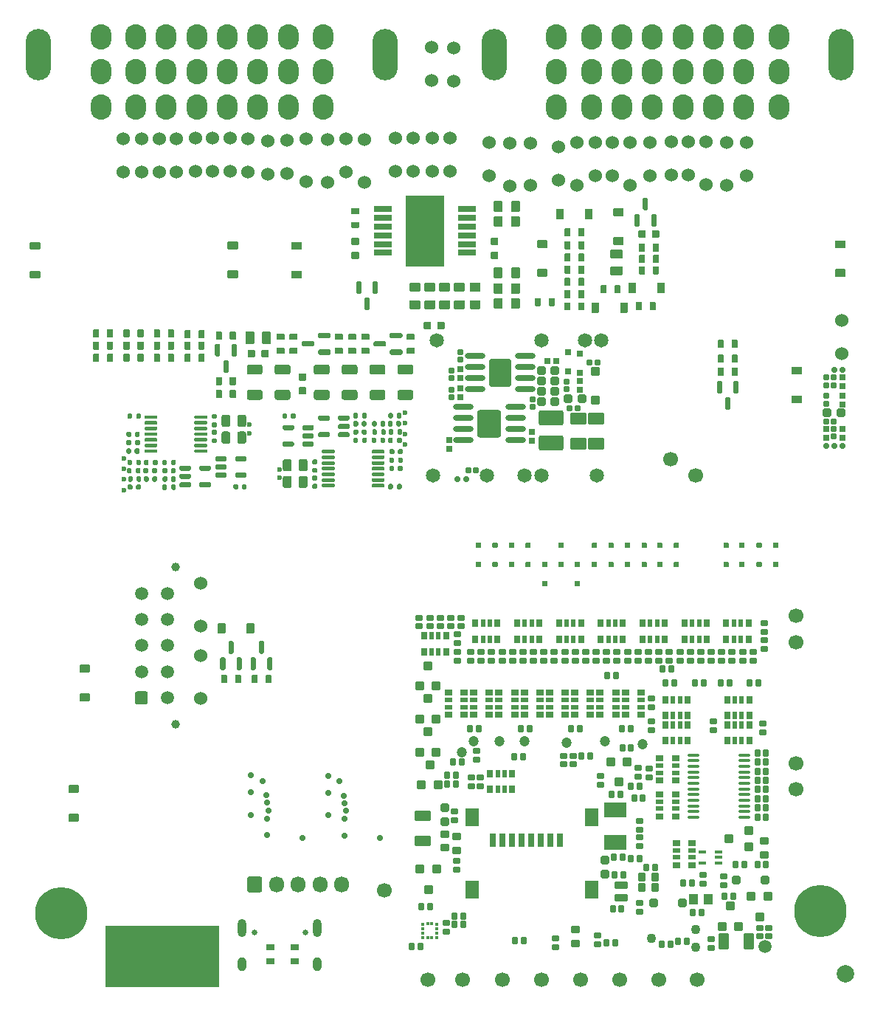
<source format=gbs>
G75*
G70*
%OFA0B0*%
%FSLAX25Y25*%
%IPPOS*%
%LPD*%
%AMOC8*
5,1,8,0,0,1.08239X$1,22.5*
%
%AMM183*
21,1,0.041340,0.026770,0.000000,-0.000000,270.000000*
21,1,0.029130,0.038980,0.000000,-0.000000,270.000000*
1,1,0.012210,-0.013390,-0.014570*
1,1,0.012210,-0.013390,0.014570*
1,1,0.012210,0.013390,0.014570*
1,1,0.012210,0.013390,-0.014570*
%
%AMM185*
21,1,0.076380,0.036220,0.000000,-0.000000,0.000000*
21,1,0.061810,0.050790,0.000000,-0.000000,0.000000*
1,1,0.014570,0.030910,-0.018110*
1,1,0.014570,-0.030910,-0.018110*
1,1,0.014570,-0.030910,0.018110*
1,1,0.014570,0.030910,0.018110*
%
%AMM188*
21,1,0.029130,0.018900,0.000000,-0.000000,0.000000*
21,1,0.018900,0.029130,0.000000,-0.000000,0.000000*
1,1,0.010240,0.009450,-0.009450*
1,1,0.010240,-0.009450,-0.009450*
1,1,0.010240,-0.009450,0.009450*
1,1,0.010240,0.009450,0.009450*
%
%AMM189*
21,1,0.025200,0.019680,0.000000,-0.000000,270.000000*
21,1,0.015750,0.029130,0.000000,-0.000000,270.000000*
1,1,0.009450,-0.009840,-0.007870*
1,1,0.009450,-0.009840,0.007870*
1,1,0.009450,0.009840,0.007870*
1,1,0.009450,0.009840,-0.007870*
%
%AMM190*
21,1,0.025200,0.019680,0.000000,-0.000000,180.000000*
21,1,0.015750,0.029130,0.000000,-0.000000,180.000000*
1,1,0.009450,-0.007870,0.009840*
1,1,0.009450,0.007870,0.009840*
1,1,0.009450,0.007870,-0.009840*
1,1,0.009450,-0.007870,-0.009840*
%
%AMM196*
21,1,0.111810,0.050390,0.000000,-0.000000,0.000000*
21,1,0.093700,0.068500,0.000000,-0.000000,0.000000*
1,1,0.018110,0.046850,-0.025200*
1,1,0.018110,-0.046850,-0.025200*
1,1,0.018110,-0.046850,0.025200*
1,1,0.018110,0.046850,0.025200*
%
%AMM197*
21,1,0.038980,0.026770,0.000000,-0.000000,180.000000*
21,1,0.026770,0.038980,0.000000,-0.000000,180.000000*
1,1,0.012210,-0.013390,0.013390*
1,1,0.012210,0.013390,0.013390*
1,1,0.012210,0.013390,-0.013390*
1,1,0.012210,-0.013390,-0.013390*
%
%AMM198*
21,1,0.029130,0.018900,0.000000,-0.000000,90.000000*
21,1,0.018900,0.029130,0.000000,-0.000000,90.000000*
1,1,0.010240,0.009450,0.009450*
1,1,0.010240,0.009450,-0.009450*
1,1,0.010240,-0.009450,-0.009450*
1,1,0.010240,-0.009450,0.009450*
%
%AMM199*
21,1,0.127560,0.075590,0.000000,-0.000000,90.000000*
21,1,0.103150,0.100000,0.000000,-0.000000,90.000000*
1,1,0.024410,0.037800,0.051580*
1,1,0.024410,0.037800,-0.051580*
1,1,0.024410,-0.037800,-0.051580*
1,1,0.024410,-0.037800,0.051580*
%
%AMM200*
21,1,0.123620,0.083460,0.000000,-0.000000,270.000000*
21,1,0.097240,0.109840,0.000000,-0.000000,270.000000*
1,1,0.026380,-0.041730,-0.048620*
1,1,0.026380,-0.041730,0.048620*
1,1,0.026380,0.041730,0.048620*
1,1,0.026380,0.041730,-0.048620*
%
%AMM277*
21,1,0.039370,0.030320,-0.000000,-0.000000,270.000000*
21,1,0.028350,0.041340,-0.000000,-0.000000,270.000000*
1,1,0.011020,-0.015160,-0.014170*
1,1,0.011020,-0.015160,0.014170*
1,1,0.011020,0.015160,0.014170*
1,1,0.011020,0.015160,-0.014170*
%
%AMM283*
21,1,0.031500,0.018900,-0.000000,-0.000000,0.000000*
21,1,0.022840,0.027560,-0.000000,-0.000000,0.000000*
1,1,0.008660,0.011420,-0.009450*
1,1,0.008660,-0.011420,-0.009450*
1,1,0.008660,-0.011420,0.009450*
1,1,0.008660,0.011420,0.009450*
%
%AMM286*
21,1,0.029530,0.026380,-0.000000,-0.000000,270.000000*
21,1,0.020470,0.035430,-0.000000,-0.000000,270.000000*
1,1,0.009060,-0.013190,-0.010240*
1,1,0.009060,-0.013190,0.010240*
1,1,0.009060,0.013190,0.010240*
1,1,0.009060,0.013190,-0.010240*
%
%AMM287*
21,1,0.021650,0.027950,-0.000000,-0.000000,270.000000*
21,1,0.014170,0.035430,-0.000000,-0.000000,270.000000*
1,1,0.007480,-0.013980,-0.007090*
1,1,0.007480,-0.013980,0.007090*
1,1,0.007480,0.013980,0.007090*
1,1,0.007480,0.013980,-0.007090*
%
%AMM289*
21,1,0.016540,0.028980,-0.000000,-0.000000,270.000000*
21,1,0.010080,0.035430,-0.000000,-0.000000,270.000000*
1,1,0.006460,-0.014490,-0.005040*
1,1,0.006460,-0.014490,0.005040*
1,1,0.006460,0.014490,0.005040*
1,1,0.006460,0.014490,-0.005040*
%
%AMM292*
21,1,0.031500,0.018900,-0.000000,-0.000000,270.000000*
21,1,0.022840,0.027560,-0.000000,-0.000000,270.000000*
1,1,0.008660,-0.009450,-0.011420*
1,1,0.008660,-0.009450,0.011420*
1,1,0.008660,0.009450,0.011420*
1,1,0.008660,0.009450,-0.011420*
%
%AMM301*
21,1,0.039370,0.030320,-0.000000,-0.000000,0.000000*
21,1,0.028350,0.041340,-0.000000,-0.000000,0.000000*
1,1,0.011020,0.014170,-0.015160*
1,1,0.011020,-0.014170,-0.015160*
1,1,0.011020,-0.014170,0.015160*
1,1,0.011020,0.014170,0.015160*
%
%AMM302*
21,1,0.039760,0.026770,-0.000000,-0.000000,180.000000*
21,1,0.029130,0.037400,-0.000000,-0.000000,180.000000*
1,1,0.010630,-0.014570,0.013390*
1,1,0.010630,0.014570,0.013390*
1,1,0.010630,0.014570,-0.013390*
1,1,0.010630,-0.014570,-0.013390*
%
%AMM303*
21,1,0.074800,0.036220,-0.000000,-0.000000,180.000000*
21,1,0.061810,0.049210,-0.000000,-0.000000,180.000000*
1,1,0.012990,-0.030910,0.018110*
1,1,0.012990,0.030910,0.018110*
1,1,0.012990,0.030910,-0.018110*
1,1,0.012990,-0.030910,-0.018110*
%
%AMM304*
21,1,0.062990,0.020470,-0.000000,-0.000000,270.000000*
21,1,0.053940,0.029530,-0.000000,-0.000000,270.000000*
1,1,0.009060,-0.010240,-0.026970*
1,1,0.009060,-0.010240,0.026970*
1,1,0.009060,0.010240,0.026970*
1,1,0.009060,0.010240,-0.026970*
%
%AMM305*
21,1,0.082680,0.045670,-0.000000,-0.000000,270.000000*
21,1,0.067320,0.061020,-0.000000,-0.000000,270.000000*
1,1,0.015350,-0.022840,-0.033660*
1,1,0.015350,-0.022840,0.033660*
1,1,0.015350,0.022840,0.033660*
1,1,0.015350,0.022840,-0.033660*
%
%AMM306*
21,1,0.029530,0.026380,-0.000000,-0.000000,180.000000*
21,1,0.020470,0.035430,-0.000000,-0.000000,180.000000*
1,1,0.009060,-0.010240,0.013190*
1,1,0.009060,0.010240,0.013190*
1,1,0.009060,0.010240,-0.013190*
1,1,0.009060,-0.010240,-0.013190*
%
%AMM307*
21,1,0.021650,0.027950,-0.000000,-0.000000,180.000000*
21,1,0.014170,0.035430,-0.000000,-0.000000,180.000000*
1,1,0.007480,-0.007090,0.013980*
1,1,0.007480,0.007090,0.013980*
1,1,0.007480,0.007090,-0.013980*
1,1,0.007480,-0.007090,-0.013980*
%
%AMM308*
21,1,0.031500,0.030710,-0.000000,-0.000000,270.000000*
21,1,0.022050,0.040160,-0.000000,-0.000000,270.000000*
1,1,0.009450,-0.015350,-0.011020*
1,1,0.009450,-0.015350,0.011020*
1,1,0.009450,0.015350,0.011020*
1,1,0.009450,0.015350,-0.011020*
%
%AMM309*
21,1,0.031500,0.049610,-0.000000,-0.000000,90.000000*
21,1,0.022050,0.059060,-0.000000,-0.000000,90.000000*
1,1,0.009450,0.024800,0.011020*
1,1,0.009450,0.024800,-0.011020*
1,1,0.009450,-0.024800,-0.011020*
1,1,0.009450,-0.024800,0.011020*
%
%AMM310*
21,1,0.031500,0.030710,-0.000000,-0.000000,180.000000*
21,1,0.022050,0.040160,-0.000000,-0.000000,180.000000*
1,1,0.009450,-0.011020,0.015350*
1,1,0.009450,0.011020,0.015350*
1,1,0.009450,0.011020,-0.015350*
1,1,0.009450,-0.011020,-0.015350*
%
%AMM311*
21,1,0.074800,0.036220,-0.000000,-0.000000,270.000000*
21,1,0.061810,0.049210,-0.000000,-0.000000,270.000000*
1,1,0.012990,-0.018110,-0.030910*
1,1,0.012990,-0.018110,0.030910*
1,1,0.012990,0.018110,0.030910*
1,1,0.012990,0.018110,-0.030910*
%
%AMM312*
21,1,0.037400,0.026770,-0.000000,-0.000000,90.000000*
21,1,0.026770,0.037400,-0.000000,-0.000000,90.000000*
1,1,0.010630,0.013390,0.013390*
1,1,0.010630,0.013390,-0.013390*
1,1,0.010630,-0.013390,-0.013390*
1,1,0.010630,-0.013390,0.013390*
%
%ADD10C,0.06000*%
%ADD11C,0.06693*%
%ADD119C,0.02913*%
%ADD12C,0.23622*%
%ADD120C,0.06457*%
%ADD14O,0.06693X0.07283*%
%ADD18O,0.03937X0.08268*%
%ADD19O,0.03937X0.06299*%
%ADD199C,0.04294*%
%ADD20C,0.02362*%
%ADD217R,0.04331X0.04724*%
%ADD221R,0.09843X0.07087*%
%ADD229O,0.05354X0.01378*%
%ADD230R,0.01378X0.01772*%
%ADD231R,0.01772X0.01378*%
%ADD271O,0.09213X0.02520*%
%ADD328M183*%
%ADD33C,0.05906*%
%ADD330M185*%
%ADD333M188*%
%ADD334M189*%
%ADD335M190*%
%ADD341M196*%
%ADD342M197*%
%ADD343M198*%
%ADD344M199*%
%ADD345M200*%
%ADD453M277*%
%ADD459M283*%
%ADD462M286*%
%ADD463M287*%
%ADD465M289*%
%ADD468M292*%
%ADD477M301*%
%ADD478M302*%
%ADD479M303*%
%ADD480M304*%
%ADD481M305*%
%ADD482M306*%
%ADD483M307*%
%ADD484M308*%
%ADD485M309*%
%ADD486M310*%
%ADD487M311*%
%ADD488M312*%
%ADD49C,0.07874*%
%ADD59C,0.03937*%
%ADD64C,0.04724*%
%ADD65C,0.00472*%
%ADD66O,0.11417X0.23228*%
%ADD67O,0.09449X0.11417*%
%ADD68C,0.02559*%
%ADD76R,0.07874X0.02559*%
%ADD77R,0.17717X0.31890*%
X0000000Y0000000D02*
%LPD*%
G01*
D65*
X0089961Y0000787D02*
X0038780Y0000787D01*
X0038780Y0028346D01*
X0089961Y0028346D01*
X0089961Y0000787D01*
G36*
X0089961Y0000787D02*
G01*
X0038780Y0000787D01*
X0038780Y0028346D01*
X0089961Y0028346D01*
X0089961Y0000787D01*
G37*
D10*
X0302165Y0367106D03*
X0302165Y0382106D03*
D11*
X0350787Y0156299D03*
D10*
X0082047Y0130906D03*
X0082047Y0150197D03*
D11*
X0235827Y0003937D03*
D12*
X0018909Y0033933D03*
D10*
X0177953Y0383878D03*
X0177953Y0368878D03*
X0294488Y0367106D03*
X0294488Y0382106D03*
X0095276Y0368878D03*
X0095276Y0383878D03*
G36*
G01*
X0102953Y0044193D02*
X0102953Y0049508D01*
G75*
G02*
X0103937Y0050492I0000984J0000000D01*
G01*
X0108661Y0050492D01*
G75*
G02*
X0109646Y0049508I0000000J-000984D01*
G01*
X0109646Y0044193D01*
G75*
G02*
X0108661Y0043209I-000984J0000000D01*
G01*
X0103937Y0043209D01*
G75*
G02*
X0102953Y0044193I0000000J0000984D01*
G01*
G37*
D14*
X0116142Y0046850D03*
X0125984Y0046850D03*
X0135827Y0046850D03*
X0145669Y0046850D03*
D10*
X0251772Y0381890D03*
X0251772Y0362598D03*
X0371654Y0286594D03*
X0371654Y0301594D03*
D66*
X0008661Y0421654D03*
X0165354Y0421654D03*
D67*
X0036811Y0398031D03*
X0052559Y0398031D03*
X0066339Y0398031D03*
X0080118Y0398031D03*
X0093898Y0398031D03*
X0107677Y0398031D03*
X0121457Y0398031D03*
X0137205Y0398031D03*
X0036811Y0413780D03*
X0052559Y0413780D03*
X0066339Y0413780D03*
X0080118Y0413780D03*
X0093898Y0413780D03*
X0107677Y0413780D03*
X0121457Y0413780D03*
X0137205Y0413780D03*
X0036811Y0429528D03*
X0052559Y0429528D03*
X0066339Y0429528D03*
X0080118Y0429528D03*
X0093898Y0429528D03*
X0107677Y0429528D03*
X0121457Y0429528D03*
X0137205Y0429528D03*
D11*
X0164961Y0044094D03*
D10*
X0186417Y0409823D03*
X0186417Y0424823D03*
D11*
X0253543Y0003937D03*
D10*
X0170079Y0368878D03*
X0170079Y0383878D03*
D68*
X0106339Y0025276D03*
X0129094Y0025276D03*
D18*
X0100709Y0027244D03*
D19*
X0100709Y0010787D03*
D18*
X0134724Y0027244D03*
D19*
X0134724Y0010787D03*
D11*
X0350787Y0089764D03*
X0200394Y0003937D03*
D10*
X0267913Y0366713D03*
X0267913Y0381713D03*
X0087402Y0368878D03*
X0087402Y0383878D03*
D11*
X0184646Y0003937D03*
X0306299Y0003937D03*
D10*
X0284843Y0366909D03*
X0284843Y0381909D03*
X0047047Y0368484D03*
X0047047Y0383484D03*
D11*
X0294094Y0238976D03*
D59*
X0070630Y0119291D03*
X0070630Y0190157D03*
G36*
G01*
X0057087Y0128150D02*
X0053150Y0128150D01*
G75*
G02*
X0052165Y0129134I0000000J0000984D01*
G01*
X0052165Y0133071D01*
G75*
G02*
X0053150Y0134055I0000984J0000000D01*
G01*
X0057087Y0134055D01*
G75*
G02*
X0058071Y0133071I0000000J-000984D01*
G01*
X0058071Y0129134D01*
G75*
G02*
X0057087Y0128150I-000984J0000000D01*
G01*
G37*
D33*
X0055118Y0142913D03*
X0055118Y0154724D03*
X0055118Y0166535D03*
X0055118Y0178346D03*
X0066929Y0131102D03*
X0066929Y0142913D03*
X0066929Y0154724D03*
X0066929Y0166535D03*
X0066929Y0178346D03*
D11*
X0288976Y0003937D03*
D33*
X0261024Y0231595D03*
X0235827Y0231595D03*
X0228346Y0231595D03*
X0211417Y0231595D03*
D20*
X0201969Y0229823D03*
X0198032Y0229823D03*
D33*
X0186811Y0231595D03*
X0262795Y0292618D03*
X0255512Y0292618D03*
X0236024Y0292618D03*
X0188583Y0292618D03*
D20*
X0047146Y0234449D03*
X0047146Y0239173D03*
X0047146Y0229724D03*
X0047146Y0225000D03*
X0103937Y0250433D03*
X0103937Y0254370D03*
D10*
X0260236Y0366713D03*
X0260236Y0381713D03*
X0112205Y0367697D03*
X0112205Y0382697D03*
X0129528Y0383464D03*
X0129528Y0364173D03*
X0055118Y0368681D03*
X0055118Y0383681D03*
X0212402Y0366713D03*
X0212402Y0381713D03*
X0103346Y0368681D03*
X0103346Y0383681D03*
X0319669Y0381870D03*
X0319669Y0362579D03*
X0063189Y0368681D03*
X0063189Y0383681D03*
X0275984Y0381890D03*
X0275984Y0362598D03*
X0120866Y0367894D03*
X0120866Y0382894D03*
D11*
X0218110Y0003937D03*
D12*
X0362000Y0034933D03*
D11*
X0350787Y0168110D03*
D10*
X0071063Y0368681D03*
X0071063Y0383681D03*
X0079528Y0368878D03*
X0079528Y0383878D03*
X0155906Y0383071D03*
X0155906Y0363779D03*
D11*
X0271260Y0003937D03*
D10*
X0147441Y0368484D03*
X0147441Y0383484D03*
X0186614Y0368878D03*
X0186614Y0383878D03*
D20*
X0371949Y0244980D03*
X0368209Y0244980D03*
X0364469Y0244980D03*
X0368406Y0279232D03*
X0371949Y0279232D03*
D20*
X0146791Y0076378D03*
X0139567Y0078051D03*
X0147638Y0080217D03*
X0146791Y0083661D03*
X0146496Y0087008D03*
X0139567Y0088287D03*
X0144724Y0093405D03*
X0139567Y0095965D03*
X0162894Y0067717D03*
X0146850Y0068898D03*
D10*
X0328669Y0366890D03*
X0328669Y0381890D03*
X0194488Y0368878D03*
X0194488Y0383878D03*
D20*
X0174409Y0250344D03*
X0174409Y0245620D03*
X0174409Y0255069D03*
X0174409Y0259793D03*
X0117618Y0234360D03*
X0117618Y0230423D03*
D10*
X0139173Y0383268D03*
X0139173Y0363976D03*
D11*
X0350787Y0101575D03*
D66*
X0214567Y0421654D03*
X0371260Y0421654D03*
D67*
X0242717Y0398031D03*
X0258465Y0398031D03*
X0272244Y0398031D03*
X0286024Y0398031D03*
X0299803Y0398031D03*
X0313583Y0398031D03*
X0327362Y0398031D03*
X0343110Y0398031D03*
X0242717Y0413780D03*
X0258465Y0413780D03*
X0272244Y0413780D03*
X0286024Y0413780D03*
X0299803Y0413780D03*
X0313583Y0413780D03*
X0327362Y0413780D03*
X0343110Y0413780D03*
X0242717Y0429528D03*
X0258465Y0429528D03*
X0272244Y0429528D03*
X0286024Y0429528D03*
X0299803Y0429528D03*
X0313583Y0429528D03*
X0327362Y0429528D03*
X0343110Y0429528D03*
D10*
X0221654Y0381496D03*
X0221654Y0362205D03*
D20*
X0111831Y0076523D03*
X0104607Y0078196D03*
X0112678Y0080362D03*
X0111831Y0083806D03*
X0111536Y0087153D03*
X0104607Y0088433D03*
X0109764Y0093551D03*
X0104607Y0096110D03*
X0127934Y0067862D03*
X0111890Y0069043D03*
D10*
X0196260Y0409626D03*
X0196260Y0424626D03*
X0243504Y0364941D03*
X0243504Y0379941D03*
D11*
X0305512Y0231496D03*
D10*
X0230906Y0381673D03*
X0230906Y0362382D03*
X0082047Y0163583D03*
X0082047Y0182874D03*
X0310236Y0382067D03*
X0310236Y0362776D03*
G36*
G01*
X0088780Y0293100D02*
X0088780Y0296171D01*
G75*
G02*
X0089055Y0296447I0000276J0000000D01*
G01*
X0091260Y0296447D01*
G75*
G02*
X0091535Y0296171I0000000J-000276D01*
G01*
X0091535Y0293100D01*
G75*
G02*
X0091260Y0292825I-000276J0000000D01*
G01*
X0089055Y0292825D01*
G75*
G02*
X0088780Y0293100I0000000J0000276D01*
G01*
G37*
G36*
G01*
X0095079Y0293100D02*
X0095079Y0296171D01*
G75*
G02*
X0095354Y0296447I0000276J0000000D01*
G01*
X0097559Y0296447D01*
G75*
G02*
X0097835Y0296171I0000000J-000276D01*
G01*
X0097835Y0293100D01*
G75*
G02*
X0097559Y0292825I-000276J0000000D01*
G01*
X0095354Y0292825D01*
G75*
G02*
X0095079Y0293100I0000000J0000276D01*
G01*
G37*
G36*
G01*
X0112697Y0287953D02*
X0112697Y0285276D01*
G75*
G02*
X0112362Y0284941I-000335J0000000D01*
G01*
X0109685Y0284941D01*
G75*
G02*
X0109350Y0285276I0000000J0000335D01*
G01*
X0109350Y0287953D01*
G75*
G02*
X0109685Y0288287I0000335J0000000D01*
G01*
X0112362Y0288287D01*
G75*
G02*
X0112697Y0287953I0000000J-000335D01*
G01*
G37*
G36*
G01*
X0106476Y0287953D02*
X0106476Y0285276D01*
G75*
G02*
X0106142Y0284941I-000335J0000000D01*
G01*
X0103465Y0284941D01*
G75*
G02*
X0103130Y0285276I0000000J0000335D01*
G01*
X0103130Y0287953D01*
G75*
G02*
X0103465Y0288287I0000335J0000000D01*
G01*
X0106142Y0288287D01*
G75*
G02*
X0106476Y0287953I0000000J-000335D01*
G01*
G37*
G36*
G01*
X0315551Y0276811D02*
X0315551Y0279882D01*
G75*
G02*
X0315827Y0280157I0000276J0000000D01*
G01*
X0318031Y0280157D01*
G75*
G02*
X0318307Y0279882I0000000J-000276D01*
G01*
X0318307Y0276811D01*
G75*
G02*
X0318031Y0276535I-000276J0000000D01*
G01*
X0315827Y0276535D01*
G75*
G02*
X0315551Y0276811I0000000J0000276D01*
G01*
G37*
G36*
G01*
X0321850Y0276811D02*
X0321850Y0279882D01*
G75*
G02*
X0322126Y0280157I0000276J0000000D01*
G01*
X0324331Y0280157D01*
G75*
G02*
X0324606Y0279882I0000000J-000276D01*
G01*
X0324606Y0276811D01*
G75*
G02*
X0324331Y0276535I-000276J0000000D01*
G01*
X0322126Y0276535D01*
G75*
G02*
X0321850Y0276811I0000000J0000276D01*
G01*
G37*
G36*
G01*
X0153289Y0343268D02*
X0150218Y0343268D01*
G75*
G02*
X0149942Y0343543I0000000J0000276D01*
G01*
X0149942Y0345748D01*
G75*
G02*
X0150218Y0346024I0000276J0000000D01*
G01*
X0153289Y0346024D01*
G75*
G02*
X0153564Y0345748I0000000J-000276D01*
G01*
X0153564Y0343543D01*
G75*
G02*
X0153289Y0343268I-000276J0000000D01*
G01*
G37*
G36*
G01*
X0153289Y0349567D02*
X0150218Y0349567D01*
G75*
G02*
X0149942Y0349843I0000000J0000276D01*
G01*
X0149942Y0352047D01*
G75*
G02*
X0150218Y0352323I0000276J0000000D01*
G01*
X0153289Y0352323D01*
G75*
G02*
X0153564Y0352047I0000000J-000276D01*
G01*
X0153564Y0349843D01*
G75*
G02*
X0153289Y0349567I-000276J0000000D01*
G01*
G37*
G36*
G01*
X0298031Y0192283D02*
X0298031Y0190394D01*
G75*
G02*
X0297795Y0190157I-000236J0000000D01*
G01*
X0295906Y0190157D01*
G75*
G02*
X0295669Y0190394I0000000J0000236D01*
G01*
X0295669Y0192283D01*
G75*
G02*
X0295906Y0192520I0000236J0000000D01*
G01*
X0297795Y0192520D01*
G75*
G02*
X0298031Y0192283I0000000J-000236D01*
G01*
G37*
G36*
G01*
X0298031Y0200945D02*
X0298031Y0199055D01*
G75*
G02*
X0297795Y0198819I-000236J0000000D01*
G01*
X0295906Y0198819D01*
G75*
G02*
X0295669Y0199055I0000000J0000236D01*
G01*
X0295669Y0200945D01*
G75*
G02*
X0295906Y0201181I0000236J0000000D01*
G01*
X0297795Y0201181D01*
G75*
G02*
X0298031Y0200945I0000000J-000236D01*
G01*
G37*
G36*
G01*
X0150415Y0338799D02*
X0153092Y0338799D01*
G75*
G02*
X0153426Y0338465I0000000J-000335D01*
G01*
X0153426Y0335787D01*
G75*
G02*
X0153092Y0335453I-000335J0000000D01*
G01*
X0150415Y0335453D01*
G75*
G02*
X0150080Y0335787I0000000J0000335D01*
G01*
X0150080Y0338465D01*
G75*
G02*
X0150415Y0338799I0000335J0000000D01*
G01*
G37*
G36*
G01*
X0150415Y0332579D02*
X0153092Y0332579D01*
G75*
G02*
X0153426Y0332244I0000000J-000335D01*
G01*
X0153426Y0329567D01*
G75*
G02*
X0153092Y0329232I-000335J0000000D01*
G01*
X0150415Y0329232D01*
G75*
G02*
X0150080Y0329567I0000000J0000335D01*
G01*
X0150080Y0332244D01*
G75*
G02*
X0150415Y0332579I0000335J0000000D01*
G01*
G37*
G36*
G01*
X0223622Y0192283D02*
X0223622Y0190394D01*
G75*
G02*
X0223386Y0190157I-000236J0000000D01*
G01*
X0221496Y0190157D01*
G75*
G02*
X0221260Y0190394I0000000J0000236D01*
G01*
X0221260Y0192283D01*
G75*
G02*
X0221496Y0192520I0000236J0000000D01*
G01*
X0223386Y0192520D01*
G75*
G02*
X0223622Y0192283I0000000J-000236D01*
G01*
G37*
G36*
G01*
X0223622Y0200945D02*
X0223622Y0199055D01*
G75*
G02*
X0223386Y0198819I-000236J0000000D01*
G01*
X0221496Y0198819D01*
G75*
G02*
X0221260Y0199055I0000000J0000236D01*
G01*
X0221260Y0200945D01*
G75*
G02*
X0221496Y0201181I0000236J0000000D01*
G01*
X0223386Y0201181D01*
G75*
G02*
X0223622Y0200945I0000000J-000236D01*
G01*
G37*
G36*
G01*
X0047047Y0283110D02*
X0047047Y0286181D01*
G75*
G02*
X0047323Y0286457I0000276J0000000D01*
G01*
X0049528Y0286457D01*
G75*
G02*
X0049803Y0286181I0000000J-000276D01*
G01*
X0049803Y0283110D01*
G75*
G02*
X0049528Y0282835I-000276J0000000D01*
G01*
X0047323Y0282835D01*
G75*
G02*
X0047047Y0283110I0000000J0000276D01*
G01*
G37*
G36*
G01*
X0053346Y0283110D02*
X0053346Y0286181D01*
G75*
G02*
X0053622Y0286457I0000276J0000000D01*
G01*
X0055827Y0286457D01*
G75*
G02*
X0056102Y0286181I0000000J-000276D01*
G01*
X0056102Y0283110D01*
G75*
G02*
X0055827Y0282835I-000276J0000000D01*
G01*
X0053622Y0282835D01*
G75*
G02*
X0053346Y0283110I0000000J0000276D01*
G01*
G37*
G36*
G01*
X0246260Y0317362D02*
X0246260Y0320433D01*
G75*
G02*
X0246535Y0320709I0000276J0000000D01*
G01*
X0248740Y0320709D01*
G75*
G02*
X0249016Y0320433I0000000J-000276D01*
G01*
X0249016Y0317362D01*
G75*
G02*
X0248740Y0317087I-000276J0000000D01*
G01*
X0246535Y0317087D01*
G75*
G02*
X0246260Y0317362I0000000J0000276D01*
G01*
G37*
G36*
G01*
X0252559Y0317362D02*
X0252559Y0320433D01*
G75*
G02*
X0252835Y0320709I0000276J0000000D01*
G01*
X0255039Y0320709D01*
G75*
G02*
X0255315Y0320433I0000000J-000276D01*
G01*
X0255315Y0317362D01*
G75*
G02*
X0255039Y0317087I-000276J0000000D01*
G01*
X0252835Y0317087D01*
G75*
G02*
X0252559Y0317362I0000000J0000276D01*
G01*
G37*
G36*
G01*
X0047047Y0294134D02*
X0047047Y0297205D01*
G75*
G02*
X0047323Y0297480I0000276J0000000D01*
G01*
X0049528Y0297480D01*
G75*
G02*
X0049803Y0297205I0000000J-000276D01*
G01*
X0049803Y0294134D01*
G75*
G02*
X0049528Y0293858I-000276J0000000D01*
G01*
X0047323Y0293858D01*
G75*
G02*
X0047047Y0294134I0000000J0000276D01*
G01*
G37*
G36*
G01*
X0053346Y0294134D02*
X0053346Y0297205D01*
G75*
G02*
X0053622Y0297480I0000276J0000000D01*
G01*
X0055827Y0297480D01*
G75*
G02*
X0056102Y0297205I0000000J-000276D01*
G01*
X0056102Y0294134D01*
G75*
G02*
X0055827Y0293858I-000276J0000000D01*
G01*
X0053622Y0293858D01*
G75*
G02*
X0053346Y0294134I0000000J0000276D01*
G01*
G37*
G36*
G01*
X0275197Y0314232D02*
X0275197Y0318248D01*
G75*
G02*
X0275551Y0318602I0000354J0000000D01*
G01*
X0278386Y0318602D01*
G75*
G02*
X0278740Y0318248I0000000J-000354D01*
G01*
X0278740Y0314232D01*
G75*
G02*
X0278386Y0313878I-000354J0000000D01*
G01*
X0275551Y0313878D01*
G75*
G02*
X0275197Y0314232I0000000J0000354D01*
G01*
G37*
G36*
G01*
X0288189Y0314232D02*
X0288189Y0318248D01*
G75*
G02*
X0288543Y0318602I0000354J0000000D01*
G01*
X0291378Y0318602D01*
G75*
G02*
X0291732Y0318248I0000000J-000354D01*
G01*
X0291732Y0314232D01*
G75*
G02*
X0291378Y0313878I-000354J0000000D01*
G01*
X0288543Y0313878D01*
G75*
G02*
X0288189Y0314232I0000000J0000354D01*
G01*
G37*
G36*
G01*
X0192185Y0300551D02*
X0192185Y0297874D01*
G75*
G02*
X0191850Y0297539I-000335J0000000D01*
G01*
X0189173Y0297539D01*
G75*
G02*
X0188839Y0297874I0000000J0000335D01*
G01*
X0188839Y0300551D01*
G75*
G02*
X0189173Y0300886I0000335J0000000D01*
G01*
X0191850Y0300886D01*
G75*
G02*
X0192185Y0300551I0000000J-000335D01*
G01*
G37*
G36*
G01*
X0185965Y0300551D02*
X0185965Y0297874D01*
G75*
G02*
X0185630Y0297539I-000335J0000000D01*
G01*
X0182953Y0297539D01*
G75*
G02*
X0182618Y0297874I0000000J0000335D01*
G01*
X0182618Y0300551D01*
G75*
G02*
X0182953Y0300886I0000335J0000000D01*
G01*
X0185630Y0300886D01*
G75*
G02*
X0185965Y0300551I0000000J-000335D01*
G01*
G37*
G36*
G01*
X0236220Y0190394D02*
X0236220Y0192283D01*
G75*
G02*
X0236457Y0192520I0000236J0000000D01*
G01*
X0238346Y0192520D01*
G75*
G02*
X0238583Y0192283I0000000J-000236D01*
G01*
X0238583Y0190394D01*
G75*
G02*
X0238346Y0190157I-000236J0000000D01*
G01*
X0236457Y0190157D01*
G75*
G02*
X0236220Y0190394I0000000J0000236D01*
G01*
G37*
G36*
G01*
X0236220Y0181732D02*
X0236220Y0183622D01*
G75*
G02*
X0236457Y0183858I0000236J0000000D01*
G01*
X0238346Y0183858D01*
G75*
G02*
X0238583Y0183622I0000000J-000236D01*
G01*
X0238583Y0181732D01*
G75*
G02*
X0238346Y0181496I-000236J0000000D01*
G01*
X0236457Y0181496D01*
G75*
G02*
X0236220Y0181732I0000000J0000236D01*
G01*
G37*
G36*
G01*
X0216084Y0329232D02*
X0213407Y0329232D01*
G75*
G02*
X0213072Y0329567I0000000J0000335D01*
G01*
X0213072Y0332244D01*
G75*
G02*
X0213407Y0332579I0000335J0000000D01*
G01*
X0216084Y0332579D01*
G75*
G02*
X0216418Y0332244I0000000J-000335D01*
G01*
X0216418Y0329567D01*
G75*
G02*
X0216084Y0329232I-000335J0000000D01*
G01*
G37*
G36*
G01*
X0216084Y0335453D02*
X0213407Y0335453D01*
G75*
G02*
X0213072Y0335787I0000000J0000335D01*
G01*
X0213072Y0338465D01*
G75*
G02*
X0213407Y0338799I0000335J0000000D01*
G01*
X0216084Y0338799D01*
G75*
G02*
X0216418Y0338465I0000000J-000335D01*
G01*
X0216418Y0335787D01*
G75*
G02*
X0216084Y0335453I-000335J0000000D01*
G01*
G37*
G36*
G01*
X0327510Y0192289D02*
X0327510Y0190400D01*
G75*
G02*
X0327274Y0190163I-000236J0000000D01*
G01*
X0325384Y0190163D01*
G75*
G02*
X0325148Y0190400I0000000J0000236D01*
G01*
X0325148Y0192289D01*
G75*
G02*
X0325384Y0192526I0000236J0000000D01*
G01*
X0327274Y0192526D01*
G75*
G02*
X0327510Y0192289I0000000J-000236D01*
G01*
G37*
G36*
G01*
X0327510Y0200951D02*
X0327510Y0199061D01*
G75*
G02*
X0327274Y0198825I-000236J0000000D01*
G01*
X0325384Y0198825D01*
G75*
G02*
X0325148Y0199061I0000000J0000236D01*
G01*
X0325148Y0200951D01*
G75*
G02*
X0325384Y0201187I0000236J0000000D01*
G01*
X0327274Y0201187D01*
G75*
G02*
X0327510Y0200951I0000000J-000236D01*
G01*
G37*
G36*
G01*
X0173130Y0295276D02*
X0173130Y0294094D01*
G75*
G02*
X0172539Y0293504I-000591J0000000D01*
G01*
X0167913Y0293504D01*
G75*
G02*
X0167323Y0294094I0000000J0000591D01*
G01*
X0167323Y0295276D01*
G75*
G02*
X0167913Y0295866I0000591J0000000D01*
G01*
X0172539Y0295866D01*
G75*
G02*
X0173130Y0295276I0000000J-000591D01*
G01*
G37*
G36*
G01*
X0165748Y0291535D02*
X0165748Y0290354D01*
G75*
G02*
X0165157Y0289764I-000591J0000000D01*
G01*
X0160531Y0289764D01*
G75*
G02*
X0159941Y0290354I0000000J0000591D01*
G01*
X0159941Y0291535D01*
G75*
G02*
X0160531Y0292126I0000591J0000000D01*
G01*
X0165157Y0292126D01*
G75*
G02*
X0165748Y0291535I0000000J-000591D01*
G01*
G37*
G36*
G01*
X0173130Y0287795D02*
X0173130Y0286614D01*
G75*
G02*
X0172539Y0286024I-000591J0000000D01*
G01*
X0167913Y0286024D01*
G75*
G02*
X0167323Y0286614I0000000J0000591D01*
G01*
X0167323Y0287795D01*
G75*
G02*
X0167913Y0288386I0000591J0000000D01*
G01*
X0172539Y0288386D01*
G75*
G02*
X0173130Y0287795I0000000J-000591D01*
G01*
G37*
G36*
G01*
X0145669Y0266555D02*
X0145669Y0269272D01*
G75*
G02*
X0146575Y0270177I0000906J0000000D01*
G01*
X0151850Y0270177D01*
G75*
G02*
X0152756Y0269272I0000000J-000906D01*
G01*
X0152756Y0266555D01*
G75*
G02*
X0151850Y0265650I-000906J0000000D01*
G01*
X0146575Y0265650D01*
G75*
G02*
X0145669Y0266555I0000000J0000906D01*
G01*
G37*
G36*
G01*
X0145669Y0277972D02*
X0145669Y0280689D01*
G75*
G02*
X0146575Y0281595I0000906J0000000D01*
G01*
X0151850Y0281595D01*
G75*
G02*
X0152756Y0280689I0000000J-000906D01*
G01*
X0152756Y0277972D01*
G75*
G02*
X0151850Y0277067I-000906J0000000D01*
G01*
X0146575Y0277067D01*
G75*
G02*
X0145669Y0277972I0000000J0000906D01*
G01*
G37*
G36*
G01*
X0091142Y0138061D02*
X0091142Y0141132D01*
G75*
G02*
X0091417Y0141408I0000276J0000000D01*
G01*
X0093622Y0141408D01*
G75*
G02*
X0093898Y0141132I0000000J-000276D01*
G01*
X0093898Y0138061D01*
G75*
G02*
X0093622Y0137786I-000276J0000000D01*
G01*
X0091417Y0137786D01*
G75*
G02*
X0091142Y0138061I0000000J0000276D01*
G01*
G37*
G36*
G01*
X0097441Y0138061D02*
X0097441Y0141132D01*
G75*
G02*
X0097717Y0141408I0000276J0000000D01*
G01*
X0099921Y0141408D01*
G75*
G02*
X0100197Y0141132I0000000J-000276D01*
G01*
X0100197Y0138061D01*
G75*
G02*
X0099921Y0137786I-000276J0000000D01*
G01*
X0097717Y0137786D01*
G75*
G02*
X0097441Y0138061I0000000J0000276D01*
G01*
G37*
G36*
G01*
X0026496Y0075197D02*
X0022480Y0075197D01*
G75*
G02*
X0022126Y0075551I0000000J0000354D01*
G01*
X0022126Y0078386D01*
G75*
G02*
X0022480Y0078740I0000354J0000000D01*
G01*
X0026496Y0078740D01*
G75*
G02*
X0026850Y0078386I0000000J-000354D01*
G01*
X0026850Y0075551D01*
G75*
G02*
X0026496Y0075197I-000354J0000000D01*
G01*
G37*
G36*
G01*
X0026496Y0088189D02*
X0022480Y0088189D01*
G75*
G02*
X0022126Y0088543I0000000J0000354D01*
G01*
X0022126Y0091378D01*
G75*
G02*
X0022480Y0091732I0000354J0000000D01*
G01*
X0026496Y0091732D01*
G75*
G02*
X0026850Y0091378I0000000J-000354D01*
G01*
X0026850Y0088543D01*
G75*
G02*
X0026496Y0088189I-000354J0000000D01*
G01*
G37*
G36*
G01*
X0231053Y0192289D02*
X0231053Y0190400D01*
G75*
G02*
X0230817Y0190163I-000236J0000000D01*
G01*
X0228927Y0190163D01*
G75*
G02*
X0228691Y0190400I0000000J0000236D01*
G01*
X0228691Y0192289D01*
G75*
G02*
X0228927Y0192526I0000236J0000000D01*
G01*
X0230817Y0192526D01*
G75*
G02*
X0231053Y0192289I0000000J-000236D01*
G01*
G37*
G36*
G01*
X0231053Y0200951D02*
X0231053Y0199061D01*
G75*
G02*
X0230817Y0198825I-000236J0000000D01*
G01*
X0228927Y0198825D01*
G75*
G02*
X0228691Y0199061I0000000J0000236D01*
G01*
X0228691Y0200951D01*
G75*
G02*
X0228927Y0201187I0000236J0000000D01*
G01*
X0230817Y0201187D01*
G75*
G02*
X0231053Y0200951I0000000J-000236D01*
G01*
G37*
G36*
G01*
X0278543Y0306437D02*
X0278543Y0309508D01*
G75*
G02*
X0278819Y0309783I0000276J0000000D01*
G01*
X0281024Y0309783D01*
G75*
G02*
X0281299Y0309508I0000000J-000276D01*
G01*
X0281299Y0306437D01*
G75*
G02*
X0281024Y0306161I-000276J0000000D01*
G01*
X0278819Y0306161D01*
G75*
G02*
X0278543Y0306437I0000000J0000276D01*
G01*
G37*
G36*
G01*
X0284843Y0306437D02*
X0284843Y0309508D01*
G75*
G02*
X0285118Y0309783I0000276J0000000D01*
G01*
X0287323Y0309783D01*
G75*
G02*
X0287598Y0309508I0000000J-000276D01*
G01*
X0287598Y0306437D01*
G75*
G02*
X0287323Y0306161I-000276J0000000D01*
G01*
X0285118Y0306161D01*
G75*
G02*
X0284843Y0306437I0000000J0000276D01*
G01*
G37*
G36*
G01*
X0324606Y0285787D02*
X0324606Y0282717D01*
G75*
G02*
X0324331Y0282441I-000276J0000000D01*
G01*
X0322126Y0282441D01*
G75*
G02*
X0321850Y0282717I0000000J0000276D01*
G01*
X0321850Y0285787D01*
G75*
G02*
X0322126Y0286063I0000276J0000000D01*
G01*
X0324331Y0286063D01*
G75*
G02*
X0324606Y0285787I0000000J-000276D01*
G01*
G37*
G36*
G01*
X0318307Y0285787D02*
X0318307Y0282717D01*
G75*
G02*
X0318031Y0282441I-000276J0000000D01*
G01*
X0315827Y0282441D01*
G75*
G02*
X0315551Y0282717I0000000J0000276D01*
G01*
X0315551Y0285787D01*
G75*
G02*
X0315827Y0286063I0000276J0000000D01*
G01*
X0318031Y0286063D01*
G75*
G02*
X0318307Y0285787I0000000J-000276D01*
G01*
G37*
G36*
G01*
X0353209Y0264075D02*
X0349193Y0264075D01*
G75*
G02*
X0348839Y0264429I0000000J0000354D01*
G01*
X0348839Y0267264D01*
G75*
G02*
X0349193Y0267618I0000354J0000000D01*
G01*
X0353209Y0267618D01*
G75*
G02*
X0353563Y0267264I0000000J-000354D01*
G01*
X0353563Y0264429D01*
G75*
G02*
X0353209Y0264075I-000354J0000000D01*
G01*
G37*
G36*
G01*
X0353209Y0277067D02*
X0349193Y0277067D01*
G75*
G02*
X0348839Y0277421I0000000J0000354D01*
G01*
X0348839Y0280256D01*
G75*
G02*
X0349193Y0280610I0000354J0000000D01*
G01*
X0353209Y0280610D01*
G75*
G02*
X0353563Y0280256I0000000J-000354D01*
G01*
X0353563Y0277421D01*
G75*
G02*
X0353209Y0277067I-000354J0000000D01*
G01*
G37*
G36*
G01*
X0283465Y0192283D02*
X0283465Y0190394D01*
G75*
G02*
X0283228Y0190157I-000236J0000000D01*
G01*
X0281339Y0190157D01*
G75*
G02*
X0281102Y0190394I0000000J0000236D01*
G01*
X0281102Y0192283D01*
G75*
G02*
X0281339Y0192520I0000236J0000000D01*
G01*
X0283228Y0192520D01*
G75*
G02*
X0283465Y0192283I0000000J-000236D01*
G01*
G37*
G36*
G01*
X0283465Y0200945D02*
X0283465Y0199055D01*
G75*
G02*
X0283228Y0198819I-000236J0000000D01*
G01*
X0281339Y0198819D01*
G75*
G02*
X0281102Y0199055I0000000J0000236D01*
G01*
X0281102Y0200945D01*
G75*
G02*
X0281339Y0201181I0000236J0000000D01*
G01*
X0283228Y0201181D01*
G75*
G02*
X0283465Y0200945I0000000J-000236D01*
G01*
G37*
G36*
G01*
X0214352Y0313839D02*
X0214352Y0317972D01*
G75*
G02*
X0214745Y0318366I0000394J0000000D01*
G01*
X0217895Y0318366D01*
G75*
G02*
X0218289Y0317972I0000000J-000394D01*
G01*
X0218289Y0313839D01*
G75*
G02*
X0217895Y0313445I-000394J0000000D01*
G01*
X0214745Y0313445D01*
G75*
G02*
X0214352Y0313839I0000000J0000394D01*
G01*
G37*
G36*
G01*
X0222226Y0313839D02*
X0222226Y0317972D01*
G75*
G02*
X0222619Y0318366I0000394J0000000D01*
G01*
X0225769Y0318366D01*
G75*
G02*
X0226163Y0317972I0000000J-000394D01*
G01*
X0226163Y0313839D01*
G75*
G02*
X0225769Y0313445I-000394J0000000D01*
G01*
X0222619Y0313445D01*
G75*
G02*
X0222226Y0313839I0000000J0000394D01*
G01*
G37*
G36*
G01*
X0255315Y0314921D02*
X0255315Y0311850D01*
G75*
G02*
X0255039Y0311575I-000276J0000000D01*
G01*
X0252835Y0311575D01*
G75*
G02*
X0252559Y0311850I0000000J0000276D01*
G01*
X0252559Y0314921D01*
G75*
G02*
X0252835Y0315197I0000276J0000000D01*
G01*
X0255039Y0315197D01*
G75*
G02*
X0255315Y0314921I0000000J-000276D01*
G01*
G37*
G36*
G01*
X0249016Y0314921D02*
X0249016Y0311850D01*
G75*
G02*
X0248740Y0311575I-000276J0000000D01*
G01*
X0246535Y0311575D01*
G75*
G02*
X0246260Y0311850I0000000J0000276D01*
G01*
X0246260Y0314921D01*
G75*
G02*
X0246535Y0315197I0000276J0000000D01*
G01*
X0248740Y0315197D01*
G75*
G02*
X0249016Y0314921I0000000J-000276D01*
G01*
G37*
G36*
G01*
X0060827Y0283110D02*
X0060827Y0286181D01*
G75*
G02*
X0061102Y0286457I0000276J0000000D01*
G01*
X0063307Y0286457D01*
G75*
G02*
X0063583Y0286181I0000000J-000276D01*
G01*
X0063583Y0283110D01*
G75*
G02*
X0063307Y0282835I-000276J0000000D01*
G01*
X0061102Y0282835D01*
G75*
G02*
X0060827Y0283110I0000000J0000276D01*
G01*
G37*
G36*
G01*
X0067126Y0283110D02*
X0067126Y0286181D01*
G75*
G02*
X0067402Y0286457I0000276J0000000D01*
G01*
X0069606Y0286457D01*
G75*
G02*
X0069882Y0286181I0000000J-000276D01*
G01*
X0069882Y0283110D01*
G75*
G02*
X0069606Y0282835I-000276J0000000D01*
G01*
X0067402Y0282835D01*
G75*
G02*
X0067126Y0283110I0000000J0000276D01*
G01*
G37*
G36*
G01*
X0140699Y0295276D02*
X0140699Y0294094D01*
G75*
G02*
X0140108Y0293504I-000591J0000000D01*
G01*
X0135482Y0293504D01*
G75*
G02*
X0134892Y0294094I0000000J0000591D01*
G01*
X0134892Y0295276D01*
G75*
G02*
X0135482Y0295866I0000591J0000000D01*
G01*
X0140108Y0295866D01*
G75*
G02*
X0140699Y0295276I0000000J-000591D01*
G01*
G37*
G36*
G01*
X0133317Y0291535D02*
X0133317Y0290354D01*
G75*
G02*
X0132726Y0289764I-000591J0000000D01*
G01*
X0128100Y0289764D01*
G75*
G02*
X0127510Y0290354I0000000J0000591D01*
G01*
X0127510Y0291535D01*
G75*
G02*
X0128100Y0292126I0000591J0000000D01*
G01*
X0132726Y0292126D01*
G75*
G02*
X0133317Y0291535I0000000J-000591D01*
G01*
G37*
G36*
G01*
X0140699Y0287795D02*
X0140699Y0286614D01*
G75*
G02*
X0140108Y0286024I-000591J0000000D01*
G01*
X0135482Y0286024D01*
G75*
G02*
X0134892Y0286614I0000000J0000591D01*
G01*
X0134892Y0287795D01*
G75*
G02*
X0135482Y0288386I0000591J0000000D01*
G01*
X0140108Y0288386D01*
G75*
G02*
X0140699Y0287795I0000000J-000591D01*
G01*
G37*
G36*
G01*
X0151929Y0286417D02*
X0148858Y0286417D01*
G75*
G02*
X0148583Y0286693I0000000J0000276D01*
G01*
X0148583Y0288898D01*
G75*
G02*
X0148858Y0289173I0000276J0000000D01*
G01*
X0151929Y0289173D01*
G75*
G02*
X0152205Y0288898I0000000J-000276D01*
G01*
X0152205Y0286693D01*
G75*
G02*
X0151929Y0286417I-000276J0000000D01*
G01*
G37*
G36*
G01*
X0151929Y0292717D02*
X0148858Y0292717D01*
G75*
G02*
X0148583Y0292992I0000000J0000276D01*
G01*
X0148583Y0295197D01*
G75*
G02*
X0148858Y0295472I0000276J0000000D01*
G01*
X0151929Y0295472D01*
G75*
G02*
X0152205Y0295197I0000000J-000276D01*
G01*
X0152205Y0292992D01*
G75*
G02*
X0151929Y0292717I-000276J0000000D01*
G01*
G37*
G36*
G01*
X0226163Y0348287D02*
X0226163Y0344154D01*
G75*
G02*
X0225769Y0343760I-000394J0000000D01*
G01*
X0222619Y0343760D01*
G75*
G02*
X0222226Y0344154I0000000J0000394D01*
G01*
X0222226Y0348287D01*
G75*
G02*
X0222619Y0348681I0000394J0000000D01*
G01*
X0225769Y0348681D01*
G75*
G02*
X0226163Y0348287I0000000J-000394D01*
G01*
G37*
G36*
G01*
X0218289Y0348287D02*
X0218289Y0344154D01*
G75*
G02*
X0217895Y0343760I-000394J0000000D01*
G01*
X0214745Y0343760D01*
G75*
G02*
X0214352Y0344154I0000000J0000394D01*
G01*
X0214352Y0348287D01*
G75*
G02*
X0214745Y0348681I0000394J0000000D01*
G01*
X0217895Y0348681D01*
G75*
G02*
X0218289Y0348287I0000000J-000394D01*
G01*
G37*
G36*
G01*
X0178307Y0286417D02*
X0175236Y0286417D01*
G75*
G02*
X0174961Y0286693I0000000J0000276D01*
G01*
X0174961Y0288898D01*
G75*
G02*
X0175236Y0289173I0000276J0000000D01*
G01*
X0178307Y0289173D01*
G75*
G02*
X0178583Y0288898I0000000J-000276D01*
G01*
X0178583Y0286693D01*
G75*
G02*
X0178307Y0286417I-000276J0000000D01*
G01*
G37*
G36*
G01*
X0178307Y0292717D02*
X0175236Y0292717D01*
G75*
G02*
X0174961Y0292992I0000000J0000276D01*
G01*
X0174961Y0295197D01*
G75*
G02*
X0175236Y0295472I0000276J0000000D01*
G01*
X0178307Y0295472D01*
G75*
G02*
X0178583Y0295197I0000000J-000276D01*
G01*
X0178583Y0292992D01*
G75*
G02*
X0178307Y0292717I-000276J0000000D01*
G01*
G37*
G36*
G01*
X0083661Y0291693D02*
X0083661Y0288622D01*
G75*
G02*
X0083386Y0288346I-000276J0000000D01*
G01*
X0081181Y0288346D01*
G75*
G02*
X0080906Y0288622I0000000J0000276D01*
G01*
X0080906Y0291693D01*
G75*
G02*
X0081181Y0291969I0000276J0000000D01*
G01*
X0083386Y0291969D01*
G75*
G02*
X0083661Y0291693I0000000J-000276D01*
G01*
G37*
G36*
G01*
X0077362Y0291693D02*
X0077362Y0288622D01*
G75*
G02*
X0077087Y0288346I-000276J0000000D01*
G01*
X0074882Y0288346D01*
G75*
G02*
X0074606Y0288622I0000000J0000276D01*
G01*
X0074606Y0291693D01*
G75*
G02*
X0074882Y0291969I0000276J0000000D01*
G01*
X0077087Y0291969D01*
G75*
G02*
X0077362Y0291693I0000000J-000276D01*
G01*
G37*
G36*
G01*
X0267421Y0333415D02*
X0272343Y0333415D01*
G75*
G02*
X0272736Y0333022I0000000J-000394D01*
G01*
X0272736Y0329872D01*
G75*
G02*
X0272343Y0329478I-000394J0000000D01*
G01*
X0267421Y0329478D01*
G75*
G02*
X0267028Y0329872I0000000J0000394D01*
G01*
X0267028Y0333022D01*
G75*
G02*
X0267421Y0333415I0000394J0000000D01*
G01*
G37*
G36*
G01*
X0267421Y0325935D02*
X0272343Y0325935D01*
G75*
G02*
X0272736Y0325541I0000000J-000394D01*
G01*
X0272736Y0322392D01*
G75*
G02*
X0272343Y0321998I-000394J0000000D01*
G01*
X0267421Y0321998D01*
G75*
G02*
X0267028Y0322392I0000000J0000394D01*
G01*
X0267028Y0325541D01*
G75*
G02*
X0267421Y0325935I0000394J0000000D01*
G01*
G37*
G36*
G01*
X0069882Y0297205D02*
X0069882Y0294134D01*
G75*
G02*
X0069606Y0293858I-000276J0000000D01*
G01*
X0067402Y0293858D01*
G75*
G02*
X0067126Y0294134I0000000J0000276D01*
G01*
X0067126Y0297205D01*
G75*
G02*
X0067402Y0297480I0000276J0000000D01*
G01*
X0069606Y0297480D01*
G75*
G02*
X0069882Y0297205I0000000J-000276D01*
G01*
G37*
G36*
G01*
X0063583Y0297205D02*
X0063583Y0294134D01*
G75*
G02*
X0063307Y0293858I-000276J0000000D01*
G01*
X0061102Y0293858D01*
G75*
G02*
X0060827Y0294134I0000000J0000276D01*
G01*
X0060827Y0297205D01*
G75*
G02*
X0061102Y0297480I0000276J0000000D01*
G01*
X0063307Y0297480D01*
G75*
G02*
X0063583Y0297205I0000000J-000276D01*
G01*
G37*
G36*
G01*
X0154764Y0295472D02*
X0157835Y0295472D01*
G75*
G02*
X0158110Y0295197I0000000J-000276D01*
G01*
X0158110Y0292992D01*
G75*
G02*
X0157835Y0292717I-000276J0000000D01*
G01*
X0154764Y0292717D01*
G75*
G02*
X0154488Y0292992I0000000J0000276D01*
G01*
X0154488Y0295197D01*
G75*
G02*
X0154764Y0295472I0000276J0000000D01*
G01*
G37*
G36*
G01*
X0154764Y0289173D02*
X0157835Y0289173D01*
G75*
G02*
X0158110Y0288898I0000000J-000276D01*
G01*
X0158110Y0286693D01*
G75*
G02*
X0157835Y0286417I-000276J0000000D01*
G01*
X0154764Y0286417D01*
G75*
G02*
X0154488Y0286693I0000000J0000276D01*
G01*
X0154488Y0288898D01*
G75*
G02*
X0154764Y0289173I0000276J0000000D01*
G01*
G37*
G36*
G01*
X0097835Y0269793D02*
X0097835Y0266722D01*
G75*
G02*
X0097559Y0266447I-000276J0000000D01*
G01*
X0095354Y0266447D01*
G75*
G02*
X0095079Y0266722I0000000J0000276D01*
G01*
X0095079Y0269793D01*
G75*
G02*
X0095354Y0270069I0000276J0000000D01*
G01*
X0097559Y0270069D01*
G75*
G02*
X0097835Y0269793I0000000J-000276D01*
G01*
G37*
G36*
G01*
X0091535Y0269793D02*
X0091535Y0266722D01*
G75*
G02*
X0091260Y0266447I-000276J0000000D01*
G01*
X0089055Y0266447D01*
G75*
G02*
X0088780Y0266722I0000000J0000276D01*
G01*
X0088780Y0269793D01*
G75*
G02*
X0089055Y0270069I0000276J0000000D01*
G01*
X0091260Y0270069D01*
G75*
G02*
X0091535Y0269793I0000000J-000276D01*
G01*
G37*
G36*
G01*
X0170866Y0266555D02*
X0170866Y0269272D01*
G75*
G02*
X0171772Y0270177I0000906J0000000D01*
G01*
X0177047Y0270177D01*
G75*
G02*
X0177953Y0269272I0000000J-000906D01*
G01*
X0177953Y0266555D01*
G75*
G02*
X0177047Y0265650I-000906J0000000D01*
G01*
X0171772Y0265650D01*
G75*
G02*
X0170866Y0266555I0000000J0000906D01*
G01*
G37*
G36*
G01*
X0170866Y0277972D02*
X0170866Y0280689D01*
G75*
G02*
X0171772Y0281595I0000906J0000000D01*
G01*
X0177047Y0281595D01*
G75*
G02*
X0177953Y0280689I0000000J-000906D01*
G01*
X0177953Y0277972D01*
G75*
G02*
X0177047Y0277067I-000906J0000000D01*
G01*
X0171772Y0277067D01*
G75*
G02*
X0170866Y0277972I0000000J0000906D01*
G01*
G37*
G36*
G01*
X0272677Y0335581D02*
X0268661Y0335581D01*
G75*
G02*
X0268307Y0335935I0000000J0000354D01*
G01*
X0268307Y0338770D01*
G75*
G02*
X0268661Y0339124I0000354J0000000D01*
G01*
X0272677Y0339124D01*
G75*
G02*
X0273031Y0338770I0000000J-000354D01*
G01*
X0273031Y0335935D01*
G75*
G02*
X0272677Y0335581I-000354J0000000D01*
G01*
G37*
G36*
G01*
X0272677Y0348573D02*
X0268661Y0348573D01*
G75*
G02*
X0268307Y0348927I0000000J0000354D01*
G01*
X0268307Y0351762D01*
G75*
G02*
X0268661Y0352116I0000354J0000000D01*
G01*
X0272677Y0352116D01*
G75*
G02*
X0273031Y0351762I0000000J-000354D01*
G01*
X0273031Y0348927D01*
G75*
G02*
X0272677Y0348573I-000354J0000000D01*
G01*
G37*
G36*
G01*
X0145876Y0286417D02*
X0142805Y0286417D01*
G75*
G02*
X0142530Y0286693I0000000J0000276D01*
G01*
X0142530Y0288898D01*
G75*
G02*
X0142805Y0289173I0000276J0000000D01*
G01*
X0145876Y0289173D01*
G75*
G02*
X0146152Y0288898I0000000J-000276D01*
G01*
X0146152Y0286693D01*
G75*
G02*
X0145876Y0286417I-000276J0000000D01*
G01*
G37*
G36*
G01*
X0145876Y0292717D02*
X0142805Y0292717D01*
G75*
G02*
X0142530Y0292992I0000000J0000276D01*
G01*
X0142530Y0295197D01*
G75*
G02*
X0142805Y0295472I0000276J0000000D01*
G01*
X0145876Y0295472D01*
G75*
G02*
X0146152Y0295197I0000000J-000276D01*
G01*
X0146152Y0292992D01*
G75*
G02*
X0145876Y0292717I-000276J0000000D01*
G01*
G37*
G36*
G01*
X0268504Y0192283D02*
X0268504Y0190394D01*
G75*
G02*
X0268268Y0190157I-000236J0000000D01*
G01*
X0266378Y0190157D01*
G75*
G02*
X0266142Y0190394I0000000J0000236D01*
G01*
X0266142Y0192283D01*
G75*
G02*
X0266378Y0192520I0000236J0000000D01*
G01*
X0268268Y0192520D01*
G75*
G02*
X0268504Y0192283I0000000J-000236D01*
G01*
G37*
G36*
G01*
X0268504Y0200945D02*
X0268504Y0199055D01*
G75*
G02*
X0268268Y0198819I-000236J0000000D01*
G01*
X0266378Y0198819D01*
G75*
G02*
X0266142Y0199055I0000000J0000236D01*
G01*
X0266142Y0200945D01*
G75*
G02*
X0266378Y0201181I0000236J0000000D01*
G01*
X0268268Y0201181D01*
G75*
G02*
X0268504Y0200945I0000000J-000236D01*
G01*
G37*
G36*
G01*
X0104921Y0138061D02*
X0104921Y0141132D01*
G75*
G02*
X0105197Y0141408I0000276J0000000D01*
G01*
X0107402Y0141408D01*
G75*
G02*
X0107677Y0141132I0000000J-000276D01*
G01*
X0107677Y0138061D01*
G75*
G02*
X0107402Y0137786I-000276J0000000D01*
G01*
X0105197Y0137786D01*
G75*
G02*
X0104921Y0138061I0000000J0000276D01*
G01*
G37*
G36*
G01*
X0111220Y0138061D02*
X0111220Y0141132D01*
G75*
G02*
X0111496Y0141408I0000276J0000000D01*
G01*
X0113701Y0141408D01*
G75*
G02*
X0113976Y0141132I0000000J-000276D01*
G01*
X0113976Y0138061D01*
G75*
G02*
X0113701Y0137786I-000276J0000000D01*
G01*
X0111496Y0137786D01*
G75*
G02*
X0111220Y0138061I0000000J0000276D01*
G01*
G37*
G36*
G01*
X0259055Y0351614D02*
X0259055Y0347598D01*
G75*
G02*
X0258701Y0347244I-000354J0000000D01*
G01*
X0255866Y0347244D01*
G75*
G02*
X0255512Y0347598I0000000J0000354D01*
G01*
X0255512Y0351614D01*
G75*
G02*
X0255866Y0351969I0000354J0000000D01*
G01*
X0258701Y0351969D01*
G75*
G02*
X0259055Y0351614I0000000J-000354D01*
G01*
G37*
G36*
G01*
X0246063Y0351614D02*
X0246063Y0347598D01*
G75*
G02*
X0245709Y0347244I-000354J0000000D01*
G01*
X0242874Y0347244D01*
G75*
G02*
X0242520Y0347598I0000000J0000354D01*
G01*
X0242520Y0351614D01*
G75*
G02*
X0242874Y0351969I0000354J0000000D01*
G01*
X0245709Y0351969D01*
G75*
G02*
X0246063Y0351614I0000000J-000354D01*
G01*
G37*
G36*
G01*
X0133071Y0266555D02*
X0133071Y0269272D01*
G75*
G02*
X0133976Y0270177I0000906J0000000D01*
G01*
X0139252Y0270177D01*
G75*
G02*
X0140157Y0269272I0000000J-000906D01*
G01*
X0140157Y0266555D01*
G75*
G02*
X0139252Y0265650I-000906J0000000D01*
G01*
X0133976Y0265650D01*
G75*
G02*
X0133071Y0266555I0000000J0000906D01*
G01*
G37*
G36*
G01*
X0133071Y0277972D02*
X0133071Y0280689D01*
G75*
G02*
X0133976Y0281595I0000906J0000000D01*
G01*
X0139252Y0281595D01*
G75*
G02*
X0140157Y0280689I0000000J-000906D01*
G01*
X0140157Y0277972D01*
G75*
G02*
X0139252Y0277067I-000906J0000000D01*
G01*
X0133976Y0277067D01*
G75*
G02*
X0133071Y0277972I0000000J0000906D01*
G01*
G37*
G36*
G01*
X0122333Y0295472D02*
X0125404Y0295472D01*
G75*
G02*
X0125679Y0295197I0000000J-000276D01*
G01*
X0125679Y0292992D01*
G75*
G02*
X0125404Y0292717I-000276J0000000D01*
G01*
X0122333Y0292717D01*
G75*
G02*
X0122057Y0292992I0000000J0000276D01*
G01*
X0122057Y0295197D01*
G75*
G02*
X0122333Y0295472I0000276J0000000D01*
G01*
G37*
G36*
G01*
X0122333Y0289173D02*
X0125404Y0289173D01*
G75*
G02*
X0125679Y0288898I0000000J-000276D01*
G01*
X0125679Y0286693D01*
G75*
G02*
X0125404Y0286417I-000276J0000000D01*
G01*
X0122333Y0286417D01*
G75*
G02*
X0122057Y0286693I0000000J0000276D01*
G01*
X0122057Y0288898D01*
G75*
G02*
X0122333Y0289173I0000276J0000000D01*
G01*
G37*
G36*
G01*
X0152756Y0319341D02*
X0153937Y0319341D01*
G75*
G02*
X0154528Y0318750I0000000J-000591D01*
G01*
X0154528Y0314124D01*
G75*
G02*
X0153937Y0313533I-000591J0000000D01*
G01*
X0152756Y0313533D01*
G75*
G02*
X0152165Y0314124I0000000J0000591D01*
G01*
X0152165Y0318750D01*
G75*
G02*
X0152756Y0319341I0000591J0000000D01*
G01*
G37*
G36*
G01*
X0156496Y0311959D02*
X0157677Y0311959D01*
G75*
G02*
X0158268Y0311368I0000000J-000591D01*
G01*
X0158268Y0306742D01*
G75*
G02*
X0157677Y0306152I-000591J0000000D01*
G01*
X0156496Y0306152D01*
G75*
G02*
X0155906Y0306742I0000000J0000591D01*
G01*
X0155906Y0311368D01*
G75*
G02*
X0156496Y0311959I0000591J0000000D01*
G01*
G37*
G36*
G01*
X0160236Y0319341D02*
X0161417Y0319341D01*
G75*
G02*
X0162008Y0318750I0000000J-000591D01*
G01*
X0162008Y0314124D01*
G75*
G02*
X0161417Y0313533I-000591J0000000D01*
G01*
X0160236Y0313533D01*
G75*
G02*
X0159646Y0314124I0000000J0000591D01*
G01*
X0159646Y0318750D01*
G75*
G02*
X0160236Y0319341I0000591J0000000D01*
G01*
G37*
G36*
G01*
X0238307Y0321260D02*
X0234291Y0321260D01*
G75*
G02*
X0233937Y0321614I0000000J0000354D01*
G01*
X0233937Y0324449D01*
G75*
G02*
X0234291Y0324803I0000354J0000000D01*
G01*
X0238307Y0324803D01*
G75*
G02*
X0238661Y0324449I0000000J-000354D01*
G01*
X0238661Y0321614D01*
G75*
G02*
X0238307Y0321260I-000354J0000000D01*
G01*
G37*
G36*
G01*
X0238307Y0334252D02*
X0234291Y0334252D01*
G75*
G02*
X0233937Y0334606I0000000J0000354D01*
G01*
X0233937Y0337441D01*
G75*
G02*
X0234291Y0337795I0000354J0000000D01*
G01*
X0238307Y0337795D01*
G75*
G02*
X0238661Y0337441I0000000J-000354D01*
G01*
X0238661Y0334606D01*
G75*
G02*
X0238307Y0334252I-000354J0000000D01*
G01*
G37*
G36*
G01*
X0246260Y0328386D02*
X0246260Y0331457D01*
G75*
G02*
X0246535Y0331732I0000276J0000000D01*
G01*
X0248740Y0331732D01*
G75*
G02*
X0249016Y0331457I0000000J-000276D01*
G01*
X0249016Y0328386D01*
G75*
G02*
X0248740Y0328110I-000276J0000000D01*
G01*
X0246535Y0328110D01*
G75*
G02*
X0246260Y0328386I0000000J0000276D01*
G01*
G37*
G36*
G01*
X0252559Y0328386D02*
X0252559Y0331457D01*
G75*
G02*
X0252835Y0331732I0000276J0000000D01*
G01*
X0255039Y0331732D01*
G75*
G02*
X0255315Y0331457I0000000J-000276D01*
G01*
X0255315Y0328386D01*
G75*
G02*
X0255039Y0328110I-000276J0000000D01*
G01*
X0252835Y0328110D01*
G75*
G02*
X0252559Y0328386I0000000J0000276D01*
G01*
G37*
G36*
G01*
X0187500Y0306693D02*
X0183366Y0306693D01*
G75*
G02*
X0182972Y0307087I0000000J0000394D01*
G01*
X0182972Y0310236D01*
G75*
G02*
X0183366Y0310630I0000394J0000000D01*
G01*
X0187500Y0310630D01*
G75*
G02*
X0187894Y0310236I0000000J-000394D01*
G01*
X0187894Y0307087D01*
G75*
G02*
X0187500Y0306693I-000394J0000000D01*
G01*
G37*
G36*
G01*
X0187500Y0314567D02*
X0183366Y0314567D01*
G75*
G02*
X0182972Y0314961I0000000J0000394D01*
G01*
X0182972Y0318110D01*
G75*
G02*
X0183366Y0318504I0000394J0000000D01*
G01*
X0187500Y0318504D01*
G75*
G02*
X0187894Y0318110I0000000J-000394D01*
G01*
X0187894Y0314961D01*
G75*
G02*
X0187500Y0314567I-000394J0000000D01*
G01*
G37*
G36*
G01*
X0289232Y0341890D02*
X0289232Y0339213D01*
G75*
G02*
X0288898Y0338878I-000335J0000000D01*
G01*
X0286220Y0338878D01*
G75*
G02*
X0285886Y0339213I0000000J0000335D01*
G01*
X0285886Y0341890D01*
G75*
G02*
X0286220Y0342224I0000335J0000000D01*
G01*
X0288898Y0342224D01*
G75*
G02*
X0289232Y0341890I0000000J-000335D01*
G01*
G37*
G36*
G01*
X0283012Y0341890D02*
X0283012Y0339213D01*
G75*
G02*
X0282677Y0338878I-000335J0000000D01*
G01*
X0280000Y0338878D01*
G75*
G02*
X0279665Y0339213I0000000J0000335D01*
G01*
X0279665Y0341890D01*
G75*
G02*
X0280000Y0342224I0000335J0000000D01*
G01*
X0282677Y0342224D01*
G75*
G02*
X0283012Y0341890I0000000J-000335D01*
G01*
G37*
G36*
G01*
X0114921Y0010827D02*
X0111850Y0010827D01*
G75*
G02*
X0111575Y0011102I0000000J0000276D01*
G01*
X0111575Y0013307D01*
G75*
G02*
X0111850Y0013583I0000276J0000000D01*
G01*
X0114921Y0013583D01*
G75*
G02*
X0115197Y0013307I0000000J-000276D01*
G01*
X0115197Y0011102D01*
G75*
G02*
X0114921Y0010827I-000276J0000000D01*
G01*
G37*
G36*
G01*
X0114921Y0017126D02*
X0111850Y0017126D01*
G75*
G02*
X0111575Y0017402I0000000J0000276D01*
G01*
X0111575Y0019606D01*
G75*
G02*
X0111850Y0019882I0000276J0000000D01*
G01*
X0114921Y0019882D01*
G75*
G02*
X0115197Y0019606I0000000J-000276D01*
G01*
X0115197Y0017402D01*
G75*
G02*
X0114921Y0017126I-000276J0000000D01*
G01*
G37*
G36*
G01*
X0255315Y0336969D02*
X0255315Y0333898D01*
G75*
G02*
X0255039Y0333622I-000276J0000000D01*
G01*
X0252835Y0333622D01*
G75*
G02*
X0252559Y0333898I0000000J0000276D01*
G01*
X0252559Y0336969D01*
G75*
G02*
X0252835Y0337244I0000276J0000000D01*
G01*
X0255039Y0337244D01*
G75*
G02*
X0255315Y0336969I0000000J-000276D01*
G01*
G37*
G36*
G01*
X0249016Y0336969D02*
X0249016Y0333898D01*
G75*
G02*
X0248740Y0333622I-000276J0000000D01*
G01*
X0246535Y0333622D01*
G75*
G02*
X0246260Y0333898I0000000J0000276D01*
G01*
X0246260Y0336969D01*
G75*
G02*
X0246535Y0337244I0000276J0000000D01*
G01*
X0248740Y0337244D01*
G75*
G02*
X0249016Y0336969I0000000J-000276D01*
G01*
G37*
G36*
G01*
X0216093Y0192289D02*
X0216093Y0190400D01*
G75*
G02*
X0215856Y0190163I-000236J0000000D01*
G01*
X0213967Y0190163D01*
G75*
G02*
X0213730Y0190400I0000000J0000236D01*
G01*
X0213730Y0192289D01*
G75*
G02*
X0213967Y0192526I0000236J0000000D01*
G01*
X0215856Y0192526D01*
G75*
G02*
X0216093Y0192289I0000000J-000236D01*
G01*
G37*
G36*
G01*
X0216093Y0200951D02*
X0216093Y0199061D01*
G75*
G02*
X0215856Y0198825I-000236J0000000D01*
G01*
X0213967Y0198825D01*
G75*
G02*
X0213730Y0199061I0000000J0000236D01*
G01*
X0213730Y0200951D01*
G75*
G02*
X0213967Y0201187I0000236J0000000D01*
G01*
X0215856Y0201187D01*
G75*
G02*
X0216093Y0200951I0000000J-000236D01*
G01*
G37*
G36*
G01*
X0115354Y0266555D02*
X0115354Y0269272D01*
G75*
G02*
X0116260Y0270177I0000906J0000000D01*
G01*
X0121535Y0270177D01*
G75*
G02*
X0122441Y0269272I0000000J-000906D01*
G01*
X0122441Y0266555D01*
G75*
G02*
X0121535Y0265650I-000906J0000000D01*
G01*
X0116260Y0265650D01*
G75*
G02*
X0115354Y0266555I0000000J0000906D01*
G01*
G37*
G36*
G01*
X0115354Y0277972D02*
X0115354Y0280689D01*
G75*
G02*
X0116260Y0281595I0000906J0000000D01*
G01*
X0121535Y0281595D01*
G75*
G02*
X0122441Y0280689I0000000J-000906D01*
G01*
X0122441Y0277972D01*
G75*
G02*
X0121535Y0277067I-000906J0000000D01*
G01*
X0116260Y0277067D01*
G75*
G02*
X0115354Y0277972I0000000J0000906D01*
G01*
G37*
G36*
G01*
X0246260Y0306339D02*
X0246260Y0309409D01*
G75*
G02*
X0246535Y0309685I0000276J0000000D01*
G01*
X0248740Y0309685D01*
G75*
G02*
X0249016Y0309409I0000000J-000276D01*
G01*
X0249016Y0306339D01*
G75*
G02*
X0248740Y0306063I-000276J0000000D01*
G01*
X0246535Y0306063D01*
G75*
G02*
X0246260Y0306339I0000000J0000276D01*
G01*
G37*
G36*
G01*
X0252559Y0306339D02*
X0252559Y0309409D01*
G75*
G02*
X0252835Y0309685I0000276J0000000D01*
G01*
X0255039Y0309685D01*
G75*
G02*
X0255315Y0309409I0000000J-000276D01*
G01*
X0255315Y0306339D01*
G75*
G02*
X0255039Y0306063I-000276J0000000D01*
G01*
X0252835Y0306063D01*
G75*
G02*
X0252559Y0306339I0000000J0000276D01*
G01*
G37*
G36*
G01*
X0275984Y0192283D02*
X0275984Y0190394D01*
G75*
G02*
X0275748Y0190157I-000236J0000000D01*
G01*
X0273858Y0190157D01*
G75*
G02*
X0273622Y0190394I0000000J0000236D01*
G01*
X0273622Y0192283D01*
G75*
G02*
X0273858Y0192520I0000236J0000000D01*
G01*
X0275748Y0192520D01*
G75*
G02*
X0275984Y0192283I0000000J-000236D01*
G01*
G37*
G36*
G01*
X0275984Y0200945D02*
X0275984Y0199055D01*
G75*
G02*
X0275748Y0198819I-000236J0000000D01*
G01*
X0273858Y0198819D01*
G75*
G02*
X0273622Y0199055I0000000J0000236D01*
G01*
X0273622Y0200945D01*
G75*
G02*
X0273858Y0201181I0000236J0000000D01*
G01*
X0275748Y0201181D01*
G75*
G02*
X0275984Y0200945I0000000J-000236D01*
G01*
G37*
G36*
G01*
X0324606Y0292480D02*
X0324606Y0289409D01*
G75*
G02*
X0324331Y0289134I-000276J0000000D01*
G01*
X0322126Y0289134D01*
G75*
G02*
X0321850Y0289409I0000000J0000276D01*
G01*
X0321850Y0292480D01*
G75*
G02*
X0322126Y0292756I0000276J0000000D01*
G01*
X0324331Y0292756D01*
G75*
G02*
X0324606Y0292480I0000000J-000276D01*
G01*
G37*
G36*
G01*
X0318307Y0292480D02*
X0318307Y0289409D01*
G75*
G02*
X0318031Y0289134I-000276J0000000D01*
G01*
X0315827Y0289134D01*
G75*
G02*
X0315551Y0289409I0000000J0000276D01*
G01*
X0315551Y0292480D01*
G75*
G02*
X0315827Y0292756I0000276J0000000D01*
G01*
X0318031Y0292756D01*
G75*
G02*
X0318307Y0292480I0000000J-000276D01*
G01*
G37*
G36*
G01*
X0232874Y0308307D02*
X0232874Y0311378D01*
G75*
G02*
X0233150Y0311654I0000276J0000000D01*
G01*
X0235354Y0311654D01*
G75*
G02*
X0235630Y0311378I0000000J-000276D01*
G01*
X0235630Y0308307D01*
G75*
G02*
X0235354Y0308031I-000276J0000000D01*
G01*
X0233150Y0308031D01*
G75*
G02*
X0232874Y0308307I0000000J0000276D01*
G01*
G37*
G36*
G01*
X0239173Y0308307D02*
X0239173Y0311378D01*
G75*
G02*
X0239449Y0311654I0000276J0000000D01*
G01*
X0241654Y0311654D01*
G75*
G02*
X0241929Y0311378I0000000J-000276D01*
G01*
X0241929Y0308307D01*
G75*
G02*
X0241654Y0308031I-000276J0000000D01*
G01*
X0239449Y0308031D01*
G75*
G02*
X0239173Y0308307I0000000J0000276D01*
G01*
G37*
D76*
X0202147Y0351732D03*
X0202147Y0347795D03*
X0202147Y0343858D03*
X0202147Y0339921D03*
X0202147Y0335984D03*
X0202147Y0332047D03*
X0164352Y0332047D03*
X0164352Y0335984D03*
X0164352Y0339921D03*
X0164352Y0343858D03*
X0164352Y0347795D03*
X0164352Y0351732D03*
D77*
X0183249Y0341890D03*
G36*
G01*
X0335433Y0192283D02*
X0335433Y0190394D01*
G75*
G02*
X0335197Y0190157I-000236J0000000D01*
G01*
X0333307Y0190157D01*
G75*
G02*
X0333071Y0190394I0000000J0000236D01*
G01*
X0333071Y0192283D01*
G75*
G02*
X0333307Y0192520I0000236J0000000D01*
G01*
X0335197Y0192520D01*
G75*
G02*
X0335433Y0192283I0000000J-000236D01*
G01*
G37*
G36*
G01*
X0335433Y0200945D02*
X0335433Y0199055D01*
G75*
G02*
X0335197Y0198819I-000236J0000000D01*
G01*
X0333307Y0198819D01*
G75*
G02*
X0333071Y0199055I0000000J0000236D01*
G01*
X0333071Y0200945D01*
G75*
G02*
X0333307Y0201181I0000236J0000000D01*
G01*
X0335197Y0201181D01*
G75*
G02*
X0335433Y0200945I0000000J-000236D01*
G01*
G37*
G36*
G01*
X0279921Y0327746D02*
X0279921Y0330817D01*
G75*
G02*
X0280197Y0331093I0000276J0000000D01*
G01*
X0282402Y0331093D01*
G75*
G02*
X0282677Y0330817I0000000J-000276D01*
G01*
X0282677Y0327746D01*
G75*
G02*
X0282402Y0327470I-000276J0000000D01*
G01*
X0280197Y0327470D01*
G75*
G02*
X0279921Y0327746I0000000J0000276D01*
G01*
G37*
G36*
G01*
X0286220Y0327746D02*
X0286220Y0330817D01*
G75*
G02*
X0286496Y0331093I0000276J0000000D01*
G01*
X0288701Y0331093D01*
G75*
G02*
X0288976Y0330817I0000000J-000276D01*
G01*
X0288976Y0327746D01*
G75*
G02*
X0288701Y0327470I-000276J0000000D01*
G01*
X0286496Y0327470D01*
G75*
G02*
X0286220Y0327746I0000000J0000276D01*
G01*
G37*
G36*
G01*
X0119498Y0286417D02*
X0116427Y0286417D01*
G75*
G02*
X0116152Y0286693I0000000J0000276D01*
G01*
X0116152Y0288898D01*
G75*
G02*
X0116427Y0289173I0000276J0000000D01*
G01*
X0119498Y0289173D01*
G75*
G02*
X0119774Y0288898I0000000J-000276D01*
G01*
X0119774Y0286693D01*
G75*
G02*
X0119498Y0286417I-000276J0000000D01*
G01*
G37*
G36*
G01*
X0119498Y0292717D02*
X0116427Y0292717D01*
G75*
G02*
X0116152Y0292992I0000000J0000276D01*
G01*
X0116152Y0295197D01*
G75*
G02*
X0116427Y0295472I0000276J0000000D01*
G01*
X0119498Y0295472D01*
G75*
G02*
X0119774Y0295197I0000000J-000276D01*
G01*
X0119774Y0292992D01*
G75*
G02*
X0119498Y0292717I-000276J0000000D01*
G01*
G37*
G36*
G01*
X0180807Y0306693D02*
X0176673Y0306693D01*
G75*
G02*
X0176280Y0307087I0000000J0000394D01*
G01*
X0176280Y0310236D01*
G75*
G02*
X0176673Y0310630I0000394J0000000D01*
G01*
X0180807Y0310630D01*
G75*
G02*
X0181201Y0310236I0000000J-000394D01*
G01*
X0181201Y0307087D01*
G75*
G02*
X0180807Y0306693I-000394J0000000D01*
G01*
G37*
G36*
G01*
X0180807Y0314567D02*
X0176673Y0314567D01*
G75*
G02*
X0176280Y0314961I0000000J0000394D01*
G01*
X0176280Y0318110D01*
G75*
G02*
X0176673Y0318504I0000394J0000000D01*
G01*
X0180807Y0318504D01*
G75*
G02*
X0181201Y0318110I0000000J-000394D01*
G01*
X0181201Y0314961D01*
G75*
G02*
X0180807Y0314567I-000394J0000000D01*
G01*
G37*
G36*
G01*
X0315748Y0274311D02*
X0316929Y0274311D01*
G75*
G02*
X0317520Y0273720I0000000J-000591D01*
G01*
X0317520Y0269094D01*
G75*
G02*
X0316929Y0268504I-000591J0000000D01*
G01*
X0315748Y0268504D01*
G75*
G02*
X0315157Y0269094I0000000J0000591D01*
G01*
X0315157Y0273720D01*
G75*
G02*
X0315748Y0274311I0000591J0000000D01*
G01*
G37*
G36*
G01*
X0319488Y0266929D02*
X0320669Y0266929D01*
G75*
G02*
X0321260Y0266339I0000000J-000591D01*
G01*
X0321260Y0261713D01*
G75*
G02*
X0320669Y0261122I-000591J0000000D01*
G01*
X0319488Y0261122D01*
G75*
G02*
X0318898Y0261713I0000000J0000591D01*
G01*
X0318898Y0266339D01*
G75*
G02*
X0319488Y0266929I0000591J0000000D01*
G01*
G37*
G36*
G01*
X0323228Y0274311D02*
X0324409Y0274311D01*
G75*
G02*
X0325000Y0273720I0000000J-000591D01*
G01*
X0325000Y0269094D01*
G75*
G02*
X0324409Y0268504I-000591J0000000D01*
G01*
X0323228Y0268504D01*
G75*
G02*
X0322638Y0269094I0000000J0000591D01*
G01*
X0322638Y0273720D01*
G75*
G02*
X0323228Y0274311I0000591J0000000D01*
G01*
G37*
G36*
G01*
X0246260Y0322874D02*
X0246260Y0325945D01*
G75*
G02*
X0246535Y0326220I0000276J0000000D01*
G01*
X0248740Y0326220D01*
G75*
G02*
X0249016Y0325945I0000000J-000276D01*
G01*
X0249016Y0322874D01*
G75*
G02*
X0248740Y0322598I-000276J0000000D01*
G01*
X0246535Y0322598D01*
G75*
G02*
X0246260Y0322874I0000000J0000276D01*
G01*
G37*
G36*
G01*
X0252559Y0322874D02*
X0252559Y0325945D01*
G75*
G02*
X0252835Y0326220I0000276J0000000D01*
G01*
X0255039Y0326220D01*
G75*
G02*
X0255315Y0325945I0000000J-000276D01*
G01*
X0255315Y0322874D01*
G75*
G02*
X0255039Y0322598I-000276J0000000D01*
G01*
X0252835Y0322598D01*
G75*
G02*
X0252559Y0322874I0000000J0000276D01*
G01*
G37*
G36*
G01*
X0214352Y0307146D02*
X0214352Y0311280D01*
G75*
G02*
X0214745Y0311673I0000394J0000000D01*
G01*
X0217895Y0311673D01*
G75*
G02*
X0218289Y0311280I0000000J-000394D01*
G01*
X0218289Y0307146D01*
G75*
G02*
X0217895Y0306752I-000394J0000000D01*
G01*
X0214745Y0306752D01*
G75*
G02*
X0214352Y0307146I0000000J0000394D01*
G01*
G37*
G36*
G01*
X0222226Y0307146D02*
X0222226Y0311280D01*
G75*
G02*
X0222619Y0311673I0000394J0000000D01*
G01*
X0225769Y0311673D01*
G75*
G02*
X0226163Y0311280I0000000J-000394D01*
G01*
X0226163Y0307146D01*
G75*
G02*
X0225769Y0306752I-000394J0000000D01*
G01*
X0222619Y0306752D01*
G75*
G02*
X0222226Y0307146I0000000J0000394D01*
G01*
G37*
G36*
G01*
X0125945Y0010827D02*
X0122874Y0010827D01*
G75*
G02*
X0122598Y0011102I0000000J0000276D01*
G01*
X0122598Y0013307D01*
G75*
G02*
X0122874Y0013583I0000276J0000000D01*
G01*
X0125945Y0013583D01*
G75*
G02*
X0126220Y0013307I0000000J-000276D01*
G01*
X0126220Y0011102D01*
G75*
G02*
X0125945Y0010827I-000276J0000000D01*
G01*
G37*
G36*
G01*
X0125945Y0017126D02*
X0122874Y0017126D01*
G75*
G02*
X0122598Y0017402I0000000J0000276D01*
G01*
X0122598Y0019606D01*
G75*
G02*
X0122874Y0019882I0000276J0000000D01*
G01*
X0125945Y0019882D01*
G75*
G02*
X0126220Y0019606I0000000J-000276D01*
G01*
X0126220Y0017402D01*
G75*
G02*
X0125945Y0017126I-000276J0000000D01*
G01*
G37*
G36*
G01*
X0113780Y0143632D02*
X0112598Y0143632D01*
G75*
G02*
X0112008Y0144223I0000000J0000591D01*
G01*
X0112008Y0148849D01*
G75*
G02*
X0112598Y0149439I0000591J0000000D01*
G01*
X0113780Y0149439D01*
G75*
G02*
X0114370Y0148849I0000000J-000591D01*
G01*
X0114370Y0144223D01*
G75*
G02*
X0113780Y0143632I-000591J0000000D01*
G01*
G37*
G36*
G01*
X0106299Y0143632D02*
X0105118Y0143632D01*
G75*
G02*
X0104528Y0144223I0000000J0000591D01*
G01*
X0104528Y0148849D01*
G75*
G02*
X0105118Y0149439I0000591J0000000D01*
G01*
X0106299Y0149439D01*
G75*
G02*
X0106890Y0148849I0000000J-000591D01*
G01*
X0106890Y0144223D01*
G75*
G02*
X0106299Y0143632I-000591J0000000D01*
G01*
G37*
G36*
G01*
X0110039Y0151014D02*
X0108858Y0151014D01*
G75*
G02*
X0108268Y0151605I0000000J0000591D01*
G01*
X0108268Y0156231D01*
G75*
G02*
X0108858Y0156821I0000591J0000000D01*
G01*
X0110039Y0156821D01*
G75*
G02*
X0110630Y0156231I0000000J-000591D01*
G01*
X0110630Y0151605D01*
G75*
G02*
X0110039Y0151014I-000591J0000000D01*
G01*
G37*
G36*
G01*
X0250837Y0190388D02*
X0250837Y0192278D01*
G75*
G02*
X0251073Y0192514I0000236J0000000D01*
G01*
X0252963Y0192514D01*
G75*
G02*
X0253199Y0192278I0000000J-000236D01*
G01*
X0253199Y0190388D01*
G75*
G02*
X0252963Y0190152I-000236J0000000D01*
G01*
X0251073Y0190152D01*
G75*
G02*
X0250837Y0190388I0000000J0000236D01*
G01*
G37*
G36*
G01*
X0250837Y0181726D02*
X0250837Y0183616D01*
G75*
G02*
X0251073Y0183852I0000236J0000000D01*
G01*
X0252963Y0183852D01*
G75*
G02*
X0253199Y0183616I0000000J-000236D01*
G01*
X0253199Y0181726D01*
G75*
G02*
X0252963Y0181490I-000236J0000000D01*
G01*
X0251073Y0181490D01*
G75*
G02*
X0250837Y0181726I0000000J0000236D01*
G01*
G37*
G36*
G01*
X0342864Y0192289D02*
X0342864Y0190400D01*
G75*
G02*
X0342628Y0190163I-000236J0000000D01*
G01*
X0340738Y0190163D01*
G75*
G02*
X0340502Y0190400I0000000J0000236D01*
G01*
X0340502Y0192289D01*
G75*
G02*
X0340738Y0192526I0000236J0000000D01*
G01*
X0342628Y0192526D01*
G75*
G02*
X0342864Y0192289I0000000J-000236D01*
G01*
G37*
G36*
G01*
X0342864Y0200951D02*
X0342864Y0199061D01*
G75*
G02*
X0342628Y0198825I-000236J0000000D01*
G01*
X0340738Y0198825D01*
G75*
G02*
X0340502Y0199061I0000000J0000236D01*
G01*
X0340502Y0200951D01*
G75*
G02*
X0340738Y0201187I0000236J0000000D01*
G01*
X0342628Y0201187D01*
G75*
G02*
X0342864Y0200951I0000000J-000236D01*
G01*
G37*
G36*
G01*
X0372894Y0321161D02*
X0368878Y0321161D01*
G75*
G02*
X0368524Y0321516I0000000J0000354D01*
G01*
X0368524Y0324350D01*
G75*
G02*
X0368878Y0324705I0000354J0000000D01*
G01*
X0372894Y0324705D01*
G75*
G02*
X0373248Y0324350I0000000J-000354D01*
G01*
X0373248Y0321516D01*
G75*
G02*
X0372894Y0321161I-000354J0000000D01*
G01*
G37*
G36*
G01*
X0372894Y0334154D02*
X0368878Y0334154D01*
G75*
G02*
X0368524Y0334508I0000000J0000354D01*
G01*
X0368524Y0337343D01*
G75*
G02*
X0368878Y0337697I0000354J0000000D01*
G01*
X0372894Y0337697D01*
G75*
G02*
X0373248Y0337343I0000000J-000354D01*
G01*
X0373248Y0334508D01*
G75*
G02*
X0372894Y0334154I-000354J0000000D01*
G01*
G37*
G36*
G01*
X0100000Y0143632D02*
X0098819Y0143632D01*
G75*
G02*
X0098228Y0144223I0000000J0000591D01*
G01*
X0098228Y0148849D01*
G75*
G02*
X0098819Y0149439I0000591J0000000D01*
G01*
X0100000Y0149439D01*
G75*
G02*
X0100591Y0148849I0000000J-000591D01*
G01*
X0100591Y0144223D01*
G75*
G02*
X0100000Y0143632I-000591J0000000D01*
G01*
G37*
G36*
G01*
X0092520Y0143632D02*
X0091339Y0143632D01*
G75*
G02*
X0090748Y0144223I0000000J0000591D01*
G01*
X0090748Y0148849D01*
G75*
G02*
X0091339Y0149439I0000591J0000000D01*
G01*
X0092520Y0149439D01*
G75*
G02*
X0093110Y0148849I0000000J-000591D01*
G01*
X0093110Y0144223D01*
G75*
G02*
X0092520Y0143632I-000591J0000000D01*
G01*
G37*
G36*
G01*
X0096260Y0151014D02*
X0095079Y0151014D01*
G75*
G02*
X0094488Y0151605I0000000J0000591D01*
G01*
X0094488Y0156231D01*
G75*
G02*
X0095079Y0156821I0000591J0000000D01*
G01*
X0096260Y0156821D01*
G75*
G02*
X0096850Y0156231I0000000J-000591D01*
G01*
X0096850Y0151605D01*
G75*
G02*
X0096260Y0151014I-000591J0000000D01*
G01*
G37*
G36*
G01*
X0089567Y0160424D02*
X0089567Y0164439D01*
G75*
G02*
X0089921Y0164794I0000354J0000000D01*
G01*
X0092756Y0164794D01*
G75*
G02*
X0093110Y0164439I0000000J-000354D01*
G01*
X0093110Y0160424D01*
G75*
G02*
X0092756Y0160069I-000354J0000000D01*
G01*
X0089921Y0160069D01*
G75*
G02*
X0089567Y0160424I0000000J0000354D01*
G01*
G37*
G36*
G01*
X0102559Y0160424D02*
X0102559Y0164439D01*
G75*
G02*
X0102913Y0164794I0000354J0000000D01*
G01*
X0105748Y0164794D01*
G75*
G02*
X0106102Y0164439I0000000J-000354D01*
G01*
X0106102Y0160424D01*
G75*
G02*
X0105748Y0160069I-000354J0000000D01*
G01*
X0102913Y0160069D01*
G75*
G02*
X0102559Y0160424I0000000J0000354D01*
G01*
G37*
G36*
G01*
X0320472Y0192283D02*
X0320472Y0190394D01*
G75*
G02*
X0320236Y0190157I-000236J0000000D01*
G01*
X0318346Y0190157D01*
G75*
G02*
X0318110Y0190394I0000000J0000236D01*
G01*
X0318110Y0192283D01*
G75*
G02*
X0318346Y0192520I0000236J0000000D01*
G01*
X0320236Y0192520D01*
G75*
G02*
X0320472Y0192283I0000000J-000236D01*
G01*
G37*
G36*
G01*
X0320472Y0200945D02*
X0320472Y0199055D01*
G75*
G02*
X0320236Y0198819I-000236J0000000D01*
G01*
X0318346Y0198819D01*
G75*
G02*
X0318110Y0199055I0000000J0000236D01*
G01*
X0318110Y0200945D01*
G75*
G02*
X0318346Y0201181I0000236J0000000D01*
G01*
X0320236Y0201181D01*
G75*
G02*
X0320472Y0200945I0000000J-000236D01*
G01*
G37*
G36*
G01*
X0287205Y0343799D02*
X0286024Y0343799D01*
G75*
G02*
X0285433Y0344390I0000000J0000591D01*
G01*
X0285433Y0349016D01*
G75*
G02*
X0286024Y0349606I0000591J0000000D01*
G01*
X0287205Y0349606D01*
G75*
G02*
X0287795Y0349016I0000000J-000591D01*
G01*
X0287795Y0344390D01*
G75*
G02*
X0287205Y0343799I-000591J0000000D01*
G01*
G37*
G36*
G01*
X0283465Y0351181D02*
X0282283Y0351181D01*
G75*
G02*
X0281693Y0351772I0000000J0000591D01*
G01*
X0281693Y0356398D01*
G75*
G02*
X0282283Y0356988I0000591J0000000D01*
G01*
X0283465Y0356988D01*
G75*
G02*
X0284055Y0356398I0000000J-000591D01*
G01*
X0284055Y0351772D01*
G75*
G02*
X0283465Y0351181I-000591J0000000D01*
G01*
G37*
G36*
G01*
X0279724Y0343799D02*
X0278543Y0343799D01*
G75*
G02*
X0277953Y0344390I0000000J0000591D01*
G01*
X0277953Y0349016D01*
G75*
G02*
X0278543Y0349606I0000591J0000000D01*
G01*
X0279724Y0349606D01*
G75*
G02*
X0280315Y0349016I0000000J-000591D01*
G01*
X0280315Y0344390D01*
G75*
G02*
X0279724Y0343799I-000591J0000000D01*
G01*
G37*
G36*
G01*
X0271654Y0317136D02*
X0271654Y0314065D01*
G75*
G02*
X0271378Y0313789I-000276J0000000D01*
G01*
X0269173Y0313789D01*
G75*
G02*
X0268898Y0314065I0000000J0000276D01*
G01*
X0268898Y0317136D01*
G75*
G02*
X0269173Y0317411I0000276J0000000D01*
G01*
X0271378Y0317411D01*
G75*
G02*
X0271654Y0317136I0000000J-000276D01*
G01*
G37*
G36*
G01*
X0265354Y0317136D02*
X0265354Y0314065D01*
G75*
G02*
X0265079Y0313789I-000276J0000000D01*
G01*
X0262874Y0313789D01*
G75*
G02*
X0262598Y0314065I0000000J0000276D01*
G01*
X0262598Y0317136D01*
G75*
G02*
X0262874Y0317411I0000276J0000000D01*
G01*
X0265079Y0317411D01*
G75*
G02*
X0265354Y0317136I0000000J-000276D01*
G01*
G37*
G36*
G01*
X0214352Y0350846D02*
X0214352Y0354980D01*
G75*
G02*
X0214745Y0355374I0000394J0000000D01*
G01*
X0217895Y0355374D01*
G75*
G02*
X0218289Y0354980I0000000J-000394D01*
G01*
X0218289Y0350846D01*
G75*
G02*
X0217895Y0350453I-000394J0000000D01*
G01*
X0214745Y0350453D01*
G75*
G02*
X0214352Y0350846I0000000J0000394D01*
G01*
G37*
G36*
G01*
X0222226Y0350846D02*
X0222226Y0354980D01*
G75*
G02*
X0222619Y0355374I0000394J0000000D01*
G01*
X0225769Y0355374D01*
G75*
G02*
X0226163Y0354980I0000000J-000394D01*
G01*
X0226163Y0350846D01*
G75*
G02*
X0225769Y0350453I-000394J0000000D01*
G01*
X0222619Y0350453D01*
G75*
G02*
X0222226Y0350846I0000000J0000394D01*
G01*
G37*
G36*
G01*
X0060827Y0288622D02*
X0060827Y0291693D01*
G75*
G02*
X0061102Y0291969I0000276J0000000D01*
G01*
X0063307Y0291969D01*
G75*
G02*
X0063583Y0291693I0000000J-000276D01*
G01*
X0063583Y0288622D01*
G75*
G02*
X0063307Y0288346I-000276J0000000D01*
G01*
X0061102Y0288346D01*
G75*
G02*
X0060827Y0288622I0000000J0000276D01*
G01*
G37*
G36*
G01*
X0067126Y0288622D02*
X0067126Y0291693D01*
G75*
G02*
X0067402Y0291969I0000276J0000000D01*
G01*
X0069606Y0291969D01*
G75*
G02*
X0069882Y0291693I0000000J-000276D01*
G01*
X0069882Y0288622D01*
G75*
G02*
X0069606Y0288346I-000276J0000000D01*
G01*
X0067402Y0288346D01*
G75*
G02*
X0067126Y0288622I0000000J0000276D01*
G01*
G37*
G36*
G01*
X0102205Y0291240D02*
X0102205Y0296161D01*
G75*
G02*
X0102598Y0296555I0000394J0000000D01*
G01*
X0105748Y0296555D01*
G75*
G02*
X0106142Y0296161I0000000J-000394D01*
G01*
X0106142Y0291240D01*
G75*
G02*
X0105748Y0290846I-000394J0000000D01*
G01*
X0102598Y0290846D01*
G75*
G02*
X0102205Y0291240I0000000J0000394D01*
G01*
G37*
G36*
G01*
X0109685Y0291240D02*
X0109685Y0296161D01*
G75*
G02*
X0110079Y0296555I0000394J0000000D01*
G01*
X0113228Y0296555D01*
G75*
G02*
X0113622Y0296161I0000000J-000394D01*
G01*
X0113622Y0291240D01*
G75*
G02*
X0113228Y0290846I-000394J0000000D01*
G01*
X0110079Y0290846D01*
G75*
G02*
X0109685Y0291240I0000000J0000394D01*
G01*
G37*
G36*
G01*
X0158268Y0266555D02*
X0158268Y0269272D01*
G75*
G02*
X0159173Y0270177I0000906J0000000D01*
G01*
X0164449Y0270177D01*
G75*
G02*
X0165354Y0269272I0000000J-000906D01*
G01*
X0165354Y0266555D01*
G75*
G02*
X0164449Y0265650I-000906J0000000D01*
G01*
X0159173Y0265650D01*
G75*
G02*
X0158268Y0266555I0000000J0000906D01*
G01*
G37*
G36*
G01*
X0158268Y0277972D02*
X0158268Y0280689D01*
G75*
G02*
X0159173Y0281595I0000906J0000000D01*
G01*
X0164449Y0281595D01*
G75*
G02*
X0165354Y0280689I0000000J-000906D01*
G01*
X0165354Y0277972D01*
G75*
G02*
X0164449Y0277067I-000906J0000000D01*
G01*
X0159173Y0277067D01*
G75*
G02*
X0158268Y0277972I0000000J0000906D01*
G01*
G37*
G36*
G01*
X0033268Y0283110D02*
X0033268Y0286181D01*
G75*
G02*
X0033543Y0286457I0000276J0000000D01*
G01*
X0035748Y0286457D01*
G75*
G02*
X0036024Y0286181I0000000J-000276D01*
G01*
X0036024Y0283110D01*
G75*
G02*
X0035748Y0282835I-000276J0000000D01*
G01*
X0033543Y0282835D01*
G75*
G02*
X0033268Y0283110I0000000J0000276D01*
G01*
G37*
G36*
G01*
X0039567Y0283110D02*
X0039567Y0286181D01*
G75*
G02*
X0039843Y0286457I0000276J0000000D01*
G01*
X0042047Y0286457D01*
G75*
G02*
X0042323Y0286181I0000000J-000276D01*
G01*
X0042323Y0283110D01*
G75*
G02*
X0042047Y0282835I-000276J0000000D01*
G01*
X0039843Y0282835D01*
G75*
G02*
X0039567Y0283110I0000000J0000276D01*
G01*
G37*
D49*
X0373228Y0006693D03*
G36*
G01*
X0042323Y0297205D02*
X0042323Y0294134D01*
G75*
G02*
X0042047Y0293858I-000276J0000000D01*
G01*
X0039843Y0293858D01*
G75*
G02*
X0039567Y0294134I0000000J0000276D01*
G01*
X0039567Y0297205D01*
G75*
G02*
X0039843Y0297480I0000276J0000000D01*
G01*
X0042047Y0297480D01*
G75*
G02*
X0042323Y0297205I0000000J-000276D01*
G01*
G37*
G36*
G01*
X0036024Y0297205D02*
X0036024Y0294134D01*
G75*
G02*
X0035748Y0293858I-000276J0000000D01*
G01*
X0033543Y0293858D01*
G75*
G02*
X0033268Y0294134I0000000J0000276D01*
G01*
X0033268Y0297205D01*
G75*
G02*
X0033543Y0297480I0000276J0000000D01*
G01*
X0035748Y0297480D01*
G75*
G02*
X0036024Y0297205I0000000J-000276D01*
G01*
G37*
G36*
G01*
X0246260Y0339803D02*
X0246260Y0342874D01*
G75*
G02*
X0246535Y0343150I0000276J0000000D01*
G01*
X0248740Y0343150D01*
G75*
G02*
X0249016Y0342874I0000000J-000276D01*
G01*
X0249016Y0339803D01*
G75*
G02*
X0248740Y0339528I-000276J0000000D01*
G01*
X0246535Y0339528D01*
G75*
G02*
X0246260Y0339803I0000000J0000276D01*
G01*
G37*
G36*
G01*
X0252559Y0339803D02*
X0252559Y0342874D01*
G75*
G02*
X0252835Y0343150I0000276J0000000D01*
G01*
X0255039Y0343150D01*
G75*
G02*
X0255315Y0342874I0000000J-000276D01*
G01*
X0255315Y0339803D01*
G75*
G02*
X0255039Y0339528I-000276J0000000D01*
G01*
X0252835Y0339528D01*
G75*
G02*
X0252559Y0339803I0000000J0000276D01*
G01*
G37*
G36*
G01*
X0214352Y0320925D02*
X0214352Y0325059D01*
G75*
G02*
X0214745Y0325453I0000394J0000000D01*
G01*
X0217895Y0325453D01*
G75*
G02*
X0218289Y0325059I0000000J-000394D01*
G01*
X0218289Y0320925D01*
G75*
G02*
X0217895Y0320531I-000394J0000000D01*
G01*
X0214745Y0320531D01*
G75*
G02*
X0214352Y0320925I0000000J0000394D01*
G01*
G37*
G36*
G01*
X0222226Y0320925D02*
X0222226Y0325059D01*
G75*
G02*
X0222619Y0325453I0000394J0000000D01*
G01*
X0225769Y0325453D01*
G75*
G02*
X0226163Y0325059I0000000J-000394D01*
G01*
X0226163Y0320925D01*
G75*
G02*
X0225769Y0320531I-000394J0000000D01*
G01*
X0222619Y0320531D01*
G75*
G02*
X0222226Y0320925I0000000J0000394D01*
G01*
G37*
G36*
G01*
X0098445Y0320571D02*
X0094429Y0320571D01*
G75*
G02*
X0094075Y0320925I0000000J0000354D01*
G01*
X0094075Y0323760D01*
G75*
G02*
X0094429Y0324114I0000354J0000000D01*
G01*
X0098445Y0324114D01*
G75*
G02*
X0098799Y0323760I0000000J-000354D01*
G01*
X0098799Y0320925D01*
G75*
G02*
X0098445Y0320571I-000354J0000000D01*
G01*
G37*
G36*
G01*
X0098445Y0333563D02*
X0094429Y0333563D01*
G75*
G02*
X0094075Y0333917I0000000J0000354D01*
G01*
X0094075Y0336752D01*
G75*
G02*
X0094429Y0337106I0000354J0000000D01*
G01*
X0098445Y0337106D01*
G75*
G02*
X0098799Y0336752I0000000J-000354D01*
G01*
X0098799Y0333917D01*
G75*
G02*
X0098445Y0333563I-000354J0000000D01*
G01*
G37*
G36*
G01*
X0074606Y0293740D02*
X0074606Y0296811D01*
G75*
G02*
X0074882Y0297087I0000276J0000000D01*
G01*
X0077087Y0297087D01*
G75*
G02*
X0077362Y0296811I0000000J-000276D01*
G01*
X0077362Y0293740D01*
G75*
G02*
X0077087Y0293465I-000276J0000000D01*
G01*
X0074882Y0293465D01*
G75*
G02*
X0074606Y0293740I0000000J0000276D01*
G01*
G37*
G36*
G01*
X0080906Y0293740D02*
X0080906Y0296811D01*
G75*
G02*
X0081181Y0297087I0000276J0000000D01*
G01*
X0083386Y0297087D01*
G75*
G02*
X0083661Y0296811I0000000J-000276D01*
G01*
X0083661Y0293740D01*
G75*
G02*
X0083386Y0293465I-000276J0000000D01*
G01*
X0081181Y0293465D01*
G75*
G02*
X0080906Y0293740I0000000J0000276D01*
G01*
G37*
G36*
G01*
X0290502Y0192289D02*
X0290502Y0190400D01*
G75*
G02*
X0290266Y0190163I-000236J0000000D01*
G01*
X0288376Y0190163D01*
G75*
G02*
X0288140Y0190400I0000000J0000236D01*
G01*
X0288140Y0192289D01*
G75*
G02*
X0288376Y0192526I0000236J0000000D01*
G01*
X0290266Y0192526D01*
G75*
G02*
X0290502Y0192289I0000000J-000236D01*
G01*
G37*
G36*
G01*
X0290502Y0200951D02*
X0290502Y0199061D01*
G75*
G02*
X0290266Y0198825I-000236J0000000D01*
G01*
X0288376Y0198825D01*
G75*
G02*
X0288140Y0199061I0000000J0000236D01*
G01*
X0288140Y0200951D01*
G75*
G02*
X0288376Y0201187I0000236J0000000D01*
G01*
X0290266Y0201187D01*
G75*
G02*
X0290502Y0200951I0000000J-000236D01*
G01*
G37*
G36*
G01*
X0033268Y0288622D02*
X0033268Y0291693D01*
G75*
G02*
X0033543Y0291969I0000276J0000000D01*
G01*
X0035748Y0291969D01*
G75*
G02*
X0036024Y0291693I0000000J-000276D01*
G01*
X0036024Y0288622D01*
G75*
G02*
X0035748Y0288346I-000276J0000000D01*
G01*
X0033543Y0288346D01*
G75*
G02*
X0033268Y0288622I0000000J0000276D01*
G01*
G37*
G36*
G01*
X0039567Y0288622D02*
X0039567Y0291693D01*
G75*
G02*
X0039843Y0291969I0000276J0000000D01*
G01*
X0042047Y0291969D01*
G75*
G02*
X0042323Y0291693I0000000J-000276D01*
G01*
X0042323Y0288622D01*
G75*
G02*
X0042047Y0288346I-000276J0000000D01*
G01*
X0039843Y0288346D01*
G75*
G02*
X0039567Y0288622I0000000J0000276D01*
G01*
G37*
G36*
G01*
X0102756Y0266555D02*
X0102756Y0269272D01*
G75*
G02*
X0103661Y0270177I0000906J0000000D01*
G01*
X0108937Y0270177D01*
G75*
G02*
X0109843Y0269272I0000000J-000906D01*
G01*
X0109843Y0266555D01*
G75*
G02*
X0108937Y0265650I-000906J0000000D01*
G01*
X0103661Y0265650D01*
G75*
G02*
X0102756Y0266555I0000000J0000906D01*
G01*
G37*
G36*
G01*
X0102756Y0277972D02*
X0102756Y0280689D01*
G75*
G02*
X0103661Y0281595I0000906J0000000D01*
G01*
X0108937Y0281595D01*
G75*
G02*
X0109843Y0280689I0000000J-000906D01*
G01*
X0109843Y0277972D01*
G75*
G02*
X0108937Y0277067I-000906J0000000D01*
G01*
X0103661Y0277067D01*
G75*
G02*
X0102756Y0277972I0000000J0000906D01*
G01*
G37*
G36*
G01*
X0208661Y0192283D02*
X0208661Y0190394D01*
G75*
G02*
X0208425Y0190157I-000236J0000000D01*
G01*
X0206535Y0190157D01*
G75*
G02*
X0206299Y0190394I0000000J0000236D01*
G01*
X0206299Y0192283D01*
G75*
G02*
X0206535Y0192520I0000236J0000000D01*
G01*
X0208425Y0192520D01*
G75*
G02*
X0208661Y0192283I0000000J-000236D01*
G01*
G37*
G36*
G01*
X0208661Y0200945D02*
X0208661Y0199055D01*
G75*
G02*
X0208425Y0198819I-000236J0000000D01*
G01*
X0206535Y0198819D01*
G75*
G02*
X0206299Y0199055I0000000J0000236D01*
G01*
X0206299Y0200945D01*
G75*
G02*
X0206535Y0201181I0000236J0000000D01*
G01*
X0208425Y0201181D01*
G75*
G02*
X0208661Y0200945I0000000J-000236D01*
G01*
G37*
G36*
G01*
X0288976Y0335935D02*
X0288976Y0332864D01*
G75*
G02*
X0288701Y0332589I-000276J0000000D01*
G01*
X0286496Y0332589D01*
G75*
G02*
X0286220Y0332864I0000000J0000276D01*
G01*
X0286220Y0335935D01*
G75*
G02*
X0286496Y0336211I0000276J0000000D01*
G01*
X0288701Y0336211D01*
G75*
G02*
X0288976Y0335935I0000000J-000276D01*
G01*
G37*
G36*
G01*
X0282677Y0335935D02*
X0282677Y0332864D01*
G75*
G02*
X0282402Y0332589I-000276J0000000D01*
G01*
X0280197Y0332589D01*
G75*
G02*
X0279921Y0332864I0000000J0000276D01*
G01*
X0279921Y0335935D01*
G75*
G02*
X0280197Y0336211I0000276J0000000D01*
G01*
X0282402Y0336211D01*
G75*
G02*
X0282677Y0335935I0000000J-000276D01*
G01*
G37*
G36*
G01*
X0200886Y0306693D02*
X0196752Y0306693D01*
G75*
G02*
X0196358Y0307087I0000000J0000394D01*
G01*
X0196358Y0310236D01*
G75*
G02*
X0196752Y0310630I0000394J0000000D01*
G01*
X0200886Y0310630D01*
G75*
G02*
X0201280Y0310236I0000000J-000394D01*
G01*
X0201280Y0307087D01*
G75*
G02*
X0200886Y0306693I-000394J0000000D01*
G01*
G37*
G36*
G01*
X0200886Y0314567D02*
X0196752Y0314567D01*
G75*
G02*
X0196358Y0314961I0000000J0000394D01*
G01*
X0196358Y0318110D01*
G75*
G02*
X0196752Y0318504I0000394J0000000D01*
G01*
X0200886Y0318504D01*
G75*
G02*
X0201280Y0318110I0000000J-000394D01*
G01*
X0201280Y0314961D01*
G75*
G02*
X0200886Y0314567I-000394J0000000D01*
G01*
G37*
G36*
G01*
X0261024Y0192283D02*
X0261024Y0190394D01*
G75*
G02*
X0260787Y0190157I-000236J0000000D01*
G01*
X0258898Y0190157D01*
G75*
G02*
X0258661Y0190394I0000000J0000236D01*
G01*
X0258661Y0192283D01*
G75*
G02*
X0258898Y0192520I0000236J0000000D01*
G01*
X0260787Y0192520D01*
G75*
G02*
X0261024Y0192283I0000000J-000236D01*
G01*
G37*
G36*
G01*
X0261024Y0200945D02*
X0261024Y0199055D01*
G75*
G02*
X0260787Y0198819I-000236J0000000D01*
G01*
X0258898Y0198819D01*
G75*
G02*
X0258661Y0199055I0000000J0000236D01*
G01*
X0258661Y0200945D01*
G75*
G02*
X0258898Y0201181I0000236J0000000D01*
G01*
X0260787Y0201181D01*
G75*
G02*
X0261024Y0200945I0000000J-000236D01*
G01*
G37*
G36*
G01*
X0127205Y0320472D02*
X0123189Y0320472D01*
G75*
G02*
X0122835Y0320827I0000000J0000354D01*
G01*
X0122835Y0323661D01*
G75*
G02*
X0123189Y0324016I0000354J0000000D01*
G01*
X0127205Y0324016D01*
G75*
G02*
X0127559Y0323661I0000000J-000354D01*
G01*
X0127559Y0320827D01*
G75*
G02*
X0127205Y0320472I-000354J0000000D01*
G01*
G37*
G36*
G01*
X0127205Y0333465D02*
X0123189Y0333465D01*
G75*
G02*
X0122835Y0333819I0000000J0000354D01*
G01*
X0122835Y0336654D01*
G75*
G02*
X0123189Y0337008I0000354J0000000D01*
G01*
X0127205Y0337008D01*
G75*
G02*
X0127559Y0336654I0000000J-000354D01*
G01*
X0127559Y0333819D01*
G75*
G02*
X0127205Y0333465I-000354J0000000D01*
G01*
G37*
G36*
G01*
X0074606Y0283110D02*
X0074606Y0286181D01*
G75*
G02*
X0074882Y0286457I0000276J0000000D01*
G01*
X0077087Y0286457D01*
G75*
G02*
X0077362Y0286181I0000000J-000276D01*
G01*
X0077362Y0283110D01*
G75*
G02*
X0077087Y0282835I-000276J0000000D01*
G01*
X0074882Y0282835D01*
G75*
G02*
X0074606Y0283110I0000000J0000276D01*
G01*
G37*
G36*
G01*
X0080906Y0283110D02*
X0080906Y0286181D01*
G75*
G02*
X0081181Y0286457I0000276J0000000D01*
G01*
X0083386Y0286457D01*
G75*
G02*
X0083661Y0286181I0000000J-000276D01*
G01*
X0083661Y0283110D01*
G75*
G02*
X0083386Y0282835I-000276J0000000D01*
G01*
X0081181Y0282835D01*
G75*
G02*
X0080906Y0283110I0000000J0000276D01*
G01*
G37*
G36*
G01*
X0190059Y0318504D02*
X0194193Y0318504D01*
G75*
G02*
X0194587Y0318110I0000000J-000394D01*
G01*
X0194587Y0314961D01*
G75*
G02*
X0194193Y0314567I-000394J0000000D01*
G01*
X0190059Y0314567D01*
G75*
G02*
X0189665Y0314961I0000000J0000394D01*
G01*
X0189665Y0318110D01*
G75*
G02*
X0190059Y0318504I0000394J0000000D01*
G01*
G37*
G36*
G01*
X0190059Y0310630D02*
X0194193Y0310630D01*
G75*
G02*
X0194587Y0310236I0000000J-000394D01*
G01*
X0194587Y0307087D01*
G75*
G02*
X0194193Y0306693I-000394J0000000D01*
G01*
X0190059Y0306693D01*
G75*
G02*
X0189665Y0307087I0000000J0000394D01*
G01*
X0189665Y0310236D01*
G75*
G02*
X0190059Y0310630I0000394J0000000D01*
G01*
G37*
G36*
G01*
X0126614Y0277618D02*
X0129291Y0277618D01*
G75*
G02*
X0129626Y0277283I0000000J-000335D01*
G01*
X0129626Y0274606D01*
G75*
G02*
X0129291Y0274272I-000335J0000000D01*
G01*
X0126614Y0274272D01*
G75*
G02*
X0126280Y0274606I0000000J0000335D01*
G01*
X0126280Y0277283D01*
G75*
G02*
X0126614Y0277618I0000335J0000000D01*
G01*
G37*
G36*
G01*
X0126614Y0271398D02*
X0129291Y0271398D01*
G75*
G02*
X0129626Y0271063I0000000J-000335D01*
G01*
X0129626Y0268386D01*
G75*
G02*
X0129291Y0268051I-000335J0000000D01*
G01*
X0126614Y0268051D01*
G75*
G02*
X0126280Y0268386I0000000J0000335D01*
G01*
X0126280Y0271063D01*
G75*
G02*
X0126614Y0271398I0000335J0000000D01*
G01*
G37*
G36*
G01*
X0275000Y0309341D02*
X0275000Y0305325D01*
G75*
G02*
X0274646Y0304970I-000354J0000000D01*
G01*
X0271811Y0304970D01*
G75*
G02*
X0271457Y0305325I0000000J0000354D01*
G01*
X0271457Y0309341D01*
G75*
G02*
X0271811Y0309695I0000354J0000000D01*
G01*
X0274646Y0309695D01*
G75*
G02*
X0275000Y0309341I0000000J-000354D01*
G01*
G37*
G36*
G01*
X0262008Y0309341D02*
X0262008Y0305325D01*
G75*
G02*
X0261654Y0304970I-000354J0000000D01*
G01*
X0258819Y0304970D01*
G75*
G02*
X0258465Y0305325I0000000J0000354D01*
G01*
X0258465Y0309341D01*
G75*
G02*
X0258819Y0309695I0000354J0000000D01*
G01*
X0261654Y0309695D01*
G75*
G02*
X0262008Y0309341I0000000J-000354D01*
G01*
G37*
G36*
G01*
X0009094Y0320472D02*
X0005079Y0320472D01*
G75*
G02*
X0004724Y0320827I0000000J0000354D01*
G01*
X0004724Y0323661D01*
G75*
G02*
X0005079Y0324016I0000354J0000000D01*
G01*
X0009094Y0324016D01*
G75*
G02*
X0009449Y0323661I0000000J-000354D01*
G01*
X0009449Y0320827D01*
G75*
G02*
X0009094Y0320472I-000354J0000000D01*
G01*
G37*
G36*
G01*
X0009094Y0333465D02*
X0005079Y0333465D01*
G75*
G02*
X0004724Y0333819I0000000J0000354D01*
G01*
X0004724Y0336654D01*
G75*
G02*
X0005079Y0337008I0000354J0000000D01*
G01*
X0009094Y0337008D01*
G75*
G02*
X0009449Y0336654I0000000J-000354D01*
G01*
X0009449Y0333819D01*
G75*
G02*
X0009094Y0333465I-000354J0000000D01*
G01*
G37*
G36*
G01*
X0288976Y0325699D02*
X0288976Y0322628D01*
G75*
G02*
X0288701Y0322352I-000276J0000000D01*
G01*
X0286496Y0322352D01*
G75*
G02*
X0286220Y0322628I0000000J0000276D01*
G01*
X0286220Y0325699D01*
G75*
G02*
X0286496Y0325974I0000276J0000000D01*
G01*
X0288701Y0325974D01*
G75*
G02*
X0288976Y0325699I0000000J-000276D01*
G01*
G37*
G36*
G01*
X0282677Y0325699D02*
X0282677Y0322628D01*
G75*
G02*
X0282402Y0322352I-000276J0000000D01*
G01*
X0280197Y0322352D01*
G75*
G02*
X0279921Y0322628I0000000J0000276D01*
G01*
X0279921Y0325699D01*
G75*
G02*
X0280197Y0325974I0000276J0000000D01*
G01*
X0282402Y0325974D01*
G75*
G02*
X0282677Y0325699I0000000J-000276D01*
G01*
G37*
G36*
G01*
X0203839Y0318504D02*
X0207972Y0318504D01*
G75*
G02*
X0208366Y0318110I0000000J-000394D01*
G01*
X0208366Y0314961D01*
G75*
G02*
X0207972Y0314567I-000394J0000000D01*
G01*
X0203839Y0314567D01*
G75*
G02*
X0203445Y0314961I0000000J0000394D01*
G01*
X0203445Y0318110D01*
G75*
G02*
X0203839Y0318504I0000394J0000000D01*
G01*
G37*
G36*
G01*
X0203839Y0310630D02*
X0207972Y0310630D01*
G75*
G02*
X0208366Y0310236I0000000J-000394D01*
G01*
X0208366Y0307087D01*
G75*
G02*
X0207972Y0306693I-000394J0000000D01*
G01*
X0203839Y0306693D01*
G75*
G02*
X0203445Y0307087I0000000J0000394D01*
G01*
X0203445Y0310236D01*
G75*
G02*
X0203839Y0310630I0000394J0000000D01*
G01*
G37*
G36*
G01*
X0246014Y0192289D02*
X0246014Y0190400D01*
G75*
G02*
X0245778Y0190163I-000236J0000000D01*
G01*
X0243888Y0190163D01*
G75*
G02*
X0243652Y0190400I0000000J0000236D01*
G01*
X0243652Y0192289D01*
G75*
G02*
X0243888Y0192526I0000236J0000000D01*
G01*
X0245778Y0192526D01*
G75*
G02*
X0246014Y0192289I0000000J-000236D01*
G01*
G37*
G36*
G01*
X0246014Y0200951D02*
X0246014Y0199061D01*
G75*
G02*
X0245778Y0198825I-000236J0000000D01*
G01*
X0243888Y0198825D01*
G75*
G02*
X0243652Y0199061I0000000J0000236D01*
G01*
X0243652Y0200951D01*
G75*
G02*
X0243888Y0201187I0000236J0000000D01*
G01*
X0245778Y0201187D01*
G75*
G02*
X0246014Y0200951I0000000J-000236D01*
G01*
G37*
G36*
G01*
X0056102Y0291693D02*
X0056102Y0288622D01*
G75*
G02*
X0055827Y0288346I-000276J0000000D01*
G01*
X0053622Y0288346D01*
G75*
G02*
X0053346Y0288622I0000000J0000276D01*
G01*
X0053346Y0291693D01*
G75*
G02*
X0053622Y0291969I0000276J0000000D01*
G01*
X0055827Y0291969D01*
G75*
G02*
X0056102Y0291693I0000000J-000276D01*
G01*
G37*
G36*
G01*
X0049803Y0291693D02*
X0049803Y0288622D01*
G75*
G02*
X0049528Y0288346I-000276J0000000D01*
G01*
X0047323Y0288346D01*
G75*
G02*
X0047047Y0288622I0000000J0000276D01*
G01*
X0047047Y0291693D01*
G75*
G02*
X0047323Y0291969I0000276J0000000D01*
G01*
X0049528Y0291969D01*
G75*
G02*
X0049803Y0291693I0000000J-000276D01*
G01*
G37*
G36*
G01*
X0088780Y0272628D02*
X0088780Y0275699D01*
G75*
G02*
X0089055Y0275974I0000276J0000000D01*
G01*
X0091260Y0275974D01*
G75*
G02*
X0091535Y0275699I0000000J-000276D01*
G01*
X0091535Y0272628D01*
G75*
G02*
X0091260Y0272352I-000276J0000000D01*
G01*
X0089055Y0272352D01*
G75*
G02*
X0088780Y0272628I0000000J0000276D01*
G01*
G37*
G36*
G01*
X0095079Y0272628D02*
X0095079Y0275699D01*
G75*
G02*
X0095354Y0275974I0000276J0000000D01*
G01*
X0097559Y0275974D01*
G75*
G02*
X0097835Y0275699I0000000J-000276D01*
G01*
X0097835Y0272628D01*
G75*
G02*
X0097559Y0272352I-000276J0000000D01*
G01*
X0095354Y0272352D01*
G75*
G02*
X0095079Y0272628I0000000J0000276D01*
G01*
G37*
G36*
G01*
X0031535Y0129528D02*
X0027520Y0129528D01*
G75*
G02*
X0027165Y0129882I0000000J0000354D01*
G01*
X0027165Y0132717D01*
G75*
G02*
X0027520Y0133071I0000354J0000000D01*
G01*
X0031535Y0133071D01*
G75*
G02*
X0031890Y0132717I0000000J-000354D01*
G01*
X0031890Y0129882D01*
G75*
G02*
X0031535Y0129528I-000354J0000000D01*
G01*
G37*
G36*
G01*
X0031535Y0142520D02*
X0027520Y0142520D01*
G75*
G02*
X0027165Y0142874I0000000J0000354D01*
G01*
X0027165Y0145709D01*
G75*
G02*
X0027520Y0146063I0000354J0000000D01*
G01*
X0031535Y0146063D01*
G75*
G02*
X0031890Y0145709I0000000J-000354D01*
G01*
X0031890Y0142874D01*
G75*
G02*
X0031535Y0142520I-000354J0000000D01*
G01*
G37*
G36*
G01*
X0088976Y0290994D02*
X0090157Y0290994D01*
G75*
G02*
X0090748Y0290404I0000000J-000591D01*
G01*
X0090748Y0285778D01*
G75*
G02*
X0090157Y0285187I-000591J0000000D01*
G01*
X0088976Y0285187D01*
G75*
G02*
X0088386Y0285778I0000000J0000591D01*
G01*
X0088386Y0290404D01*
G75*
G02*
X0088976Y0290994I0000591J0000000D01*
G01*
G37*
G36*
G01*
X0092717Y0283612D02*
X0093898Y0283612D01*
G75*
G02*
X0094488Y0283022I0000000J-000591D01*
G01*
X0094488Y0278396D01*
G75*
G02*
X0093898Y0277805I-000591J0000000D01*
G01*
X0092717Y0277805D01*
G75*
G02*
X0092126Y0278396I0000000J0000591D01*
G01*
X0092126Y0283022D01*
G75*
G02*
X0092717Y0283612I0000591J0000000D01*
G01*
G37*
G36*
G01*
X0096457Y0290994D02*
X0097638Y0290994D01*
G75*
G02*
X0098228Y0290404I0000000J-000591D01*
G01*
X0098228Y0285778D01*
G75*
G02*
X0097638Y0285187I-000591J0000000D01*
G01*
X0096457Y0285187D01*
G75*
G02*
X0095866Y0285778I0000000J0000591D01*
G01*
X0095866Y0290404D01*
G75*
G02*
X0096457Y0290994I0000591J0000000D01*
G01*
G37*
X0183858Y0295571D02*
G01*
G75*
D328*
X0260236Y0265656D02*
D03*
X0260236Y0278648D02*
D03*
D330*
X0260630Y0245796D02*
D03*
X0260630Y0257213D02*
D03*
X0252598Y0245796D02*
D03*
X0252598Y0257213D02*
D03*
D333*
X0238582Y0283169D02*
D03*
X0242519Y0283169D02*
D03*
X0253149Y0286516D02*
D03*
X0253149Y0277854D02*
D03*
X0247901Y0287303D02*
D03*
X0247901Y0278642D02*
D03*
D334*
X0195275Y0275416D02*
D03*
X0195275Y0278960D02*
D03*
X0232008Y0266025D02*
D03*
X0232008Y0262481D02*
D03*
X0247113Y0274022D02*
D03*
X0247113Y0270479D02*
D03*
X0195275Y0266798D02*
D03*
X0195275Y0270341D02*
D03*
X0199212Y0287303D02*
D03*
X0199212Y0283760D02*
D03*
D335*
X0248688Y0261818D02*
D03*
X0252232Y0261818D02*
D03*
X0261090Y0282585D02*
D03*
X0257546Y0282585D02*
D03*
X0202773Y0233821D02*
D03*
X0206317Y0233821D02*
D03*
D119*
X0201968Y0229823D02*
D03*
X0198031Y0229823D02*
D03*
D120*
X0255511Y0292618D02*
D03*
X0188582Y0292618D02*
D03*
X0236023Y0292618D02*
D03*
X0235826Y0231595D02*
D03*
X0261023Y0231595D02*
D03*
X0211417Y0231595D02*
D03*
X0228346Y0231595D02*
D03*
X0186811Y0231595D02*
D03*
X0262795Y0292618D02*
D03*
D341*
X0240157Y0246358D02*
D03*
X0240157Y0257382D02*
D03*
D342*
X0235834Y0279036D02*
D03*
X0242054Y0279036D02*
D03*
X0235834Y0264942D02*
D03*
X0242054Y0264942D02*
D03*
X0235834Y0269633D02*
D03*
X0242054Y0269633D02*
D03*
X0235834Y0274325D02*
D03*
X0242054Y0274325D02*
D03*
X0248078Y0266123D02*
D03*
X0254299Y0266123D02*
D03*
D343*
X0199212Y0275613D02*
D03*
X0199212Y0279550D02*
D03*
X0199212Y0270932D02*
D03*
X0199212Y0266995D02*
D03*
X0253149Y0274219D02*
D03*
X0253149Y0270282D02*
D03*
X0231535Y0251286D02*
D03*
X0231535Y0247349D02*
D03*
X0194094Y0243510D02*
D03*
X0194094Y0247448D02*
D03*
D271*
X0205972Y0270499D02*
D03*
X0205972Y0275499D02*
D03*
X0205972Y0280499D02*
D03*
X0205972Y0285499D02*
D03*
X0228609Y0270499D02*
D03*
X0228609Y0275499D02*
D03*
X0228609Y0280499D02*
D03*
X0228609Y0285499D02*
D03*
X0200689Y0247432D02*
D03*
X0200689Y0252432D02*
D03*
X0200689Y0257432D02*
D03*
X0200689Y0262432D02*
D03*
X0224114Y0247432D02*
D03*
X0224114Y0252432D02*
D03*
X0224114Y0257432D02*
D03*
X0224114Y0262432D02*
D03*
D344*
X0217290Y0277999D02*
D03*
D345*
X0212401Y0254932D02*
D03*
X0134528Y0117370D02*
G01*
G75*
D119*
X0127934Y0067862D02*
D03*
X0111890Y0069043D02*
D03*
X0104607Y0096110D02*
D03*
X0109764Y0093551D02*
D03*
X0111536Y0087153D02*
D03*
X0104607Y0088433D02*
D03*
X0111831Y0083807D02*
D03*
X0112678Y0080362D02*
D03*
X0104607Y0078197D02*
D03*
X0111831Y0076524D02*
D03*
X0105413Y0261614D02*
%LPD*%
G01*
D20*
X0047145Y0234449D03*
X0047145Y0239173D03*
X0047145Y0229724D03*
X0047145Y0225000D03*
X0103937Y0250433D03*
X0103937Y0254370D03*
G36*
G01*
X0088484Y0231020D02*
X0088484Y0232201D01*
G75*
G02*
X0089074Y0232792I0000591J0000000D01*
G01*
X0093110Y0232792D01*
G75*
G02*
X0093700Y0232201I0000000J-000591D01*
G01*
X0093700Y0231020D01*
G75*
G02*
X0093110Y0230430I-000591J0000000D01*
G01*
X0089074Y0230430D01*
G75*
G02*
X0088484Y0231020I0000000J0000591D01*
G01*
G37*
G36*
G01*
X0088484Y0234761D02*
X0088484Y0235942D01*
G75*
G02*
X0089074Y0236532I0000591J0000000D01*
G01*
X0093110Y0236532D01*
G75*
G02*
X0093700Y0235942I0000000J-000591D01*
G01*
X0093700Y0234761D01*
G75*
G02*
X0093110Y0234170I-000591J0000000D01*
G01*
X0089074Y0234170D01*
G75*
G02*
X0088484Y0234761I0000000J0000591D01*
G01*
G37*
G36*
G01*
X0088484Y0238501D02*
X0088484Y0239682D01*
G75*
G02*
X0089074Y0240272I0000591J0000000D01*
G01*
X0093110Y0240272D01*
G75*
G02*
X0093700Y0239682I0000000J-000591D01*
G01*
X0093700Y0238501D01*
G75*
G02*
X0093110Y0237910I-000591J0000000D01*
G01*
X0089074Y0237910D01*
G75*
G02*
X0088484Y0238501I0000000J0000591D01*
G01*
G37*
G36*
G01*
X0097441Y0238501D02*
X0097441Y0239682D01*
G75*
G02*
X0098031Y0240272I0000591J0000000D01*
G01*
X0102067Y0240272D01*
G75*
G02*
X0102657Y0239682I0000000J-000591D01*
G01*
X0102657Y0238501D01*
G75*
G02*
X0102067Y0237910I-000591J0000000D01*
G01*
X0098031Y0237910D01*
G75*
G02*
X0097441Y0238501I0000000J0000591D01*
G01*
G37*
G36*
G01*
X0097441Y0231020D02*
X0097441Y0232201D01*
G75*
G02*
X0098031Y0232792I0000591J0000000D01*
G01*
X0102067Y0232792D01*
G75*
G02*
X0102657Y0232201I0000000J-000591D01*
G01*
X0102657Y0231020D01*
G75*
G02*
X0102067Y0230430I-000591J0000000D01*
G01*
X0098031Y0230430D01*
G75*
G02*
X0097441Y0231020I0000000J0000591D01*
G01*
G37*
G36*
G01*
X0088759Y0253307D02*
X0087421Y0253307D01*
G75*
G02*
X0086870Y0253858I0000000J0000551D01*
G01*
X0086870Y0254960D01*
G75*
G02*
X0087421Y0255512I0000551J0000000D01*
G01*
X0088759Y0255512D01*
G75*
G02*
X0089311Y0254960I0000000J-000551D01*
G01*
X0089311Y0253858D01*
G75*
G02*
X0088759Y0253307I-000551J0000000D01*
G01*
G37*
G36*
G01*
X0088759Y0257086D02*
X0087421Y0257086D01*
G75*
G02*
X0086870Y0257638I0000000J0000551D01*
G01*
X0086870Y0258740D01*
G75*
G02*
X0087421Y0259291I0000551J0000000D01*
G01*
X0088759Y0259291D01*
G75*
G02*
X0089311Y0258740I0000000J-000551D01*
G01*
X0089311Y0257638D01*
G75*
G02*
X0088759Y0257086I-000551J0000000D01*
G01*
G37*
G36*
G01*
X0062244Y0230590D02*
X0062244Y0229252D01*
G75*
G02*
X0061693Y0228701I-000551J0000000D01*
G01*
X0060590Y0228701D01*
G75*
G02*
X0060039Y0229252I0000000J0000551D01*
G01*
X0060039Y0230590D01*
G75*
G02*
X0060590Y0231142I0000551J0000000D01*
G01*
X0061693Y0231142D01*
G75*
G02*
X0062244Y0230590I0000000J-000551D01*
G01*
G37*
G36*
G01*
X0058464Y0230590D02*
X0058464Y0229252D01*
G75*
G02*
X0057913Y0228701I-000551J0000000D01*
G01*
X0056811Y0228701D01*
G75*
G02*
X0056259Y0229252I0000000J0000551D01*
G01*
X0056259Y0230590D01*
G75*
G02*
X0056811Y0231142I0000551J0000000D01*
G01*
X0057913Y0231142D01*
G75*
G02*
X0058464Y0230590I0000000J-000551D01*
G01*
G37*
G36*
G01*
X0048897Y0225590D02*
X0048897Y0226929D01*
G75*
G02*
X0049448Y0227480I0000551J0000000D01*
G01*
X0050551Y0227480D01*
G75*
G02*
X0051102Y0226929I0000000J-000551D01*
G01*
X0051102Y0225590D01*
G75*
G02*
X0050551Y0225039I-000551J0000000D01*
G01*
X0049448Y0225039D01*
G75*
G02*
X0048897Y0225590I0000000J0000551D01*
G01*
G37*
G36*
G01*
X0052677Y0225590D02*
X0052677Y0226929D01*
G75*
G02*
X0053228Y0227480I0000551J0000000D01*
G01*
X0054330Y0227480D01*
G75*
G02*
X0054882Y0226929I0000000J-000551D01*
G01*
X0054882Y0225590D01*
G75*
G02*
X0054330Y0225039I-000551J0000000D01*
G01*
X0053228Y0225039D01*
G75*
G02*
X0052677Y0225590I0000000J0000551D01*
G01*
G37*
G36*
G01*
X0070649Y0234331D02*
X0070649Y0232992D01*
G75*
G02*
X0070098Y0232441I-000551J0000000D01*
G01*
X0068996Y0232441D01*
G75*
G02*
X0068444Y0232992I0000000J0000551D01*
G01*
X0068444Y0234331D01*
G75*
G02*
X0068996Y0234882I0000551J0000000D01*
G01*
X0070098Y0234882D01*
G75*
G02*
X0070649Y0234331I0000000J-000551D01*
G01*
G37*
G36*
G01*
X0066870Y0234331D02*
X0066870Y0232992D01*
G75*
G02*
X0066319Y0232441I-000551J0000000D01*
G01*
X0065216Y0232441D01*
G75*
G02*
X0064665Y0232992I0000000J0000551D01*
G01*
X0064665Y0234331D01*
G75*
G02*
X0065216Y0234882I0000551J0000000D01*
G01*
X0066319Y0234882D01*
G75*
G02*
X0066870Y0234331I0000000J-000551D01*
G01*
G37*
G36*
G01*
X0049094Y0229252D02*
X0049094Y0230590D01*
G75*
G02*
X0049645Y0231142I0000551J0000000D01*
G01*
X0050748Y0231142D01*
G75*
G02*
X0051299Y0230590I0000000J-000551D01*
G01*
X0051299Y0229252D01*
G75*
G02*
X0050748Y0228701I-000551J0000000D01*
G01*
X0049645Y0228701D01*
G75*
G02*
X0049094Y0229252I0000000J0000551D01*
G01*
G37*
G36*
G01*
X0052874Y0229252D02*
X0052874Y0230590D01*
G75*
G02*
X0053425Y0231142I0000551J0000000D01*
G01*
X0054527Y0231142D01*
G75*
G02*
X0055078Y0230590I0000000J-000551D01*
G01*
X0055078Y0229252D01*
G75*
G02*
X0054527Y0228701I-000551J0000000D01*
G01*
X0053425Y0228701D01*
G75*
G02*
X0052874Y0229252I0000000J0000551D01*
G01*
G37*
G36*
G01*
X0054370Y0250768D02*
X0054370Y0249429D01*
G75*
G02*
X0053819Y0248878I-000551J0000000D01*
G01*
X0052716Y0248878D01*
G75*
G02*
X0052165Y0249429I0000000J0000551D01*
G01*
X0052165Y0250768D01*
G75*
G02*
X0052716Y0251319I0000551J0000000D01*
G01*
X0053819Y0251319D01*
G75*
G02*
X0054370Y0250768I0000000J-000551D01*
G01*
G37*
G36*
G01*
X0050590Y0250768D02*
X0050590Y0249429D01*
G75*
G02*
X0050039Y0248878I-000551J0000000D01*
G01*
X0048937Y0248878D01*
G75*
G02*
X0048385Y0249429I0000000J0000551D01*
G01*
X0048385Y0250768D01*
G75*
G02*
X0048937Y0251319I0000551J0000000D01*
G01*
X0050039Y0251319D01*
G75*
G02*
X0050590Y0250768I0000000J-000551D01*
G01*
G37*
G36*
G01*
X0084879Y0258268D02*
X0084879Y0257480D01*
G75*
G02*
X0084485Y0257086I-000394J0000000D01*
G01*
X0079465Y0257086D01*
G75*
G02*
X0079072Y0257480I0000000J0000394D01*
G01*
X0079072Y0258268D01*
G75*
G02*
X0079465Y0258661I0000394J0000000D01*
G01*
X0084485Y0258661D01*
G75*
G02*
X0084879Y0258268I0000000J-000394D01*
G01*
G37*
G36*
G01*
X0084879Y0255708D02*
X0084879Y0254921D01*
G75*
G02*
X0084485Y0254527I-000394J0000000D01*
G01*
X0079465Y0254527D01*
G75*
G02*
X0079072Y0254921I0000000J0000394D01*
G01*
X0079072Y0255708D01*
G75*
G02*
X0079465Y0256102I0000394J0000000D01*
G01*
X0084485Y0256102D01*
G75*
G02*
X0084879Y0255708I0000000J-000394D01*
G01*
G37*
G36*
G01*
X0084879Y0253149D02*
X0084879Y0252362D01*
G75*
G02*
X0084485Y0251968I-000394J0000000D01*
G01*
X0079465Y0251968D01*
G75*
G02*
X0079072Y0252362I0000000J0000394D01*
G01*
X0079072Y0253149D01*
G75*
G02*
X0079465Y0253543I0000394J0000000D01*
G01*
X0084485Y0253543D01*
G75*
G02*
X0084879Y0253149I0000000J-000394D01*
G01*
G37*
G36*
G01*
X0084879Y0250590D02*
X0084879Y0249803D01*
G75*
G02*
X0084485Y0249409I-000394J0000000D01*
G01*
X0079465Y0249409D01*
G75*
G02*
X0079072Y0249803I0000000J0000394D01*
G01*
X0079072Y0250590D01*
G75*
G02*
X0079465Y0250984I0000394J0000000D01*
G01*
X0084485Y0250984D01*
G75*
G02*
X0084879Y0250590I0000000J-000394D01*
G01*
G37*
G36*
G01*
X0084879Y0248031D02*
X0084879Y0247244D01*
G75*
G02*
X0084485Y0246850I-000394J0000000D01*
G01*
X0079465Y0246850D01*
G75*
G02*
X0079072Y0247244I0000000J0000394D01*
G01*
X0079072Y0248031D01*
G75*
G02*
X0079465Y0248425I0000394J0000000D01*
G01*
X0084485Y0248425D01*
G75*
G02*
X0084879Y0248031I0000000J-000394D01*
G01*
G37*
G36*
G01*
X0084879Y0245472D02*
X0084879Y0244685D01*
G75*
G02*
X0084485Y0244291I-000394J0000000D01*
G01*
X0079465Y0244291D01*
G75*
G02*
X0079072Y0244685I0000000J0000394D01*
G01*
X0079072Y0245472D01*
G75*
G02*
X0079465Y0245866I0000394J0000000D01*
G01*
X0084485Y0245866D01*
G75*
G02*
X0084879Y0245472I0000000J-000394D01*
G01*
G37*
G36*
G01*
X0084879Y0242913D02*
X0084879Y0242126D01*
G75*
G02*
X0084485Y0241732I-000394J0000000D01*
G01*
X0079465Y0241732D01*
G75*
G02*
X0079072Y0242126I0000000J0000394D01*
G01*
X0079072Y0242913D01*
G75*
G02*
X0079465Y0243307I0000394J0000000D01*
G01*
X0084485Y0243307D01*
G75*
G02*
X0084879Y0242913I0000000J-000394D01*
G01*
G37*
G36*
G01*
X0062339Y0242913D02*
X0062339Y0242126D01*
G75*
G02*
X0061946Y0241732I-000394J0000000D01*
G01*
X0056926Y0241732D01*
G75*
G02*
X0056532Y0242126I0000000J0000394D01*
G01*
X0056532Y0242913D01*
G75*
G02*
X0056926Y0243307I0000394J0000000D01*
G01*
X0061946Y0243307D01*
G75*
G02*
X0062339Y0242913I0000000J-000394D01*
G01*
G37*
G36*
G01*
X0062339Y0245472D02*
X0062339Y0244685D01*
G75*
G02*
X0061946Y0244291I-000394J0000000D01*
G01*
X0056926Y0244291D01*
G75*
G02*
X0056532Y0244685I0000000J0000394D01*
G01*
X0056532Y0245472D01*
G75*
G02*
X0056926Y0245866I0000394J0000000D01*
G01*
X0061946Y0245866D01*
G75*
G02*
X0062339Y0245472I0000000J-000394D01*
G01*
G37*
G36*
G01*
X0062339Y0248031D02*
X0062339Y0247244D01*
G75*
G02*
X0061946Y0246850I-000394J0000000D01*
G01*
X0056926Y0246850D01*
G75*
G02*
X0056532Y0247244I0000000J0000394D01*
G01*
X0056532Y0248031D01*
G75*
G02*
X0056926Y0248425I0000394J0000000D01*
G01*
X0061946Y0248425D01*
G75*
G02*
X0062339Y0248031I0000000J-000394D01*
G01*
G37*
G36*
G01*
X0062339Y0250590D02*
X0062339Y0249803D01*
G75*
G02*
X0061946Y0249409I-000394J0000000D01*
G01*
X0056926Y0249409D01*
G75*
G02*
X0056532Y0249803I0000000J0000394D01*
G01*
X0056532Y0250590D01*
G75*
G02*
X0056926Y0250984I0000394J0000000D01*
G01*
X0061946Y0250984D01*
G75*
G02*
X0062339Y0250590I0000000J-000394D01*
G01*
G37*
G36*
G01*
X0062339Y0253149D02*
X0062339Y0252362D01*
G75*
G02*
X0061946Y0251968I-000394J0000000D01*
G01*
X0056926Y0251968D01*
G75*
G02*
X0056532Y0252362I0000000J0000394D01*
G01*
X0056532Y0253149D01*
G75*
G02*
X0056926Y0253543I0000394J0000000D01*
G01*
X0061946Y0253543D01*
G75*
G02*
X0062339Y0253149I0000000J-000394D01*
G01*
G37*
G36*
G01*
X0062339Y0255708D02*
X0062339Y0254921D01*
G75*
G02*
X0061946Y0254527I-000394J0000000D01*
G01*
X0056926Y0254527D01*
G75*
G02*
X0056532Y0254921I0000000J0000394D01*
G01*
X0056532Y0255708D01*
G75*
G02*
X0056926Y0256102I0000394J0000000D01*
G01*
X0061946Y0256102D01*
G75*
G02*
X0062339Y0255708I0000000J-000394D01*
G01*
G37*
G36*
G01*
X0062339Y0258268D02*
X0062339Y0257480D01*
G75*
G02*
X0061946Y0257086I-000394J0000000D01*
G01*
X0056926Y0257086D01*
G75*
G02*
X0056532Y0257480I0000000J0000394D01*
G01*
X0056532Y0258268D01*
G75*
G02*
X0056926Y0258661I0000394J0000000D01*
G01*
X0061946Y0258661D01*
G75*
G02*
X0062339Y0258268I0000000J-000394D01*
G01*
G37*
G36*
G01*
X0102522Y0250397D02*
X0102522Y0246854D01*
G75*
G02*
X0101538Y0245870I-000984J0000000D01*
G01*
X0099471Y0245870D01*
G75*
G02*
X0098487Y0246854I0000000J0000984D01*
G01*
X0098487Y0250397D01*
G75*
G02*
X0099471Y0251382I0000984J0000000D01*
G01*
X0101538Y0251382D01*
G75*
G02*
X0102522Y0250397I0000000J-000984D01*
G01*
G37*
G36*
G01*
X0095337Y0250397D02*
X0095337Y0246854D01*
G75*
G02*
X0094353Y0245870I-000984J0000000D01*
G01*
X0092286Y0245870D01*
G75*
G02*
X0091302Y0246854I0000000J0000984D01*
G01*
X0091302Y0250397D01*
G75*
G02*
X0092286Y0251382I0000984J0000000D01*
G01*
X0094353Y0251382D01*
G75*
G02*
X0095337Y0250397I0000000J-000984D01*
G01*
G37*
G36*
G01*
X0056279Y0236673D02*
X0056279Y0238130D01*
G75*
G02*
X0056811Y0238661I0000531J0000000D01*
G01*
X0057874Y0238661D01*
G75*
G02*
X0058405Y0238130I0000000J-000531D01*
G01*
X0058405Y0236673D01*
G75*
G02*
X0057874Y0236142I-000531J0000000D01*
G01*
X0056811Y0236142D01*
G75*
G02*
X0056279Y0236673I0000000J0000531D01*
G01*
G37*
G36*
G01*
X0060295Y0236673D02*
X0060295Y0238130D01*
G75*
G02*
X0060826Y0238661I0000531J0000000D01*
G01*
X0061889Y0238661D01*
G75*
G02*
X0062421Y0238130I0000000J-000531D01*
G01*
X0062421Y0236673D01*
G75*
G02*
X0061889Y0236142I-000531J0000000D01*
G01*
X0060826Y0236142D01*
G75*
G02*
X0060295Y0236673I0000000J0000531D01*
G01*
G37*
G36*
G01*
X0096712Y0225748D02*
X0096712Y0227086D01*
G75*
G02*
X0097263Y0227638I0000551J0000000D01*
G01*
X0098366Y0227638D01*
G75*
G02*
X0098917Y0227086I0000000J-000551D01*
G01*
X0098917Y0225748D01*
G75*
G02*
X0098366Y0225197I-000551J0000000D01*
G01*
X0097263Y0225197D01*
G75*
G02*
X0096712Y0225748I0000000J0000551D01*
G01*
G37*
G36*
G01*
X0100492Y0225748D02*
X0100492Y0227086D01*
G75*
G02*
X0101043Y0227638I0000551J0000000D01*
G01*
X0102145Y0227638D01*
G75*
G02*
X0102696Y0227086I0000000J-000551D01*
G01*
X0102696Y0225748D01*
G75*
G02*
X0102145Y0225197I-000551J0000000D01*
G01*
X0101043Y0225197D01*
G75*
G02*
X0100492Y0225748I0000000J0000551D01*
G01*
G37*
G36*
G01*
X0048602Y0232933D02*
X0048602Y0234390D01*
G75*
G02*
X0049133Y0234921I0000531J0000000D01*
G01*
X0050196Y0234921D01*
G75*
G02*
X0050728Y0234390I0000000J-000531D01*
G01*
X0050728Y0232933D01*
G75*
G02*
X0050196Y0232401I-000531J0000000D01*
G01*
X0049133Y0232401D01*
G75*
G02*
X0048602Y0232933I0000000J0000531D01*
G01*
G37*
G36*
G01*
X0052618Y0232933D02*
X0052618Y0234390D01*
G75*
G02*
X0053149Y0234921I0000531J0000000D01*
G01*
X0054212Y0234921D01*
G75*
G02*
X0054744Y0234390I0000000J-000531D01*
G01*
X0054744Y0232933D01*
G75*
G02*
X0054212Y0232401I-000531J0000000D01*
G01*
X0053149Y0232401D01*
G75*
G02*
X0052618Y0232933I0000000J0000531D01*
G01*
G37*
G36*
G01*
X0064535Y0236673D02*
X0064535Y0238129D01*
G75*
G02*
X0065067Y0238661I0000531J0000000D01*
G01*
X0066130Y0238661D01*
G75*
G02*
X0066661Y0238129I0000000J-000531D01*
G01*
X0066661Y0236673D01*
G75*
G02*
X0066130Y0236141I-000531J0000000D01*
G01*
X0065067Y0236141D01*
G75*
G02*
X0064535Y0236673I0000000J0000531D01*
G01*
G37*
G36*
G01*
X0068551Y0236673D02*
X0068551Y0238129D01*
G75*
G02*
X0069083Y0238661I0000531J0000000D01*
G01*
X0070146Y0238661D01*
G75*
G02*
X0070677Y0238129I0000000J-000531D01*
G01*
X0070677Y0236673D01*
G75*
G02*
X0070146Y0236141I-000531J0000000D01*
G01*
X0069083Y0236141D01*
G75*
G02*
X0068551Y0236673I0000000J0000531D01*
G01*
G37*
G36*
G01*
X0091302Y0254429D02*
X0091302Y0257972D01*
G75*
G02*
X0092286Y0258957I0000984J0000000D01*
G01*
X0094353Y0258957D01*
G75*
G02*
X0095337Y0257972I0000000J-000984D01*
G01*
X0095337Y0254429D01*
G75*
G02*
X0094353Y0253445I-000984J0000000D01*
G01*
X0092286Y0253445D01*
G75*
G02*
X0091302Y0254429I0000000J0000984D01*
G01*
G37*
G36*
G01*
X0098487Y0254429D02*
X0098487Y0257972D01*
G75*
G02*
X0099471Y0258957I0000984J0000000D01*
G01*
X0101538Y0258957D01*
G75*
G02*
X0102522Y0257972I0000000J-000984D01*
G01*
X0102522Y0254429D01*
G75*
G02*
X0101538Y0253445I-000984J0000000D01*
G01*
X0099471Y0253445D01*
G75*
G02*
X0098487Y0254429I0000000J0000984D01*
G01*
G37*
G36*
G01*
X0064586Y0225531D02*
X0064586Y0226988D01*
G75*
G02*
X0065118Y0227520I0000531J0000000D01*
G01*
X0066181Y0227520D01*
G75*
G02*
X0066712Y0226988I0000000J-000531D01*
G01*
X0066712Y0225531D01*
G75*
G02*
X0066181Y0225000I-000531J0000000D01*
G01*
X0065118Y0225000D01*
G75*
G02*
X0064586Y0225531I0000000J0000531D01*
G01*
G37*
G36*
G01*
X0068602Y0225531D02*
X0068602Y0226988D01*
G75*
G02*
X0069133Y0227520I0000531J0000000D01*
G01*
X0070196Y0227520D01*
G75*
G02*
X0070728Y0226988I0000000J-000531D01*
G01*
X0070728Y0225531D01*
G75*
G02*
X0070196Y0225000I-000531J0000000D01*
G01*
X0069133Y0225000D01*
G75*
G02*
X0068602Y0225531I0000000J0000531D01*
G01*
G37*
G36*
G01*
X0054901Y0259035D02*
X0054901Y0257579D01*
G75*
G02*
X0054370Y0257047I-000531J0000000D01*
G01*
X0053307Y0257047D01*
G75*
G02*
X0052775Y0257579I0000000J0000531D01*
G01*
X0052775Y0259035D01*
G75*
G02*
X0053307Y0259567I0000531J0000000D01*
G01*
X0054370Y0259567D01*
G75*
G02*
X0054901Y0259035I0000000J-000531D01*
G01*
G37*
G36*
G01*
X0050885Y0259035D02*
X0050885Y0257579D01*
G75*
G02*
X0050354Y0257047I-000531J0000000D01*
G01*
X0049291Y0257047D01*
G75*
G02*
X0048759Y0257579I0000000J0000531D01*
G01*
X0048759Y0259035D01*
G75*
G02*
X0049291Y0259567I0000531J0000000D01*
G01*
X0050354Y0259567D01*
G75*
G02*
X0050885Y0259035I0000000J-000531D01*
G01*
G37*
G36*
G01*
X0054448Y0247086D02*
X0054448Y0245630D01*
G75*
G02*
X0053917Y0245098I-000531J0000000D01*
G01*
X0052854Y0245098D01*
G75*
G02*
X0052322Y0245630I0000000J0000531D01*
G01*
X0052322Y0247086D01*
G75*
G02*
X0052854Y0247618I0000531J0000000D01*
G01*
X0053917Y0247618D01*
G75*
G02*
X0054448Y0247086I0000000J-000531D01*
G01*
G37*
G36*
G01*
X0050433Y0247086D02*
X0050433Y0245630D01*
G75*
G02*
X0049901Y0245098I-000531J0000000D01*
G01*
X0048838Y0245098D01*
G75*
G02*
X0048307Y0245630I0000000J0000531D01*
G01*
X0048307Y0247086D01*
G75*
G02*
X0048838Y0247618I0000531J0000000D01*
G01*
X0049901Y0247618D01*
G75*
G02*
X0050433Y0247086I0000000J-000531D01*
G01*
G37*
G36*
G01*
X0055984Y0232933D02*
X0055984Y0234390D01*
G75*
G02*
X0056515Y0234921I0000531J0000000D01*
G01*
X0057578Y0234921D01*
G75*
G02*
X0058110Y0234390I0000000J-000531D01*
G01*
X0058110Y0232933D01*
G75*
G02*
X0057578Y0232401I-000531J0000000D01*
G01*
X0056515Y0232401D01*
G75*
G02*
X0055984Y0232933I0000000J0000531D01*
G01*
G37*
G36*
G01*
X0060000Y0232933D02*
X0060000Y0234390D01*
G75*
G02*
X0060531Y0234921I0000531J0000000D01*
G01*
X0061594Y0234921D01*
G75*
G02*
X0062126Y0234390I0000000J-000531D01*
G01*
X0062126Y0232933D01*
G75*
G02*
X0061594Y0232401I-000531J0000000D01*
G01*
X0060531Y0232401D01*
G75*
G02*
X0060000Y0232933I0000000J0000531D01*
G01*
G37*
G36*
G01*
X0048287Y0241850D02*
X0048287Y0243189D01*
G75*
G02*
X0048838Y0243740I0000551J0000000D01*
G01*
X0049941Y0243740D01*
G75*
G02*
X0050492Y0243189I0000000J-000551D01*
G01*
X0050492Y0241850D01*
G75*
G02*
X0049941Y0241299I-000551J0000000D01*
G01*
X0048838Y0241299D01*
G75*
G02*
X0048287Y0241850I0000000J0000551D01*
G01*
G37*
G36*
G01*
X0052067Y0241850D02*
X0052067Y0243189D01*
G75*
G02*
X0052618Y0243740I0000551J0000000D01*
G01*
X0053720Y0243740D01*
G75*
G02*
X0054271Y0243189I0000000J-000551D01*
G01*
X0054271Y0241850D01*
G75*
G02*
X0053720Y0241299I-000551J0000000D01*
G01*
X0052618Y0241299D01*
G75*
G02*
X0052067Y0241850I0000000J0000551D01*
G01*
G37*
G36*
G01*
X0087435Y0252065D02*
X0088773Y0252065D01*
G75*
G02*
X0089325Y0251514I0000000J-000551D01*
G01*
X0089325Y0250412D01*
G75*
G02*
X0088773Y0249860I-000551J0000000D01*
G01*
X0087435Y0249860D01*
G75*
G02*
X0086884Y0250412I0000000J0000551D01*
G01*
X0086884Y0251514D01*
G75*
G02*
X0087435Y0252065I0000551J0000000D01*
G01*
G37*
G36*
G01*
X0087435Y0248286D02*
X0088773Y0248286D01*
G75*
G02*
X0089325Y0247735I0000000J-000551D01*
G01*
X0089325Y0246632D01*
G75*
G02*
X0088773Y0246081I-000551J0000000D01*
G01*
X0087435Y0246081D01*
G75*
G02*
X0086884Y0246632I0000000J0000551D01*
G01*
X0086884Y0247735D01*
G75*
G02*
X0087435Y0248286I0000551J0000000D01*
G01*
G37*
G36*
G01*
X0054941Y0238130D02*
X0054941Y0236673D01*
G75*
G02*
X0054409Y0236142I-000531J0000000D01*
G01*
X0053346Y0236142D01*
G75*
G02*
X0052815Y0236673I0000000J0000531D01*
G01*
X0052815Y0238130D01*
G75*
G02*
X0053346Y0238661I0000531J0000000D01*
G01*
X0054409Y0238661D01*
G75*
G02*
X0054941Y0238130I0000000J-000531D01*
G01*
G37*
G36*
G01*
X0050925Y0238130D02*
X0050925Y0236673D01*
G75*
G02*
X0050393Y0236142I-000531J0000000D01*
G01*
X0049330Y0236142D01*
G75*
G02*
X0048799Y0236673I0000000J0000531D01*
G01*
X0048799Y0238130D01*
G75*
G02*
X0049330Y0238661I0000531J0000000D01*
G01*
X0050393Y0238661D01*
G75*
G02*
X0050925Y0238130I0000000J-000531D01*
G01*
G37*
G36*
G01*
X0072342Y0226771D02*
X0072342Y0227953D01*
G75*
G02*
X0072933Y0228543I0000591J0000000D01*
G01*
X0076968Y0228543D01*
G75*
G02*
X0077559Y0227953I0000000J-000591D01*
G01*
X0077559Y0226771D01*
G75*
G02*
X0076968Y0226181I-000591J0000000D01*
G01*
X0072933Y0226181D01*
G75*
G02*
X0072342Y0226771I0000000J0000591D01*
G01*
G37*
G36*
G01*
X0072342Y0230512D02*
X0072342Y0231693D01*
G75*
G02*
X0072933Y0232283I0000591J0000000D01*
G01*
X0076968Y0232283D01*
G75*
G02*
X0077559Y0231693I0000000J-000591D01*
G01*
X0077559Y0230512D01*
G75*
G02*
X0076968Y0229921I-000591J0000000D01*
G01*
X0072933Y0229921D01*
G75*
G02*
X0072342Y0230512I0000000J0000591D01*
G01*
G37*
G36*
G01*
X0072342Y0234252D02*
X0072342Y0235433D01*
G75*
G02*
X0072933Y0236023I0000591J0000000D01*
G01*
X0076968Y0236023D01*
G75*
G02*
X0077559Y0235433I0000000J-000591D01*
G01*
X0077559Y0234252D01*
G75*
G02*
X0076968Y0233661I-000591J0000000D01*
G01*
X0072933Y0233661D01*
G75*
G02*
X0072342Y0234252I0000000J0000591D01*
G01*
G37*
G36*
G01*
X0081299Y0234252D02*
X0081299Y0235433D01*
G75*
G02*
X0081889Y0236023I0000591J0000000D01*
G01*
X0085925Y0236023D01*
G75*
G02*
X0086515Y0235433I0000000J-000591D01*
G01*
X0086515Y0234252D01*
G75*
G02*
X0085925Y0233661I-000591J0000000D01*
G01*
X0081889Y0233661D01*
G75*
G02*
X0081299Y0234252I0000000J0000591D01*
G01*
G37*
G36*
G01*
X0081299Y0226771D02*
X0081299Y0227953D01*
G75*
G02*
X0081889Y0228543I0000591J0000000D01*
G01*
X0085925Y0228543D01*
G75*
G02*
X0086515Y0227953I0000000J-000591D01*
G01*
X0086515Y0226771D01*
G75*
G02*
X0085925Y0226181I-000591J0000000D01*
G01*
X0081889Y0226181D01*
G75*
G02*
X0081299Y0226771I0000000J0000591D01*
G01*
G37*
G36*
G01*
X0070649Y0230590D02*
X0070649Y0229252D01*
G75*
G02*
X0070098Y0228701I-000551J0000000D01*
G01*
X0068996Y0228701D01*
G75*
G02*
X0068444Y0229252I0000000J0000551D01*
G01*
X0068444Y0230590D01*
G75*
G02*
X0068996Y0231142I0000551J0000000D01*
G01*
X0070098Y0231142D01*
G75*
G02*
X0070649Y0230590I0000000J-000551D01*
G01*
G37*
G36*
G01*
X0066870Y0230590D02*
X0066870Y0229252D01*
G75*
G02*
X0066319Y0228701I-000551J0000000D01*
G01*
X0065216Y0228701D01*
G75*
G02*
X0064665Y0229252I0000000J0000551D01*
G01*
X0064665Y0230590D01*
G75*
G02*
X0065216Y0231142I0000551J0000000D01*
G01*
X0066319Y0231142D01*
G75*
G02*
X0066870Y0230590I0000000J-000551D01*
G01*
G37*
X0169488Y0117224D02*
G01*
G75*
D119*
X0162894Y0067716D02*
D03*
X0146850Y0068897D02*
D03*
X0139567Y0095964D02*
D03*
X0144724Y0093405D02*
D03*
X0146496Y0087007D02*
D03*
X0139567Y0088287D02*
D03*
X0146791Y0083661D02*
D03*
X0147638Y0080216D02*
D03*
X0139567Y0078051D02*
D03*
X0146791Y0076378D02*
D03*
X0341339Y0172441D02*
G01*
G75*
D453*
X0329724Y0071199D02*
D03*
X0320472Y0067459D02*
D03*
D453*
X0329724Y0063718D02*
D03*
D459*
X0312697Y0018307D02*
D03*
X0312697Y0022244D02*
D03*
X0279514Y0095669D02*
D03*
X0279514Y0099606D02*
D03*
X0262609Y0095741D02*
D03*
X0262609Y0091804D02*
D03*
X0284646Y0099213D02*
D03*
X0284646Y0095276D02*
D03*
X0335840Y0119562D02*
D03*
X0335840Y0115625D02*
D03*
X0309056Y0047244D02*
D03*
X0309056Y0051181D02*
D03*
X0318111Y0046457D02*
D03*
X0318111Y0050394D02*
D03*
X0338583Y0027362D02*
D03*
X0338583Y0023425D02*
D03*
X0206693Y0103150D02*
D03*
X0206693Y0107087D02*
D03*
X0280315Y0038583D02*
D03*
X0280315Y0034646D02*
D03*
X0250098Y0105020D02*
D03*
X0250098Y0101083D02*
D03*
X0261123Y0023720D02*
D03*
X0261123Y0019784D02*
D03*
X0208268Y0091339D02*
D03*
X0208268Y0095276D02*
D03*
X0204331Y0091339D02*
D03*
X0204331Y0095276D02*
D03*
X0334449Y0027362D02*
D03*
X0334449Y0023425D02*
D03*
X0196654Y0075984D02*
D03*
X0196654Y0079921D02*
D03*
X0197638Y0053543D02*
D03*
X0197638Y0057480D02*
D03*
X0245768Y0105020D02*
D03*
X0245768Y0101083D02*
D03*
X0242126Y0018504D02*
D03*
X0242126Y0022441D02*
D03*
X0280315Y0068110D02*
D03*
X0280315Y0064173D02*
D03*
X0280315Y0071654D02*
D03*
X0280315Y0075591D02*
D03*
X0293701Y0148032D02*
D03*
X0293701Y0151969D02*
D03*
X0288977Y0148032D02*
D03*
X0288977Y0151969D02*
D03*
X0284252Y0148032D02*
D03*
X0284252Y0151969D02*
D03*
X0279528Y0148032D02*
D03*
X0279528Y0151969D02*
D03*
X0194882Y0167323D02*
D03*
X0194882Y0163386D02*
D03*
X0190158Y0163386D02*
D03*
X0190158Y0167323D02*
D03*
X0185434Y0167323D02*
D03*
X0185434Y0163386D02*
D03*
X0180709Y0167323D02*
D03*
X0180709Y0163386D02*
D03*
X0313583Y0120473D02*
D03*
X0313583Y0116536D02*
D03*
X0285630Y0120473D02*
D03*
X0285630Y0116536D02*
D03*
X0317323Y0148032D02*
D03*
X0317323Y0151969D02*
D03*
X0322047Y0148032D02*
D03*
X0322047Y0151969D02*
D03*
X0326772Y0148032D02*
D03*
X0326772Y0151969D02*
D03*
X0331496Y0148032D02*
D03*
X0331496Y0151969D02*
D03*
X0298425Y0148032D02*
D03*
X0298425Y0151969D02*
D03*
X0303150Y0148032D02*
D03*
X0303150Y0151969D02*
D03*
X0307874Y0148032D02*
D03*
X0307874Y0151969D02*
D03*
X0312599Y0148032D02*
D03*
X0312599Y0151969D02*
D03*
X0260630Y0148032D02*
D03*
X0260630Y0151969D02*
D03*
X0265354Y0148032D02*
D03*
X0265354Y0151969D02*
D03*
X0270079Y0148032D02*
D03*
X0270079Y0151969D02*
D03*
X0274803Y0148032D02*
D03*
X0274803Y0151969D02*
D03*
X0241732Y0151969D02*
D03*
X0241732Y0148032D02*
D03*
X0246457Y0148032D02*
D03*
X0246457Y0151969D02*
D03*
X0251181Y0148032D02*
D03*
X0251181Y0151969D02*
D03*
X0255906Y0148032D02*
D03*
X0255906Y0151969D02*
D03*
X0222835Y0148032D02*
D03*
X0222835Y0151969D02*
D03*
X0227559Y0148032D02*
D03*
X0227559Y0151969D02*
D03*
X0232284Y0148032D02*
D03*
X0232284Y0151969D02*
D03*
X0237008Y0148032D02*
D03*
X0237008Y0151969D02*
D03*
X0208662Y0148032D02*
D03*
X0208662Y0151969D02*
D03*
X0213386Y0148032D02*
D03*
X0213386Y0151969D02*
D03*
X0218111Y0148032D02*
D03*
X0218111Y0151969D02*
D03*
X0336615Y0157284D02*
D03*
X0336615Y0153347D02*
D03*
X0199606Y0163386D02*
D03*
X0199606Y0167323D02*
D03*
X0285630Y0130709D02*
D03*
X0285630Y0126772D02*
D03*
X0198032Y0151969D02*
D03*
X0198032Y0148032D02*
D03*
X0336615Y0164961D02*
D03*
X0336615Y0161024D02*
D03*
X0198032Y0155906D02*
D03*
X0198032Y0159843D02*
D03*
X0192914Y0025591D02*
D03*
X0192914Y0029528D02*
D03*
X0203937Y0148032D02*
D03*
X0203937Y0151969D02*
D03*
D462*
X0303937Y0055610D02*
D03*
X0296851Y0055610D02*
D03*
X0296851Y0065650D02*
D03*
X0303937Y0065650D02*
D03*
X0289370Y0103839D02*
D03*
X0296457Y0103839D02*
D03*
X0296457Y0093799D02*
D03*
X0289370Y0093799D02*
D03*
X0289370Y0087697D02*
D03*
X0296457Y0087697D02*
D03*
X0296457Y0077657D02*
D03*
X0289370Y0077657D02*
D03*
X0193898Y0123524D02*
D03*
X0200985Y0123524D02*
D03*
X0200985Y0133563D02*
D03*
X0193898Y0133563D02*
D03*
X0212402Y0133563D02*
D03*
X0205315Y0133563D02*
D03*
X0205315Y0123524D02*
D03*
X0212402Y0123524D02*
D03*
X0262402Y0123524D02*
D03*
X0269488Y0123524D02*
D03*
X0269488Y0133563D02*
D03*
X0262402Y0133563D02*
D03*
X0280906Y0133563D02*
D03*
X0273819Y0133563D02*
D03*
X0273819Y0123524D02*
D03*
X0280906Y0123524D02*
D03*
X0239567Y0123524D02*
D03*
X0246654Y0123524D02*
D03*
X0246654Y0133563D02*
D03*
X0239567Y0133563D02*
D03*
X0258071Y0133563D02*
D03*
X0250984Y0133563D02*
D03*
X0250984Y0123524D02*
D03*
X0258071Y0123524D02*
D03*
X0216732Y0123524D02*
D03*
X0223819Y0123524D02*
D03*
X0223819Y0133563D02*
D03*
X0216732Y0133563D02*
D03*
X0235236Y0133563D02*
D03*
X0228150Y0133563D02*
D03*
X0228150Y0123524D02*
D03*
X0235236Y0123524D02*
D03*
D463*
X0296851Y0062205D02*
D03*
X0296851Y0059055D02*
D03*
X0303937Y0059055D02*
D03*
X0303937Y0062205D02*
D03*
X0296457Y0097244D02*
D03*
X0296457Y0100394D02*
D03*
X0289370Y0100394D02*
D03*
X0289370Y0097244D02*
D03*
X0296457Y0081102D02*
D03*
X0296457Y0084252D02*
D03*
X0289370Y0084252D02*
D03*
X0289370Y0081102D02*
D03*
X0193898Y0126969D02*
D03*
X0193898Y0130118D02*
D03*
X0200985Y0130118D02*
D03*
X0200985Y0126969D02*
D03*
X0212402Y0130118D02*
D03*
X0212402Y0126969D02*
D03*
X0205315Y0126969D02*
D03*
X0205315Y0130118D02*
D03*
X0262402Y0126969D02*
D03*
X0262402Y0130118D02*
D03*
X0269488Y0130118D02*
D03*
X0269488Y0126969D02*
D03*
X0280906Y0130118D02*
D03*
X0280906Y0126969D02*
D03*
X0273819Y0126969D02*
D03*
X0273819Y0130118D02*
D03*
X0239567Y0126969D02*
D03*
X0239567Y0130118D02*
D03*
X0246654Y0130118D02*
D03*
X0246654Y0126969D02*
D03*
X0258071Y0130118D02*
D03*
X0258071Y0126969D02*
D03*
X0250984Y0126969D02*
D03*
X0250984Y0130118D02*
D03*
X0216732Y0126969D02*
D03*
X0216732Y0130118D02*
D03*
X0223819Y0130118D02*
D03*
X0223819Y0126969D02*
D03*
X0235236Y0130118D02*
D03*
X0235236Y0126969D02*
D03*
X0228150Y0126969D02*
D03*
X0228150Y0130118D02*
D03*
D465*
X0315945Y0061614D02*
D03*
X0315945Y0059055D02*
D03*
X0315945Y0056496D02*
D03*
X0308465Y0056496D02*
D03*
X0308465Y0061614D02*
D03*
D468*
X0297638Y0021063D02*
D03*
X0301575Y0021063D02*
D03*
X0181496Y0036811D02*
D03*
X0185434Y0036811D02*
D03*
X0322596Y0041632D02*
D03*
X0318659Y0041632D02*
D03*
X0300000Y0047638D02*
D03*
X0303937Y0047638D02*
D03*
X0200000Y0102362D02*
D03*
X0196063Y0102362D02*
D03*
X0269292Y0020472D02*
D03*
X0265355Y0020472D02*
D03*
X0200591Y0032677D02*
D03*
X0196654Y0032677D02*
D03*
X0227953Y0021654D02*
D03*
X0224016Y0021654D02*
D03*
X0272429Y0108463D02*
D03*
X0276366Y0108463D02*
D03*
X0281693Y0085827D02*
D03*
X0277756Y0085827D02*
D03*
X0271654Y0087402D02*
D03*
X0267717Y0087402D02*
D03*
X0272441Y0059055D02*
D03*
X0268504Y0059055D02*
D03*
X0177166Y0018898D02*
D03*
X0181103Y0018898D02*
D03*
X0290355Y0019882D02*
D03*
X0294292Y0019882D02*
D03*
X0308268Y0034252D02*
D03*
X0304331Y0034252D02*
D03*
X0197244Y0096063D02*
D03*
X0193307Y0096063D02*
D03*
X0197244Y0092126D02*
D03*
X0193307Y0092126D02*
D03*
X0196654Y0028740D02*
D03*
X0200591Y0028740D02*
D03*
X0223721Y0104626D02*
D03*
X0227658Y0104626D02*
D03*
X0280315Y0058662D02*
D03*
X0276378Y0058662D02*
D03*
X0280315Y0091142D02*
D03*
X0276378Y0091142D02*
D03*
X0272048Y0035827D02*
D03*
X0268111Y0035827D02*
D03*
X0272835Y0051181D02*
D03*
X0268898Y0051181D02*
D03*
X0257973Y0105020D02*
D03*
X0254036Y0105020D02*
D03*
X0287304Y0054626D02*
D03*
X0283367Y0054626D02*
D03*
X0203740Y0117323D02*
D03*
X0207677Y0117323D02*
D03*
X0272244Y0117323D02*
D03*
X0276181Y0117323D02*
D03*
X0249410Y0117323D02*
D03*
X0253347Y0117323D02*
D03*
X0226575Y0117323D02*
D03*
X0230512Y0117323D02*
D03*
X0265748Y0141339D02*
D03*
X0269685Y0141339D02*
D03*
X0320800Y0137795D02*
D03*
X0316863Y0137795D02*
D03*
X0329989Y0137795D02*
D03*
X0333926Y0137795D02*
D03*
X0295996Y0137795D02*
D03*
X0292059Y0137795D02*
D03*
X0305185Y0137795D02*
D03*
X0309122Y0137795D02*
D03*
X0333465Y0055906D02*
D03*
X0337402Y0055906D02*
D03*
X0327559Y0055906D02*
D03*
X0323622Y0055906D02*
D03*
X0290551Y0144095D02*
D03*
X0294488Y0144095D02*
D03*
X0337402Y0106299D02*
D03*
X0333465Y0106299D02*
D03*
X0337402Y0093898D02*
D03*
X0333465Y0093898D02*
D03*
X0337402Y0089764D02*
D03*
X0333465Y0089764D02*
D03*
X0337402Y0081496D02*
D03*
X0333465Y0081496D02*
D03*
X0337402Y0085630D02*
D03*
X0333465Y0085630D02*
D03*
X0337402Y0077362D02*
D03*
X0333465Y0077362D02*
D03*
X0337402Y0098031D02*
D03*
X0333465Y0098031D02*
D03*
X0337402Y0102165D02*
D03*
X0333465Y0102165D02*
D03*
D199*
X0285591Y0022500D02*
D03*
X0305591Y0026500D02*
D03*
X0305591Y0018500D02*
D03*
D64*
X0247244Y0111024D02*
D03*
X0200000Y0106693D02*
D03*
X0205118Y0111417D02*
D03*
X0216930Y0111417D02*
D03*
X0228347Y0111417D02*
D03*
X0264567Y0111417D02*
D03*
X0281497Y0110236D02*
D03*
D33*
X0337008Y0018898D02*
D03*
D477*
X0184759Y0044570D02*
D03*
X0181019Y0053822D02*
D03*
X0267188Y0102321D02*
D03*
X0270928Y0093069D02*
D03*
X0330709Y0041457D02*
D03*
X0334449Y0032205D02*
D03*
X0325000Y0028032D02*
D03*
X0321260Y0037283D02*
D03*
X0188386Y0136417D02*
D03*
X0184646Y0145669D02*
D03*
X0184646Y0130774D02*
D03*
X0188386Y0121522D02*
D03*
X0188386Y0106627D02*
D03*
X0184646Y0115879D02*
D03*
X0189173Y0091732D02*
D03*
X0185433Y0100984D02*
D03*
D477*
X0188499Y0053822D02*
D03*
X0274668Y0102321D02*
D03*
X0338189Y0041457D02*
D03*
X0317520Y0028031D02*
D03*
X0180906Y0136417D02*
D03*
X0180906Y0121522D02*
D03*
X0180906Y0106627D02*
D03*
X0181693Y0091732D02*
D03*
D478*
X0337008Y0048819D02*
D03*
X0324016Y0048819D02*
D03*
X0299607Y0038583D02*
D03*
X0286614Y0038583D02*
D03*
D217*
X0304528Y0040158D02*
D03*
X0311221Y0040158D02*
D03*
D479*
X0182284Y0077953D02*
D03*
X0182284Y0066536D02*
D03*
D480*
X0244213Y0066917D02*
D03*
X0239882Y0066917D02*
D03*
X0235551Y0066917D02*
D03*
X0231221Y0066917D02*
D03*
X0226890Y0066917D02*
D03*
X0222559Y0066917D02*
D03*
X0218228Y0066917D02*
D03*
X0213898Y0066917D02*
D03*
D481*
X0204528Y0077153D02*
D03*
X0204528Y0044476D02*
D03*
X0258661Y0044476D02*
D03*
X0258661Y0077153D02*
D03*
D221*
X0269291Y0065945D02*
D03*
X0269291Y0080512D02*
D03*
D482*
X0222736Y0089764D02*
D03*
X0222736Y0096850D02*
D03*
X0212697Y0096850D02*
D03*
X0212697Y0089764D02*
D03*
X0291634Y0164764D02*
D03*
X0291634Y0157677D02*
D03*
X0281595Y0157677D02*
D03*
X0281595Y0164764D02*
D03*
X0319784Y0130315D02*
D03*
X0319784Y0123228D02*
D03*
X0329823Y0123228D02*
D03*
X0329823Y0130315D02*
D03*
X0329823Y0111811D02*
D03*
X0329823Y0118898D02*
D03*
X0319784Y0118898D02*
D03*
X0319784Y0111811D02*
D03*
X0291831Y0130315D02*
D03*
X0291831Y0123228D02*
D03*
X0301870Y0123228D02*
D03*
X0301870Y0130315D02*
D03*
X0301870Y0111811D02*
D03*
X0301870Y0118898D02*
D03*
X0291831Y0118898D02*
D03*
X0291831Y0111811D02*
D03*
X0329429Y0164764D02*
D03*
X0329429Y0157677D02*
D03*
X0319390Y0157677D02*
D03*
X0319390Y0164764D02*
D03*
X0310532Y0164764D02*
D03*
X0310532Y0157677D02*
D03*
X0300493Y0157677D02*
D03*
X0300493Y0164764D02*
D03*
X0272737Y0164764D02*
D03*
X0272737Y0157677D02*
D03*
X0262697Y0157677D02*
D03*
X0262697Y0164764D02*
D03*
X0253839Y0164764D02*
D03*
X0253839Y0157677D02*
D03*
X0243799Y0157677D02*
D03*
X0243799Y0164764D02*
D03*
X0234941Y0164764D02*
D03*
X0234941Y0157677D02*
D03*
X0224902Y0157677D02*
D03*
X0224902Y0164764D02*
D03*
X0216044Y0164764D02*
D03*
X0216044Y0157677D02*
D03*
X0206004Y0157677D02*
D03*
X0206004Y0164764D02*
D03*
X0182776Y0159055D02*
D03*
X0182776Y0151969D02*
D03*
X0192815Y0151969D02*
D03*
X0192815Y0159055D02*
D03*
D483*
X0219292Y0089764D02*
D03*
X0216142Y0089764D02*
D03*
X0216142Y0096850D02*
D03*
X0219292Y0096850D02*
D03*
X0285040Y0157677D02*
D03*
X0288189Y0157677D02*
D03*
X0288189Y0164764D02*
D03*
X0285040Y0164764D02*
D03*
X0323229Y0130315D02*
D03*
X0326378Y0130315D02*
D03*
X0326378Y0123228D02*
D03*
X0323229Y0123228D02*
D03*
X0326378Y0111811D02*
D03*
X0323229Y0111811D02*
D03*
X0323229Y0118898D02*
D03*
X0326378Y0118898D02*
D03*
X0295276Y0130315D02*
D03*
X0298426Y0130315D02*
D03*
X0298426Y0123228D02*
D03*
X0295276Y0123228D02*
D03*
X0298425Y0111811D02*
D03*
X0295276Y0111811D02*
D03*
X0295276Y0118898D02*
D03*
X0298425Y0118898D02*
D03*
X0322835Y0157677D02*
D03*
X0325984Y0157677D02*
D03*
X0325984Y0164764D02*
D03*
X0322835Y0164764D02*
D03*
X0303937Y0157677D02*
D03*
X0307087Y0157677D02*
D03*
X0307087Y0164764D02*
D03*
X0303937Y0164764D02*
D03*
X0266142Y0157677D02*
D03*
X0269292Y0157677D02*
D03*
X0269292Y0164764D02*
D03*
X0266142Y0164764D02*
D03*
X0247244Y0157677D02*
D03*
X0250394Y0157677D02*
D03*
X0250394Y0164764D02*
D03*
X0247244Y0164764D02*
D03*
X0228347Y0157677D02*
D03*
X0231496Y0157677D02*
D03*
X0231496Y0164764D02*
D03*
X0228347Y0164764D02*
D03*
X0209449Y0157677D02*
D03*
X0212599Y0157677D02*
D03*
X0212599Y0164764D02*
D03*
X0209449Y0164764D02*
D03*
X0186221Y0159055D02*
D03*
X0189370Y0159055D02*
D03*
X0189370Y0151969D02*
D03*
X0186221Y0151969D02*
D03*
D484*
X0197638Y0062205D02*
D03*
X0197638Y0068504D02*
D03*
X0251280Y0026476D02*
D03*
X0251280Y0020177D02*
D03*
X0336614Y0060236D02*
D03*
X0336614Y0066536D02*
D03*
X0192126Y0069685D02*
D03*
X0192126Y0063386D02*
D03*
D485*
X0272048Y0040748D02*
D03*
X0272048Y0046654D02*
D03*
D486*
X0281102Y0045669D02*
D03*
X0287402Y0045669D02*
D03*
X0281102Y0050295D02*
D03*
X0287402Y0050295D02*
D03*
D487*
X0329528Y0021063D02*
D03*
X0318111Y0021063D02*
D03*
D488*
X0192126Y0081417D02*
D03*
X0192126Y0075197D02*
D03*
X0264567Y0051614D02*
D03*
X0264567Y0057835D02*
D03*
D229*
X0327717Y0105315D02*
D03*
X0327717Y0102756D02*
D03*
X0327717Y0100197D02*
D03*
X0327717Y0097638D02*
D03*
X0327717Y0095079D02*
D03*
X0327717Y0092520D02*
D03*
X0327717Y0089961D02*
D03*
X0327717Y0087402D02*
D03*
X0327717Y0084843D02*
D03*
X0327717Y0082283D02*
D03*
X0327717Y0079725D02*
D03*
X0327717Y0077165D02*
D03*
X0304724Y0105315D02*
D03*
X0304724Y0102756D02*
D03*
X0304724Y0100197D02*
D03*
X0304724Y0097638D02*
D03*
X0304724Y0095079D02*
D03*
X0304724Y0092520D02*
D03*
X0304724Y0089961D02*
D03*
X0304724Y0087402D02*
D03*
X0304724Y0084843D02*
D03*
X0304724Y0082283D02*
D03*
X0304724Y0079725D02*
D03*
X0304724Y0077165D02*
D03*
D230*
X0184449Y0029134D02*
D03*
X0186417Y0029134D02*
D03*
X0186417Y0022835D02*
D03*
X0184449Y0022835D02*
D03*
D231*
X0188583Y0028937D02*
D03*
X0188583Y0026968D02*
D03*
X0188583Y0025000D02*
D03*
X0188583Y0023032D02*
D03*
X0182283Y0028937D02*
D03*
X0182283Y0023032D02*
D03*
X0182283Y0026968D02*
D03*
X0182283Y0025000D02*
D03*
X0116142Y0223179D02*
%LPD*%
G01*
D20*
X0174410Y0250344D03*
X0174410Y0245620D03*
X0174410Y0255069D03*
X0174410Y0259793D03*
X0117618Y0234360D03*
X0117618Y0230423D03*
G36*
G01*
X0133071Y0253773D02*
X0133071Y0252592D01*
G75*
G02*
X0132481Y0252001I-000591J0000000D01*
G01*
X0128445Y0252001D01*
G75*
G02*
X0127855Y0252592I0000000J0000591D01*
G01*
X0127855Y0253773D01*
G75*
G02*
X0128445Y0254363I0000591J0000000D01*
G01*
X0132481Y0254363D01*
G75*
G02*
X0133071Y0253773I0000000J-000591D01*
G01*
G37*
G36*
G01*
X0133071Y0250032D02*
X0133071Y0248851D01*
G75*
G02*
X0132481Y0248261I-000591J0000000D01*
G01*
X0128445Y0248261D01*
G75*
G02*
X0127855Y0248851I0000000J0000591D01*
G01*
X0127855Y0250032D01*
G75*
G02*
X0128445Y0250623I0000591J0000000D01*
G01*
X0132481Y0250623D01*
G75*
G02*
X0133071Y0250032I0000000J-000591D01*
G01*
G37*
G36*
G01*
X0133071Y0246292D02*
X0133071Y0245111D01*
G75*
G02*
X0132481Y0244521I-000591J0000000D01*
G01*
X0128445Y0244521D01*
G75*
G02*
X0127855Y0245111I0000000J0000591D01*
G01*
X0127855Y0246292D01*
G75*
G02*
X0128445Y0246883I0000591J0000000D01*
G01*
X0132481Y0246883D01*
G75*
G02*
X0133071Y0246292I0000000J-000591D01*
G01*
G37*
G36*
G01*
X0124114Y0246292D02*
X0124114Y0245111D01*
G75*
G02*
X0123524Y0244521I-000591J0000000D01*
G01*
X0119488Y0244521D01*
G75*
G02*
X0118898Y0245111I0000000J0000591D01*
G01*
X0118898Y0246292D01*
G75*
G02*
X0119488Y0246883I0000591J0000000D01*
G01*
X0123524Y0246883D01*
G75*
G02*
X0124114Y0246292I0000000J-000591D01*
G01*
G37*
G36*
G01*
X0124114Y0253773D02*
X0124114Y0252592D01*
G75*
G02*
X0123524Y0252001I-000591J0000000D01*
G01*
X0119488Y0252001D01*
G75*
G02*
X0118898Y0252592I0000000J0000591D01*
G01*
X0118898Y0253773D01*
G75*
G02*
X0119488Y0254363I0000591J0000000D01*
G01*
X0123524Y0254363D01*
G75*
G02*
X0124114Y0253773I0000000J-000591D01*
G01*
G37*
G36*
G01*
X0132796Y0231486D02*
X0134134Y0231486D01*
G75*
G02*
X0134685Y0230935I0000000J-000551D01*
G01*
X0134685Y0229833D01*
G75*
G02*
X0134134Y0229281I-000551J0000000D01*
G01*
X0132796Y0229281D01*
G75*
G02*
X0132244Y0229833I0000000J0000551D01*
G01*
X0132244Y0230935D01*
G75*
G02*
X0132796Y0231486I0000551J0000000D01*
G01*
G37*
G36*
G01*
X0132796Y0227707D02*
X0134134Y0227707D01*
G75*
G02*
X0134685Y0227155I0000000J-000551D01*
G01*
X0134685Y0226053D01*
G75*
G02*
X0134134Y0225502I-000551J0000000D01*
G01*
X0132796Y0225502D01*
G75*
G02*
X0132244Y0226053I0000000J0000551D01*
G01*
X0132244Y0227155D01*
G75*
G02*
X0132796Y0227707I0000551J0000000D01*
G01*
G37*
G36*
G01*
X0159311Y0254203D02*
X0159311Y0255541D01*
G75*
G02*
X0159862Y0256092I0000551J0000000D01*
G01*
X0160965Y0256092D01*
G75*
G02*
X0161516Y0255541I0000000J-000551D01*
G01*
X0161516Y0254203D01*
G75*
G02*
X0160965Y0253651I-000551J0000000D01*
G01*
X0159862Y0253651D01*
G75*
G02*
X0159311Y0254203I0000000J0000551D01*
G01*
G37*
G36*
G01*
X0163091Y0254203D02*
X0163091Y0255541D01*
G75*
G02*
X0163642Y0256092I0000551J0000000D01*
G01*
X0164744Y0256092D01*
G75*
G02*
X0165296Y0255541I0000000J-000551D01*
G01*
X0165296Y0254203D01*
G75*
G02*
X0164744Y0253651I-000551J0000000D01*
G01*
X0163642Y0253651D01*
G75*
G02*
X0163091Y0254203I0000000J0000551D01*
G01*
G37*
G36*
G01*
X0172658Y0259203D02*
X0172658Y0257864D01*
G75*
G02*
X0172107Y0257313I-000551J0000000D01*
G01*
X0171004Y0257313D01*
G75*
G02*
X0170453Y0257864I0000000J0000551D01*
G01*
X0170453Y0259203D01*
G75*
G02*
X0171004Y0259754I0000551J0000000D01*
G01*
X0172107Y0259754D01*
G75*
G02*
X0172658Y0259203I0000000J-000551D01*
G01*
G37*
G36*
G01*
X0168878Y0259203D02*
X0168878Y0257864D01*
G75*
G02*
X0168327Y0257313I-000551J0000000D01*
G01*
X0167225Y0257313D01*
G75*
G02*
X0166673Y0257864I0000000J0000551D01*
G01*
X0166673Y0259203D01*
G75*
G02*
X0167225Y0259754I0000551J0000000D01*
G01*
X0168327Y0259754D01*
G75*
G02*
X0168878Y0259203I0000000J-000551D01*
G01*
G37*
G36*
G01*
X0150906Y0250462D02*
X0150906Y0251801D01*
G75*
G02*
X0151457Y0252352I0000551J0000000D01*
G01*
X0152559Y0252352D01*
G75*
G02*
X0153111Y0251801I0000000J-000551D01*
G01*
X0153111Y0250462D01*
G75*
G02*
X0152559Y0249911I-000551J0000000D01*
G01*
X0151457Y0249911D01*
G75*
G02*
X0150906Y0250462I0000000J0000551D01*
G01*
G37*
G36*
G01*
X0154685Y0250462D02*
X0154685Y0251801D01*
G75*
G02*
X0155236Y0252352I0000551J0000000D01*
G01*
X0156339Y0252352D01*
G75*
G02*
X0156890Y0251801I0000000J-000551D01*
G01*
X0156890Y0250462D01*
G75*
G02*
X0156339Y0249911I-000551J0000000D01*
G01*
X0155236Y0249911D01*
G75*
G02*
X0154685Y0250462I0000000J0000551D01*
G01*
G37*
G36*
G01*
X0172461Y0255541D02*
X0172461Y0254203D01*
G75*
G02*
X0171910Y0253651I-000551J0000000D01*
G01*
X0170807Y0253651D01*
G75*
G02*
X0170256Y0254203I0000000J0000551D01*
G01*
X0170256Y0255541D01*
G75*
G02*
X0170807Y0256092I0000551J0000000D01*
G01*
X0171910Y0256092D01*
G75*
G02*
X0172461Y0255541I0000000J-000551D01*
G01*
G37*
G36*
G01*
X0168681Y0255541D02*
X0168681Y0254203D01*
G75*
G02*
X0168130Y0253651I-000551J0000000D01*
G01*
X0167028Y0253651D01*
G75*
G02*
X0166477Y0254203I0000000J0000551D01*
G01*
X0166477Y0255541D01*
G75*
G02*
X0167028Y0256092I0000551J0000000D01*
G01*
X0168130Y0256092D01*
G75*
G02*
X0168681Y0255541I0000000J-000551D01*
G01*
G37*
G36*
G01*
X0167185Y0234025D02*
X0167185Y0235364D01*
G75*
G02*
X0167736Y0235915I0000551J0000000D01*
G01*
X0168839Y0235915D01*
G75*
G02*
X0169390Y0235364I0000000J-000551D01*
G01*
X0169390Y0234025D01*
G75*
G02*
X0168839Y0233474I-000551J0000000D01*
G01*
X0167736Y0233474D01*
G75*
G02*
X0167185Y0234025I0000000J0000551D01*
G01*
G37*
G36*
G01*
X0170965Y0234025D02*
X0170965Y0235364D01*
G75*
G02*
X0171516Y0235915I0000551J0000000D01*
G01*
X0172618Y0235915D01*
G75*
G02*
X0173170Y0235364I0000000J-000551D01*
G01*
X0173170Y0234025D01*
G75*
G02*
X0172618Y0233474I-000551J0000000D01*
G01*
X0171516Y0233474D01*
G75*
G02*
X0170965Y0234025I0000000J0000551D01*
G01*
G37*
G36*
G01*
X0136676Y0226525D02*
X0136676Y0227313D01*
G75*
G02*
X0137070Y0227707I0000394J0000000D01*
G01*
X0142090Y0227707D01*
G75*
G02*
X0142483Y0227313I0000000J-000394D01*
G01*
X0142483Y0226525D01*
G75*
G02*
X0142090Y0226132I-000394J0000000D01*
G01*
X0137070Y0226132D01*
G75*
G02*
X0136676Y0226525I0000000J0000394D01*
G01*
G37*
G36*
G01*
X0136676Y0229085D02*
X0136676Y0229872D01*
G75*
G02*
X0137070Y0230266I0000394J0000000D01*
G01*
X0142090Y0230266D01*
G75*
G02*
X0142483Y0229872I0000000J-000394D01*
G01*
X0142483Y0229085D01*
G75*
G02*
X0142090Y0228691I-000394J0000000D01*
G01*
X0137070Y0228691D01*
G75*
G02*
X0136676Y0229085I0000000J0000394D01*
G01*
G37*
G36*
G01*
X0136676Y0231644D02*
X0136676Y0232431D01*
G75*
G02*
X0137070Y0232825I0000394J0000000D01*
G01*
X0142090Y0232825D01*
G75*
G02*
X0142483Y0232431I0000000J-000394D01*
G01*
X0142483Y0231644D01*
G75*
G02*
X0142090Y0231250I-000394J0000000D01*
G01*
X0137070Y0231250D01*
G75*
G02*
X0136676Y0231644I0000000J0000394D01*
G01*
G37*
G36*
G01*
X0136676Y0234203D02*
X0136676Y0234990D01*
G75*
G02*
X0137070Y0235384I0000394J0000000D01*
G01*
X0142090Y0235384D01*
G75*
G02*
X0142483Y0234990I0000000J-000394D01*
G01*
X0142483Y0234203D01*
G75*
G02*
X0142090Y0233809I-000394J0000000D01*
G01*
X0137070Y0233809D01*
G75*
G02*
X0136676Y0234203I0000000J0000394D01*
G01*
G37*
G36*
G01*
X0136676Y0236762D02*
X0136676Y0237549D01*
G75*
G02*
X0137070Y0237943I0000394J0000000D01*
G01*
X0142090Y0237943D01*
G75*
G02*
X0142483Y0237549I0000000J-000394D01*
G01*
X0142483Y0236762D01*
G75*
G02*
X0142090Y0236368I-000394J0000000D01*
G01*
X0137070Y0236368D01*
G75*
G02*
X0136676Y0236762I0000000J0000394D01*
G01*
G37*
G36*
G01*
X0136676Y0239321D02*
X0136676Y0240108D01*
G75*
G02*
X0137070Y0240502I0000394J0000000D01*
G01*
X0142090Y0240502D01*
G75*
G02*
X0142483Y0240108I0000000J-000394D01*
G01*
X0142483Y0239321D01*
G75*
G02*
X0142090Y0238927I-000394J0000000D01*
G01*
X0137070Y0238927D01*
G75*
G02*
X0136676Y0239321I0000000J0000394D01*
G01*
G37*
G36*
G01*
X0136676Y0241880D02*
X0136676Y0242667D01*
G75*
G02*
X0137070Y0243061I0000394J0000000D01*
G01*
X0142090Y0243061D01*
G75*
G02*
X0142483Y0242667I0000000J-000394D01*
G01*
X0142483Y0241880D01*
G75*
G02*
X0142090Y0241486I-000394J0000000D01*
G01*
X0137070Y0241486D01*
G75*
G02*
X0136676Y0241880I0000000J0000394D01*
G01*
G37*
G36*
G01*
X0159216Y0241880D02*
X0159216Y0242667D01*
G75*
G02*
X0159609Y0243061I0000394J0000000D01*
G01*
X0164629Y0243061D01*
G75*
G02*
X0165023Y0242667I0000000J-000394D01*
G01*
X0165023Y0241880D01*
G75*
G02*
X0164629Y0241486I-000394J0000000D01*
G01*
X0159609Y0241486D01*
G75*
G02*
X0159216Y0241880I0000000J0000394D01*
G01*
G37*
G36*
G01*
X0159216Y0239321D02*
X0159216Y0240108D01*
G75*
G02*
X0159609Y0240502I0000394J0000000D01*
G01*
X0164629Y0240502D01*
G75*
G02*
X0165023Y0240108I0000000J-000394D01*
G01*
X0165023Y0239321D01*
G75*
G02*
X0164629Y0238927I-000394J0000000D01*
G01*
X0159609Y0238927D01*
G75*
G02*
X0159216Y0239321I0000000J0000394D01*
G01*
G37*
G36*
G01*
X0159216Y0236762D02*
X0159216Y0237549D01*
G75*
G02*
X0159609Y0237943I0000394J0000000D01*
G01*
X0164629Y0237943D01*
G75*
G02*
X0165023Y0237549I0000000J-000394D01*
G01*
X0165023Y0236762D01*
G75*
G02*
X0164629Y0236368I-000394J0000000D01*
G01*
X0159609Y0236368D01*
G75*
G02*
X0159216Y0236762I0000000J0000394D01*
G01*
G37*
G36*
G01*
X0159216Y0234203D02*
X0159216Y0234990D01*
G75*
G02*
X0159609Y0235384I0000394J0000000D01*
G01*
X0164629Y0235384D01*
G75*
G02*
X0165023Y0234990I0000000J-000394D01*
G01*
X0165023Y0234203D01*
G75*
G02*
X0164629Y0233809I-000394J0000000D01*
G01*
X0159609Y0233809D01*
G75*
G02*
X0159216Y0234203I0000000J0000394D01*
G01*
G37*
G36*
G01*
X0159216Y0231644D02*
X0159216Y0232431D01*
G75*
G02*
X0159609Y0232825I0000394J0000000D01*
G01*
X0164629Y0232825D01*
G75*
G02*
X0165023Y0232431I0000000J-000394D01*
G01*
X0165023Y0231644D01*
G75*
G02*
X0164629Y0231250I-000394J0000000D01*
G01*
X0159609Y0231250D01*
G75*
G02*
X0159216Y0231644I0000000J0000394D01*
G01*
G37*
G36*
G01*
X0159216Y0229085D02*
X0159216Y0229872D01*
G75*
G02*
X0159609Y0230266I0000394J0000000D01*
G01*
X0164629Y0230266D01*
G75*
G02*
X0165023Y0229872I0000000J-000394D01*
G01*
X0165023Y0229085D01*
G75*
G02*
X0164629Y0228691I-000394J0000000D01*
G01*
X0159609Y0228691D01*
G75*
G02*
X0159216Y0229085I0000000J0000394D01*
G01*
G37*
G36*
G01*
X0159216Y0226525D02*
X0159216Y0227313D01*
G75*
G02*
X0159609Y0227707I0000394J0000000D01*
G01*
X0164629Y0227707D01*
G75*
G02*
X0165023Y0227313I0000000J-000394D01*
G01*
X0165023Y0226525D01*
G75*
G02*
X0164629Y0226132I-000394J0000000D01*
G01*
X0159609Y0226132D01*
G75*
G02*
X0159216Y0226525I0000000J0000394D01*
G01*
G37*
G36*
G01*
X0119033Y0234396D02*
X0119033Y0237939D01*
G75*
G02*
X0120017Y0238923I0000984J0000000D01*
G01*
X0122084Y0238923D01*
G75*
G02*
X0123068Y0237939I0000000J-000984D01*
G01*
X0123068Y0234396D01*
G75*
G02*
X0122084Y0233411I-000984J0000000D01*
G01*
X0120017Y0233411D01*
G75*
G02*
X0119033Y0234396I0000000J0000984D01*
G01*
G37*
G36*
G01*
X0126218Y0234396D02*
X0126218Y0237939D01*
G75*
G02*
X0127202Y0238923I0000984J0000000D01*
G01*
X0129269Y0238923D01*
G75*
G02*
X0130253Y0237939I0000000J-000984D01*
G01*
X0130253Y0234396D01*
G75*
G02*
X0129269Y0233411I-000984J0000000D01*
G01*
X0127202Y0233411D01*
G75*
G02*
X0126218Y0234396I0000000J0000984D01*
G01*
G37*
G36*
G01*
X0165276Y0248120D02*
X0165276Y0246663D01*
G75*
G02*
X0164744Y0246132I-000531J0000000D01*
G01*
X0163681Y0246132D01*
G75*
G02*
X0163150Y0246663I0000000J0000531D01*
G01*
X0163150Y0248120D01*
G75*
G02*
X0163681Y0248651I0000531J0000000D01*
G01*
X0164744Y0248651D01*
G75*
G02*
X0165276Y0248120I0000000J-000531D01*
G01*
G37*
G36*
G01*
X0161260Y0248120D02*
X0161260Y0246663D01*
G75*
G02*
X0160729Y0246132I-000531J0000000D01*
G01*
X0159666Y0246132D01*
G75*
G02*
X0159134Y0246663I0000000J0000531D01*
G01*
X0159134Y0248120D01*
G75*
G02*
X0159666Y0248651I0000531J0000000D01*
G01*
X0160729Y0248651D01*
G75*
G02*
X0161260Y0248120I0000000J-000531D01*
G01*
G37*
G36*
G01*
X0124843Y0259045D02*
X0124843Y0257707D01*
G75*
G02*
X0124292Y0257155I-000551J0000000D01*
G01*
X0123189Y0257155D01*
G75*
G02*
X0122638Y0257707I0000000J0000551D01*
G01*
X0122638Y0259045D01*
G75*
G02*
X0123189Y0259596I0000551J0000000D01*
G01*
X0124292Y0259596D01*
G75*
G02*
X0124843Y0259045I0000000J-000551D01*
G01*
G37*
G36*
G01*
X0121063Y0259045D02*
X0121063Y0257707D01*
G75*
G02*
X0120512Y0257155I-000551J0000000D01*
G01*
X0119410Y0257155D01*
G75*
G02*
X0118859Y0257707I0000000J0000551D01*
G01*
X0118859Y0259045D01*
G75*
G02*
X0119410Y0259596I0000551J0000000D01*
G01*
X0120512Y0259596D01*
G75*
G02*
X0121063Y0259045I0000000J-000551D01*
G01*
G37*
G36*
G01*
X0172953Y0251860D02*
X0172953Y0250403D01*
G75*
G02*
X0172422Y0249872I-000531J0000000D01*
G01*
X0171359Y0249872D01*
G75*
G02*
X0170827Y0250403I0000000J0000531D01*
G01*
X0170827Y0251860D01*
G75*
G02*
X0171359Y0252392I0000531J0000000D01*
G01*
X0172422Y0252392D01*
G75*
G02*
X0172953Y0251860I0000000J-000531D01*
G01*
G37*
G36*
G01*
X0168937Y0251860D02*
X0168937Y0250403D01*
G75*
G02*
X0168406Y0249872I-000531J0000000D01*
G01*
X0167343Y0249872D01*
G75*
G02*
X0166811Y0250403I0000000J0000531D01*
G01*
X0166811Y0251860D01*
G75*
G02*
X0167343Y0252392I0000531J0000000D01*
G01*
X0168406Y0252392D01*
G75*
G02*
X0168937Y0251860I0000000J-000531D01*
G01*
G37*
G36*
G01*
X0157020Y0248120D02*
X0157020Y0246664D01*
G75*
G02*
X0156488Y0246132I-000531J0000000D01*
G01*
X0155425Y0246132D01*
G75*
G02*
X0154894Y0246664I0000000J0000531D01*
G01*
X0154894Y0248120D01*
G75*
G02*
X0155425Y0248652I0000531J0000000D01*
G01*
X0156488Y0248652D01*
G75*
G02*
X0157020Y0248120I0000000J-000531D01*
G01*
G37*
G36*
G01*
X0153004Y0248120D02*
X0153004Y0246664D01*
G75*
G02*
X0152472Y0246132I-000531J0000000D01*
G01*
X0151409Y0246132D01*
G75*
G02*
X0150878Y0246664I0000000J0000531D01*
G01*
X0150878Y0248120D01*
G75*
G02*
X0151409Y0248652I0000531J0000000D01*
G01*
X0152472Y0248652D01*
G75*
G02*
X0153004Y0248120I0000000J-000531D01*
G01*
G37*
G36*
G01*
X0130253Y0230364D02*
X0130253Y0226821D01*
G75*
G02*
X0129269Y0225836I-000984J0000000D01*
G01*
X0127202Y0225836D01*
G75*
G02*
X0126218Y0226821I0000000J0000984D01*
G01*
X0126218Y0230364D01*
G75*
G02*
X0127202Y0231348I0000984J0000000D01*
G01*
X0129269Y0231348D01*
G75*
G02*
X0130253Y0230364I0000000J-000984D01*
G01*
G37*
G36*
G01*
X0123068Y0230364D02*
X0123068Y0226821D01*
G75*
G02*
X0122084Y0225836I-000984J0000000D01*
G01*
X0120017Y0225836D01*
G75*
G02*
X0119033Y0226821I0000000J0000984D01*
G01*
X0119033Y0230364D01*
G75*
G02*
X0120017Y0231348I0000984J0000000D01*
G01*
X0122084Y0231348D01*
G75*
G02*
X0123068Y0230364I0000000J-000984D01*
G01*
G37*
G36*
G01*
X0156969Y0259262D02*
X0156969Y0257805D01*
G75*
G02*
X0156437Y0257273I-000531J0000000D01*
G01*
X0155374Y0257273D01*
G75*
G02*
X0154843Y0257805I0000000J0000531D01*
G01*
X0154843Y0259262D01*
G75*
G02*
X0155374Y0259793I0000531J0000000D01*
G01*
X0156437Y0259793D01*
G75*
G02*
X0156969Y0259262I0000000J-000531D01*
G01*
G37*
G36*
G01*
X0152953Y0259262D02*
X0152953Y0257805D01*
G75*
G02*
X0152422Y0257273I-000531J0000000D01*
G01*
X0151359Y0257273D01*
G75*
G02*
X0150827Y0257805I0000000J0000531D01*
G01*
X0150827Y0259262D01*
G75*
G02*
X0151359Y0259793I0000531J0000000D01*
G01*
X0152422Y0259793D01*
G75*
G02*
X0152953Y0259262I0000000J-000531D01*
G01*
G37*
G36*
G01*
X0166654Y0225758D02*
X0166654Y0227214D01*
G75*
G02*
X0167185Y0227746I0000531J0000000D01*
G01*
X0168248Y0227746D01*
G75*
G02*
X0168780Y0227214I0000000J-000531D01*
G01*
X0168780Y0225758D01*
G75*
G02*
X0168248Y0225226I-000531J0000000D01*
G01*
X0167185Y0225226D01*
G75*
G02*
X0166654Y0225758I0000000J0000531D01*
G01*
G37*
G36*
G01*
X0170670Y0225758D02*
X0170670Y0227214D01*
G75*
G02*
X0171201Y0227746I0000531J0000000D01*
G01*
X0172264Y0227746D01*
G75*
G02*
X0172796Y0227214I0000000J-000531D01*
G01*
X0172796Y0225758D01*
G75*
G02*
X0172264Y0225226I-000531J0000000D01*
G01*
X0171201Y0225226D01*
G75*
G02*
X0170670Y0225758I0000000J0000531D01*
G01*
G37*
G36*
G01*
X0167107Y0237707D02*
X0167107Y0239163D01*
G75*
G02*
X0167638Y0239695I0000531J0000000D01*
G01*
X0168701Y0239695D01*
G75*
G02*
X0169233Y0239163I0000000J-000531D01*
G01*
X0169233Y0237707D01*
G75*
G02*
X0168701Y0237175I-000531J0000000D01*
G01*
X0167638Y0237175D01*
G75*
G02*
X0167107Y0237707I0000000J0000531D01*
G01*
G37*
G36*
G01*
X0171122Y0237707D02*
X0171122Y0239163D01*
G75*
G02*
X0171654Y0239695I0000531J0000000D01*
G01*
X0172717Y0239695D01*
G75*
G02*
X0173248Y0239163I0000000J-000531D01*
G01*
X0173248Y0237707D01*
G75*
G02*
X0172717Y0237175I-000531J0000000D01*
G01*
X0171654Y0237175D01*
G75*
G02*
X0171122Y0237707I0000000J0000531D01*
G01*
G37*
G36*
G01*
X0165571Y0251860D02*
X0165571Y0250403D01*
G75*
G02*
X0165040Y0249872I-000531J0000000D01*
G01*
X0163977Y0249872D01*
G75*
G02*
X0163445Y0250403I0000000J0000531D01*
G01*
X0163445Y0251860D01*
G75*
G02*
X0163977Y0252392I0000531J0000000D01*
G01*
X0165040Y0252392D01*
G75*
G02*
X0165571Y0251860I0000000J-000531D01*
G01*
G37*
G36*
G01*
X0161555Y0251860D02*
X0161555Y0250403D01*
G75*
G02*
X0161024Y0249872I-000531J0000000D01*
G01*
X0159961Y0249872D01*
G75*
G02*
X0159429Y0250403I0000000J0000531D01*
G01*
X0159429Y0251860D01*
G75*
G02*
X0159961Y0252392I0000531J0000000D01*
G01*
X0161024Y0252392D01*
G75*
G02*
X0161555Y0251860I0000000J-000531D01*
G01*
G37*
G36*
G01*
X0173268Y0242943D02*
X0173268Y0241604D01*
G75*
G02*
X0172717Y0241053I-000551J0000000D01*
G01*
X0171614Y0241053D01*
G75*
G02*
X0171063Y0241604I0000000J0000551D01*
G01*
X0171063Y0242943D01*
G75*
G02*
X0171614Y0243494I0000551J0000000D01*
G01*
X0172717Y0243494D01*
G75*
G02*
X0173268Y0242943I0000000J-000551D01*
G01*
G37*
G36*
G01*
X0169488Y0242943D02*
X0169488Y0241604D01*
G75*
G02*
X0168937Y0241053I-000551J0000000D01*
G01*
X0167835Y0241053D01*
G75*
G02*
X0167284Y0241604I0000000J0000551D01*
G01*
X0167284Y0242943D01*
G75*
G02*
X0167835Y0243494I0000551J0000000D01*
G01*
X0168937Y0243494D01*
G75*
G02*
X0169488Y0242943I0000000J-000551D01*
G01*
G37*
G36*
G01*
X0134120Y0232728D02*
X0132782Y0232728D01*
G75*
G02*
X0132230Y0233279I0000000J0000551D01*
G01*
X0132230Y0234381D01*
G75*
G02*
X0132782Y0234933I0000551J0000000D01*
G01*
X0134120Y0234933D01*
G75*
G02*
X0134671Y0234381I0000000J-000551D01*
G01*
X0134671Y0233279D01*
G75*
G02*
X0134120Y0232728I-000551J0000000D01*
G01*
G37*
G36*
G01*
X0134120Y0236507D02*
X0132782Y0236507D01*
G75*
G02*
X0132230Y0237058I0000000J0000551D01*
G01*
X0132230Y0238161D01*
G75*
G02*
X0132782Y0238712I0000551J0000000D01*
G01*
X0134120Y0238712D01*
G75*
G02*
X0134671Y0238161I0000000J-000551D01*
G01*
X0134671Y0237058D01*
G75*
G02*
X0134120Y0236507I-000551J0000000D01*
G01*
G37*
G36*
G01*
X0166614Y0246663D02*
X0166614Y0248120D01*
G75*
G02*
X0167146Y0248651I0000531J0000000D01*
G01*
X0168209Y0248651D01*
G75*
G02*
X0168740Y0248120I0000000J-000531D01*
G01*
X0168740Y0246663D01*
G75*
G02*
X0168209Y0246132I-000531J0000000D01*
G01*
X0167146Y0246132D01*
G75*
G02*
X0166614Y0246663I0000000J0000531D01*
G01*
G37*
G36*
G01*
X0170630Y0246663D02*
X0170630Y0248120D01*
G75*
G02*
X0171162Y0248651I0000531J0000000D01*
G01*
X0172225Y0248651D01*
G75*
G02*
X0172756Y0248120I0000000J-000531D01*
G01*
X0172756Y0246663D01*
G75*
G02*
X0172225Y0246132I-000531J0000000D01*
G01*
X0171162Y0246132D01*
G75*
G02*
X0170630Y0246663I0000000J0000531D01*
G01*
G37*
G36*
G01*
X0149213Y0258022D02*
X0149213Y0256840D01*
G75*
G02*
X0148622Y0256250I-000591J0000000D01*
G01*
X0144587Y0256250D01*
G75*
G02*
X0143996Y0256840I0000000J0000591D01*
G01*
X0143996Y0258022D01*
G75*
G02*
X0144587Y0258612I0000591J0000000D01*
G01*
X0148622Y0258612D01*
G75*
G02*
X0149213Y0258022I0000000J-000591D01*
G01*
G37*
G36*
G01*
X0149213Y0254281D02*
X0149213Y0253100D01*
G75*
G02*
X0148622Y0252510I-000591J0000000D01*
G01*
X0144587Y0252510D01*
G75*
G02*
X0143996Y0253100I0000000J0000591D01*
G01*
X0143996Y0254281D01*
G75*
G02*
X0144587Y0254872I0000591J0000000D01*
G01*
X0148622Y0254872D01*
G75*
G02*
X0149213Y0254281I0000000J-000591D01*
G01*
G37*
G36*
G01*
X0149213Y0250541D02*
X0149213Y0249360D01*
G75*
G02*
X0148622Y0248770I-000591J0000000D01*
G01*
X0144587Y0248770D01*
G75*
G02*
X0143996Y0249360I0000000J0000591D01*
G01*
X0143996Y0250541D01*
G75*
G02*
X0144587Y0251132I0000591J0000000D01*
G01*
X0148622Y0251132D01*
G75*
G02*
X0149213Y0250541I0000000J-000591D01*
G01*
G37*
G36*
G01*
X0140256Y0250541D02*
X0140256Y0249360D01*
G75*
G02*
X0139666Y0248770I-000591J0000000D01*
G01*
X0135630Y0248770D01*
G75*
G02*
X0135040Y0249360I0000000J0000591D01*
G01*
X0135040Y0250541D01*
G75*
G02*
X0135630Y0251132I0000591J0000000D01*
G01*
X0139666Y0251132D01*
G75*
G02*
X0140256Y0250541I0000000J-000591D01*
G01*
G37*
G36*
G01*
X0140256Y0258022D02*
X0140256Y0256840D01*
G75*
G02*
X0139666Y0256250I-000591J0000000D01*
G01*
X0135630Y0256250D01*
G75*
G02*
X0135040Y0256840I0000000J0000591D01*
G01*
X0135040Y0258022D01*
G75*
G02*
X0135630Y0258612I0000591J0000000D01*
G01*
X0139666Y0258612D01*
G75*
G02*
X0140256Y0258022I0000000J-000591D01*
G01*
G37*
G36*
G01*
X0150906Y0254203D02*
X0150906Y0255541D01*
G75*
G02*
X0151457Y0256092I0000551J0000000D01*
G01*
X0152559Y0256092D01*
G75*
G02*
X0153111Y0255541I0000000J-000551D01*
G01*
X0153111Y0254203D01*
G75*
G02*
X0152559Y0253651I-000551J0000000D01*
G01*
X0151457Y0253651D01*
G75*
G02*
X0150906Y0254203I0000000J0000551D01*
G01*
G37*
G36*
G01*
X0154685Y0254203D02*
X0154685Y0255541D01*
G75*
G02*
X0155236Y0256092I0000551J0000000D01*
G01*
X0156339Y0256092D01*
G75*
G02*
X0156890Y0255541I0000000J-000551D01*
G01*
X0156890Y0254203D01*
G75*
G02*
X0156339Y0253651I-000551J0000000D01*
G01*
X0155236Y0253651D01*
G75*
G02*
X0154685Y0254203I0000000J0000551D01*
G01*
G37*
X0361713Y0280413D02*
G01*
G75*
D119*
X0371949Y0244980D02*
D03*
X0368209Y0244980D02*
D03*
X0364469Y0244980D02*
D03*
X0368406Y0279232D02*
D03*
X0371949Y0279232D02*
D03*
D343*
X0371949Y0252460D02*
D03*
X0371949Y0248523D02*
D03*
X0371949Y0263583D02*
D03*
X0371949Y0267520D02*
D03*
X0371949Y0271949D02*
D03*
X0371949Y0275886D02*
D03*
X0364666Y0252460D02*
D03*
X0364666Y0248523D02*
D03*
D335*
X0364469Y0255845D02*
D03*
X0368012Y0255845D02*
D03*
D342*
X0371182Y0259730D02*
D03*
X0364961Y0259730D02*
D03*
D334*
X0368012Y0272342D02*
D03*
X0368012Y0275885D02*
D03*
X0364469Y0263976D02*
D03*
X0364469Y0267519D02*
D03*
X0368070Y0249114D02*
D03*
X0368070Y0252657D02*
D03*
X0364469Y0275885D02*
D03*
X0364469Y0272342D02*
D03*
M02*

</source>
